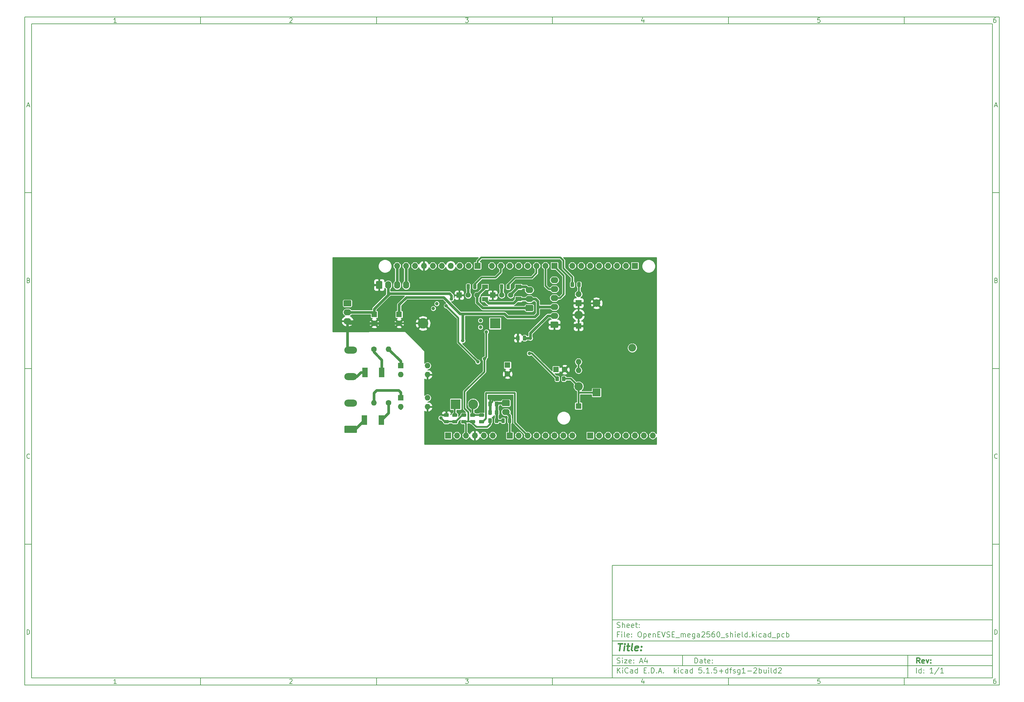
<source format=gbl>
G04 #@! TF.GenerationSoftware,KiCad,Pcbnew,5.1.5+dfsg1-2build2*
G04 #@! TF.CreationDate,2023-01-29T23:08:56+01:00*
G04 #@! TF.ProjectId,OpenEVSE_mega2560_shield,4f70656e-4556-4534-955f-6d6567613235,rev?*
G04 #@! TF.SameCoordinates,Original*
G04 #@! TF.FileFunction,Copper,L2,Bot*
G04 #@! TF.FilePolarity,Positive*
%FSLAX46Y46*%
G04 Gerber Fmt 4.6, Leading zero omitted, Abs format (unit mm)*
G04 Created by KiCad (PCBNEW 5.1.5+dfsg1-2build2) date 2023-01-29 23:08:56*
%MOMM*%
%LPD*%
G04 APERTURE LIST*
%ADD10C,0.100000*%
%ADD11C,0.150000*%
%ADD12C,0.300000*%
%ADD13C,0.400000*%
%ADD14O,1.600000X1.600000*%
%ADD15C,1.600000*%
%ADD16R,1.500000X2.700000*%
%ADD17R,1.600000X1.600000*%
%ADD18C,2.184400*%
%ADD19R,2.184400X2.184400*%
%ADD20C,2.800000*%
%ADD21R,2.800000X2.800000*%
%ADD22R,3.000000X3.000000*%
%ADD23C,3.000000*%
%ADD24R,1.500000X1.500000*%
%ADD25C,1.500000*%
%ADD26O,1.700000X1.700000*%
%ADD27R,1.700000X1.700000*%
%ADD28C,1.000000*%
%ADD29O,3.600000X2.000000*%
%ADD30R,1.700000X1.300000*%
%ADD31O,2.200000X1.740000*%
%ADD32O,1.740000X2.200000*%
%ADD33O,2.400000X2.400000*%
%ADD34C,2.400000*%
%ADD35C,0.762000*%
%ADD36C,0.508000*%
%ADD37C,0.254000*%
G04 APERTURE END LIST*
D10*
D11*
X177002200Y-166007200D02*
X177002200Y-198007200D01*
X285002200Y-198007200D01*
X285002200Y-166007200D01*
X177002200Y-166007200D01*
D10*
D11*
X10000000Y-10000000D02*
X10000000Y-200007200D01*
X287002200Y-200007200D01*
X287002200Y-10000000D01*
X10000000Y-10000000D01*
D10*
D11*
X12000000Y-12000000D02*
X12000000Y-198007200D01*
X285002200Y-198007200D01*
X285002200Y-12000000D01*
X12000000Y-12000000D01*
D10*
D11*
X60000000Y-12000000D02*
X60000000Y-10000000D01*
D10*
D11*
X110000000Y-12000000D02*
X110000000Y-10000000D01*
D10*
D11*
X160000000Y-12000000D02*
X160000000Y-10000000D01*
D10*
D11*
X210000000Y-12000000D02*
X210000000Y-10000000D01*
D10*
D11*
X260000000Y-12000000D02*
X260000000Y-10000000D01*
D10*
D11*
X36065476Y-11588095D02*
X35322619Y-11588095D01*
X35694047Y-11588095D02*
X35694047Y-10288095D01*
X35570238Y-10473809D01*
X35446428Y-10597619D01*
X35322619Y-10659523D01*
D10*
D11*
X85322619Y-10411904D02*
X85384523Y-10350000D01*
X85508333Y-10288095D01*
X85817857Y-10288095D01*
X85941666Y-10350000D01*
X86003571Y-10411904D01*
X86065476Y-10535714D01*
X86065476Y-10659523D01*
X86003571Y-10845238D01*
X85260714Y-11588095D01*
X86065476Y-11588095D01*
D10*
D11*
X135260714Y-10288095D02*
X136065476Y-10288095D01*
X135632142Y-10783333D01*
X135817857Y-10783333D01*
X135941666Y-10845238D01*
X136003571Y-10907142D01*
X136065476Y-11030952D01*
X136065476Y-11340476D01*
X136003571Y-11464285D01*
X135941666Y-11526190D01*
X135817857Y-11588095D01*
X135446428Y-11588095D01*
X135322619Y-11526190D01*
X135260714Y-11464285D01*
D10*
D11*
X185941666Y-10721428D02*
X185941666Y-11588095D01*
X185632142Y-10226190D02*
X185322619Y-11154761D01*
X186127380Y-11154761D01*
D10*
D11*
X236003571Y-10288095D02*
X235384523Y-10288095D01*
X235322619Y-10907142D01*
X235384523Y-10845238D01*
X235508333Y-10783333D01*
X235817857Y-10783333D01*
X235941666Y-10845238D01*
X236003571Y-10907142D01*
X236065476Y-11030952D01*
X236065476Y-11340476D01*
X236003571Y-11464285D01*
X235941666Y-11526190D01*
X235817857Y-11588095D01*
X235508333Y-11588095D01*
X235384523Y-11526190D01*
X235322619Y-11464285D01*
D10*
D11*
X285941666Y-10288095D02*
X285694047Y-10288095D01*
X285570238Y-10350000D01*
X285508333Y-10411904D01*
X285384523Y-10597619D01*
X285322619Y-10845238D01*
X285322619Y-11340476D01*
X285384523Y-11464285D01*
X285446428Y-11526190D01*
X285570238Y-11588095D01*
X285817857Y-11588095D01*
X285941666Y-11526190D01*
X286003571Y-11464285D01*
X286065476Y-11340476D01*
X286065476Y-11030952D01*
X286003571Y-10907142D01*
X285941666Y-10845238D01*
X285817857Y-10783333D01*
X285570238Y-10783333D01*
X285446428Y-10845238D01*
X285384523Y-10907142D01*
X285322619Y-11030952D01*
D10*
D11*
X60000000Y-198007200D02*
X60000000Y-200007200D01*
D10*
D11*
X110000000Y-198007200D02*
X110000000Y-200007200D01*
D10*
D11*
X160000000Y-198007200D02*
X160000000Y-200007200D01*
D10*
D11*
X210000000Y-198007200D02*
X210000000Y-200007200D01*
D10*
D11*
X260000000Y-198007200D02*
X260000000Y-200007200D01*
D10*
D11*
X36065476Y-199595295D02*
X35322619Y-199595295D01*
X35694047Y-199595295D02*
X35694047Y-198295295D01*
X35570238Y-198481009D01*
X35446428Y-198604819D01*
X35322619Y-198666723D01*
D10*
D11*
X85322619Y-198419104D02*
X85384523Y-198357200D01*
X85508333Y-198295295D01*
X85817857Y-198295295D01*
X85941666Y-198357200D01*
X86003571Y-198419104D01*
X86065476Y-198542914D01*
X86065476Y-198666723D01*
X86003571Y-198852438D01*
X85260714Y-199595295D01*
X86065476Y-199595295D01*
D10*
D11*
X135260714Y-198295295D02*
X136065476Y-198295295D01*
X135632142Y-198790533D01*
X135817857Y-198790533D01*
X135941666Y-198852438D01*
X136003571Y-198914342D01*
X136065476Y-199038152D01*
X136065476Y-199347676D01*
X136003571Y-199471485D01*
X135941666Y-199533390D01*
X135817857Y-199595295D01*
X135446428Y-199595295D01*
X135322619Y-199533390D01*
X135260714Y-199471485D01*
D10*
D11*
X185941666Y-198728628D02*
X185941666Y-199595295D01*
X185632142Y-198233390D02*
X185322619Y-199161961D01*
X186127380Y-199161961D01*
D10*
D11*
X236003571Y-198295295D02*
X235384523Y-198295295D01*
X235322619Y-198914342D01*
X235384523Y-198852438D01*
X235508333Y-198790533D01*
X235817857Y-198790533D01*
X235941666Y-198852438D01*
X236003571Y-198914342D01*
X236065476Y-199038152D01*
X236065476Y-199347676D01*
X236003571Y-199471485D01*
X235941666Y-199533390D01*
X235817857Y-199595295D01*
X235508333Y-199595295D01*
X235384523Y-199533390D01*
X235322619Y-199471485D01*
D10*
D11*
X285941666Y-198295295D02*
X285694047Y-198295295D01*
X285570238Y-198357200D01*
X285508333Y-198419104D01*
X285384523Y-198604819D01*
X285322619Y-198852438D01*
X285322619Y-199347676D01*
X285384523Y-199471485D01*
X285446428Y-199533390D01*
X285570238Y-199595295D01*
X285817857Y-199595295D01*
X285941666Y-199533390D01*
X286003571Y-199471485D01*
X286065476Y-199347676D01*
X286065476Y-199038152D01*
X286003571Y-198914342D01*
X285941666Y-198852438D01*
X285817857Y-198790533D01*
X285570238Y-198790533D01*
X285446428Y-198852438D01*
X285384523Y-198914342D01*
X285322619Y-199038152D01*
D10*
D11*
X10000000Y-60000000D02*
X12000000Y-60000000D01*
D10*
D11*
X10000000Y-110000000D02*
X12000000Y-110000000D01*
D10*
D11*
X10000000Y-160000000D02*
X12000000Y-160000000D01*
D10*
D11*
X10690476Y-35216666D02*
X11309523Y-35216666D01*
X10566666Y-35588095D02*
X11000000Y-34288095D01*
X11433333Y-35588095D01*
D10*
D11*
X11092857Y-84907142D02*
X11278571Y-84969047D01*
X11340476Y-85030952D01*
X11402380Y-85154761D01*
X11402380Y-85340476D01*
X11340476Y-85464285D01*
X11278571Y-85526190D01*
X11154761Y-85588095D01*
X10659523Y-85588095D01*
X10659523Y-84288095D01*
X11092857Y-84288095D01*
X11216666Y-84350000D01*
X11278571Y-84411904D01*
X11340476Y-84535714D01*
X11340476Y-84659523D01*
X11278571Y-84783333D01*
X11216666Y-84845238D01*
X11092857Y-84907142D01*
X10659523Y-84907142D01*
D10*
D11*
X11402380Y-135464285D02*
X11340476Y-135526190D01*
X11154761Y-135588095D01*
X11030952Y-135588095D01*
X10845238Y-135526190D01*
X10721428Y-135402380D01*
X10659523Y-135278571D01*
X10597619Y-135030952D01*
X10597619Y-134845238D01*
X10659523Y-134597619D01*
X10721428Y-134473809D01*
X10845238Y-134350000D01*
X11030952Y-134288095D01*
X11154761Y-134288095D01*
X11340476Y-134350000D01*
X11402380Y-134411904D01*
D10*
D11*
X10659523Y-185588095D02*
X10659523Y-184288095D01*
X10969047Y-184288095D01*
X11154761Y-184350000D01*
X11278571Y-184473809D01*
X11340476Y-184597619D01*
X11402380Y-184845238D01*
X11402380Y-185030952D01*
X11340476Y-185278571D01*
X11278571Y-185402380D01*
X11154761Y-185526190D01*
X10969047Y-185588095D01*
X10659523Y-185588095D01*
D10*
D11*
X287002200Y-60000000D02*
X285002200Y-60000000D01*
D10*
D11*
X287002200Y-110000000D02*
X285002200Y-110000000D01*
D10*
D11*
X287002200Y-160000000D02*
X285002200Y-160000000D01*
D10*
D11*
X285692676Y-35216666D02*
X286311723Y-35216666D01*
X285568866Y-35588095D02*
X286002200Y-34288095D01*
X286435533Y-35588095D01*
D10*
D11*
X286095057Y-84907142D02*
X286280771Y-84969047D01*
X286342676Y-85030952D01*
X286404580Y-85154761D01*
X286404580Y-85340476D01*
X286342676Y-85464285D01*
X286280771Y-85526190D01*
X286156961Y-85588095D01*
X285661723Y-85588095D01*
X285661723Y-84288095D01*
X286095057Y-84288095D01*
X286218866Y-84350000D01*
X286280771Y-84411904D01*
X286342676Y-84535714D01*
X286342676Y-84659523D01*
X286280771Y-84783333D01*
X286218866Y-84845238D01*
X286095057Y-84907142D01*
X285661723Y-84907142D01*
D10*
D11*
X286404580Y-135464285D02*
X286342676Y-135526190D01*
X286156961Y-135588095D01*
X286033152Y-135588095D01*
X285847438Y-135526190D01*
X285723628Y-135402380D01*
X285661723Y-135278571D01*
X285599819Y-135030952D01*
X285599819Y-134845238D01*
X285661723Y-134597619D01*
X285723628Y-134473809D01*
X285847438Y-134350000D01*
X286033152Y-134288095D01*
X286156961Y-134288095D01*
X286342676Y-134350000D01*
X286404580Y-134411904D01*
D10*
D11*
X285661723Y-185588095D02*
X285661723Y-184288095D01*
X285971247Y-184288095D01*
X286156961Y-184350000D01*
X286280771Y-184473809D01*
X286342676Y-184597619D01*
X286404580Y-184845238D01*
X286404580Y-185030952D01*
X286342676Y-185278571D01*
X286280771Y-185402380D01*
X286156961Y-185526190D01*
X285971247Y-185588095D01*
X285661723Y-185588095D01*
D10*
D11*
X200434342Y-193785771D02*
X200434342Y-192285771D01*
X200791485Y-192285771D01*
X201005771Y-192357200D01*
X201148628Y-192500057D01*
X201220057Y-192642914D01*
X201291485Y-192928628D01*
X201291485Y-193142914D01*
X201220057Y-193428628D01*
X201148628Y-193571485D01*
X201005771Y-193714342D01*
X200791485Y-193785771D01*
X200434342Y-193785771D01*
X202577200Y-193785771D02*
X202577200Y-193000057D01*
X202505771Y-192857200D01*
X202362914Y-192785771D01*
X202077200Y-192785771D01*
X201934342Y-192857200D01*
X202577200Y-193714342D02*
X202434342Y-193785771D01*
X202077200Y-193785771D01*
X201934342Y-193714342D01*
X201862914Y-193571485D01*
X201862914Y-193428628D01*
X201934342Y-193285771D01*
X202077200Y-193214342D01*
X202434342Y-193214342D01*
X202577200Y-193142914D01*
X203077200Y-192785771D02*
X203648628Y-192785771D01*
X203291485Y-192285771D02*
X203291485Y-193571485D01*
X203362914Y-193714342D01*
X203505771Y-193785771D01*
X203648628Y-193785771D01*
X204720057Y-193714342D02*
X204577200Y-193785771D01*
X204291485Y-193785771D01*
X204148628Y-193714342D01*
X204077200Y-193571485D01*
X204077200Y-193000057D01*
X204148628Y-192857200D01*
X204291485Y-192785771D01*
X204577200Y-192785771D01*
X204720057Y-192857200D01*
X204791485Y-193000057D01*
X204791485Y-193142914D01*
X204077200Y-193285771D01*
X205434342Y-193642914D02*
X205505771Y-193714342D01*
X205434342Y-193785771D01*
X205362914Y-193714342D01*
X205434342Y-193642914D01*
X205434342Y-193785771D01*
X205434342Y-192857200D02*
X205505771Y-192928628D01*
X205434342Y-193000057D01*
X205362914Y-192928628D01*
X205434342Y-192857200D01*
X205434342Y-193000057D01*
D10*
D11*
X177002200Y-194507200D02*
X285002200Y-194507200D01*
D10*
D11*
X178434342Y-196585771D02*
X178434342Y-195085771D01*
X179291485Y-196585771D02*
X178648628Y-195728628D01*
X179291485Y-195085771D02*
X178434342Y-195942914D01*
X179934342Y-196585771D02*
X179934342Y-195585771D01*
X179934342Y-195085771D02*
X179862914Y-195157200D01*
X179934342Y-195228628D01*
X180005771Y-195157200D01*
X179934342Y-195085771D01*
X179934342Y-195228628D01*
X181505771Y-196442914D02*
X181434342Y-196514342D01*
X181220057Y-196585771D01*
X181077200Y-196585771D01*
X180862914Y-196514342D01*
X180720057Y-196371485D01*
X180648628Y-196228628D01*
X180577200Y-195942914D01*
X180577200Y-195728628D01*
X180648628Y-195442914D01*
X180720057Y-195300057D01*
X180862914Y-195157200D01*
X181077200Y-195085771D01*
X181220057Y-195085771D01*
X181434342Y-195157200D01*
X181505771Y-195228628D01*
X182791485Y-196585771D02*
X182791485Y-195800057D01*
X182720057Y-195657200D01*
X182577200Y-195585771D01*
X182291485Y-195585771D01*
X182148628Y-195657200D01*
X182791485Y-196514342D02*
X182648628Y-196585771D01*
X182291485Y-196585771D01*
X182148628Y-196514342D01*
X182077200Y-196371485D01*
X182077200Y-196228628D01*
X182148628Y-196085771D01*
X182291485Y-196014342D01*
X182648628Y-196014342D01*
X182791485Y-195942914D01*
X184148628Y-196585771D02*
X184148628Y-195085771D01*
X184148628Y-196514342D02*
X184005771Y-196585771D01*
X183720057Y-196585771D01*
X183577200Y-196514342D01*
X183505771Y-196442914D01*
X183434342Y-196300057D01*
X183434342Y-195871485D01*
X183505771Y-195728628D01*
X183577200Y-195657200D01*
X183720057Y-195585771D01*
X184005771Y-195585771D01*
X184148628Y-195657200D01*
X186005771Y-195800057D02*
X186505771Y-195800057D01*
X186720057Y-196585771D02*
X186005771Y-196585771D01*
X186005771Y-195085771D01*
X186720057Y-195085771D01*
X187362914Y-196442914D02*
X187434342Y-196514342D01*
X187362914Y-196585771D01*
X187291485Y-196514342D01*
X187362914Y-196442914D01*
X187362914Y-196585771D01*
X188077200Y-196585771D02*
X188077200Y-195085771D01*
X188434342Y-195085771D01*
X188648628Y-195157200D01*
X188791485Y-195300057D01*
X188862914Y-195442914D01*
X188934342Y-195728628D01*
X188934342Y-195942914D01*
X188862914Y-196228628D01*
X188791485Y-196371485D01*
X188648628Y-196514342D01*
X188434342Y-196585771D01*
X188077200Y-196585771D01*
X189577200Y-196442914D02*
X189648628Y-196514342D01*
X189577200Y-196585771D01*
X189505771Y-196514342D01*
X189577200Y-196442914D01*
X189577200Y-196585771D01*
X190220057Y-196157200D02*
X190934342Y-196157200D01*
X190077200Y-196585771D02*
X190577200Y-195085771D01*
X191077200Y-196585771D01*
X191577200Y-196442914D02*
X191648628Y-196514342D01*
X191577200Y-196585771D01*
X191505771Y-196514342D01*
X191577200Y-196442914D01*
X191577200Y-196585771D01*
X194577200Y-196585771D02*
X194577200Y-195085771D01*
X194720057Y-196014342D02*
X195148628Y-196585771D01*
X195148628Y-195585771D02*
X194577200Y-196157200D01*
X195791485Y-196585771D02*
X195791485Y-195585771D01*
X195791485Y-195085771D02*
X195720057Y-195157200D01*
X195791485Y-195228628D01*
X195862914Y-195157200D01*
X195791485Y-195085771D01*
X195791485Y-195228628D01*
X197148628Y-196514342D02*
X197005771Y-196585771D01*
X196720057Y-196585771D01*
X196577200Y-196514342D01*
X196505771Y-196442914D01*
X196434342Y-196300057D01*
X196434342Y-195871485D01*
X196505771Y-195728628D01*
X196577200Y-195657200D01*
X196720057Y-195585771D01*
X197005771Y-195585771D01*
X197148628Y-195657200D01*
X198434342Y-196585771D02*
X198434342Y-195800057D01*
X198362914Y-195657200D01*
X198220057Y-195585771D01*
X197934342Y-195585771D01*
X197791485Y-195657200D01*
X198434342Y-196514342D02*
X198291485Y-196585771D01*
X197934342Y-196585771D01*
X197791485Y-196514342D01*
X197720057Y-196371485D01*
X197720057Y-196228628D01*
X197791485Y-196085771D01*
X197934342Y-196014342D01*
X198291485Y-196014342D01*
X198434342Y-195942914D01*
X199791485Y-196585771D02*
X199791485Y-195085771D01*
X199791485Y-196514342D02*
X199648628Y-196585771D01*
X199362914Y-196585771D01*
X199220057Y-196514342D01*
X199148628Y-196442914D01*
X199077200Y-196300057D01*
X199077200Y-195871485D01*
X199148628Y-195728628D01*
X199220057Y-195657200D01*
X199362914Y-195585771D01*
X199648628Y-195585771D01*
X199791485Y-195657200D01*
X202362914Y-195085771D02*
X201648628Y-195085771D01*
X201577200Y-195800057D01*
X201648628Y-195728628D01*
X201791485Y-195657200D01*
X202148628Y-195657200D01*
X202291485Y-195728628D01*
X202362914Y-195800057D01*
X202434342Y-195942914D01*
X202434342Y-196300057D01*
X202362914Y-196442914D01*
X202291485Y-196514342D01*
X202148628Y-196585771D01*
X201791485Y-196585771D01*
X201648628Y-196514342D01*
X201577200Y-196442914D01*
X203077200Y-196442914D02*
X203148628Y-196514342D01*
X203077200Y-196585771D01*
X203005771Y-196514342D01*
X203077200Y-196442914D01*
X203077200Y-196585771D01*
X204577200Y-196585771D02*
X203720057Y-196585771D01*
X204148628Y-196585771D02*
X204148628Y-195085771D01*
X204005771Y-195300057D01*
X203862914Y-195442914D01*
X203720057Y-195514342D01*
X205220057Y-196442914D02*
X205291485Y-196514342D01*
X205220057Y-196585771D01*
X205148628Y-196514342D01*
X205220057Y-196442914D01*
X205220057Y-196585771D01*
X206648628Y-195085771D02*
X205934342Y-195085771D01*
X205862914Y-195800057D01*
X205934342Y-195728628D01*
X206077200Y-195657200D01*
X206434342Y-195657200D01*
X206577200Y-195728628D01*
X206648628Y-195800057D01*
X206720057Y-195942914D01*
X206720057Y-196300057D01*
X206648628Y-196442914D01*
X206577200Y-196514342D01*
X206434342Y-196585771D01*
X206077200Y-196585771D01*
X205934342Y-196514342D01*
X205862914Y-196442914D01*
X207362914Y-196014342D02*
X208505771Y-196014342D01*
X207934342Y-196585771D02*
X207934342Y-195442914D01*
X209862914Y-196585771D02*
X209862914Y-195085771D01*
X209862914Y-196514342D02*
X209720057Y-196585771D01*
X209434342Y-196585771D01*
X209291485Y-196514342D01*
X209220057Y-196442914D01*
X209148628Y-196300057D01*
X209148628Y-195871485D01*
X209220057Y-195728628D01*
X209291485Y-195657200D01*
X209434342Y-195585771D01*
X209720057Y-195585771D01*
X209862914Y-195657200D01*
X210362914Y-195585771D02*
X210934342Y-195585771D01*
X210577200Y-196585771D02*
X210577200Y-195300057D01*
X210648628Y-195157200D01*
X210791485Y-195085771D01*
X210934342Y-195085771D01*
X211362914Y-196514342D02*
X211505771Y-196585771D01*
X211791485Y-196585771D01*
X211934342Y-196514342D01*
X212005771Y-196371485D01*
X212005771Y-196300057D01*
X211934342Y-196157200D01*
X211791485Y-196085771D01*
X211577200Y-196085771D01*
X211434342Y-196014342D01*
X211362914Y-195871485D01*
X211362914Y-195800057D01*
X211434342Y-195657200D01*
X211577200Y-195585771D01*
X211791485Y-195585771D01*
X211934342Y-195657200D01*
X213291485Y-195585771D02*
X213291485Y-196800057D01*
X213220057Y-196942914D01*
X213148628Y-197014342D01*
X213005771Y-197085771D01*
X212791485Y-197085771D01*
X212648628Y-197014342D01*
X213291485Y-196514342D02*
X213148628Y-196585771D01*
X212862914Y-196585771D01*
X212720057Y-196514342D01*
X212648628Y-196442914D01*
X212577200Y-196300057D01*
X212577200Y-195871485D01*
X212648628Y-195728628D01*
X212720057Y-195657200D01*
X212862914Y-195585771D01*
X213148628Y-195585771D01*
X213291485Y-195657200D01*
X214791485Y-196585771D02*
X213934342Y-196585771D01*
X214362914Y-196585771D02*
X214362914Y-195085771D01*
X214220057Y-195300057D01*
X214077200Y-195442914D01*
X213934342Y-195514342D01*
X215434342Y-196014342D02*
X216577200Y-196014342D01*
X217220057Y-195228628D02*
X217291485Y-195157200D01*
X217434342Y-195085771D01*
X217791485Y-195085771D01*
X217934342Y-195157200D01*
X218005771Y-195228628D01*
X218077200Y-195371485D01*
X218077200Y-195514342D01*
X218005771Y-195728628D01*
X217148628Y-196585771D01*
X218077200Y-196585771D01*
X218720057Y-196585771D02*
X218720057Y-195085771D01*
X218720057Y-195657200D02*
X218862914Y-195585771D01*
X219148628Y-195585771D01*
X219291485Y-195657200D01*
X219362914Y-195728628D01*
X219434342Y-195871485D01*
X219434342Y-196300057D01*
X219362914Y-196442914D01*
X219291485Y-196514342D01*
X219148628Y-196585771D01*
X218862914Y-196585771D01*
X218720057Y-196514342D01*
X220720057Y-195585771D02*
X220720057Y-196585771D01*
X220077200Y-195585771D02*
X220077200Y-196371485D01*
X220148628Y-196514342D01*
X220291485Y-196585771D01*
X220505771Y-196585771D01*
X220648628Y-196514342D01*
X220720057Y-196442914D01*
X221434342Y-196585771D02*
X221434342Y-195585771D01*
X221434342Y-195085771D02*
X221362914Y-195157200D01*
X221434342Y-195228628D01*
X221505771Y-195157200D01*
X221434342Y-195085771D01*
X221434342Y-195228628D01*
X222362914Y-196585771D02*
X222220057Y-196514342D01*
X222148628Y-196371485D01*
X222148628Y-195085771D01*
X223577200Y-196585771D02*
X223577200Y-195085771D01*
X223577200Y-196514342D02*
X223434342Y-196585771D01*
X223148628Y-196585771D01*
X223005771Y-196514342D01*
X222934342Y-196442914D01*
X222862914Y-196300057D01*
X222862914Y-195871485D01*
X222934342Y-195728628D01*
X223005771Y-195657200D01*
X223148628Y-195585771D01*
X223434342Y-195585771D01*
X223577200Y-195657200D01*
X224220057Y-195228628D02*
X224291485Y-195157200D01*
X224434342Y-195085771D01*
X224791485Y-195085771D01*
X224934342Y-195157200D01*
X225005771Y-195228628D01*
X225077200Y-195371485D01*
X225077200Y-195514342D01*
X225005771Y-195728628D01*
X224148628Y-196585771D01*
X225077200Y-196585771D01*
D10*
D11*
X177002200Y-191507200D02*
X285002200Y-191507200D01*
D10*
D12*
X264411485Y-193785771D02*
X263911485Y-193071485D01*
X263554342Y-193785771D02*
X263554342Y-192285771D01*
X264125771Y-192285771D01*
X264268628Y-192357200D01*
X264340057Y-192428628D01*
X264411485Y-192571485D01*
X264411485Y-192785771D01*
X264340057Y-192928628D01*
X264268628Y-193000057D01*
X264125771Y-193071485D01*
X263554342Y-193071485D01*
X265625771Y-193714342D02*
X265482914Y-193785771D01*
X265197200Y-193785771D01*
X265054342Y-193714342D01*
X264982914Y-193571485D01*
X264982914Y-193000057D01*
X265054342Y-192857200D01*
X265197200Y-192785771D01*
X265482914Y-192785771D01*
X265625771Y-192857200D01*
X265697200Y-193000057D01*
X265697200Y-193142914D01*
X264982914Y-193285771D01*
X266197200Y-192785771D02*
X266554342Y-193785771D01*
X266911485Y-192785771D01*
X267482914Y-193642914D02*
X267554342Y-193714342D01*
X267482914Y-193785771D01*
X267411485Y-193714342D01*
X267482914Y-193642914D01*
X267482914Y-193785771D01*
X267482914Y-192857200D02*
X267554342Y-192928628D01*
X267482914Y-193000057D01*
X267411485Y-192928628D01*
X267482914Y-192857200D01*
X267482914Y-193000057D01*
D10*
D11*
X178362914Y-193714342D02*
X178577200Y-193785771D01*
X178934342Y-193785771D01*
X179077200Y-193714342D01*
X179148628Y-193642914D01*
X179220057Y-193500057D01*
X179220057Y-193357200D01*
X179148628Y-193214342D01*
X179077200Y-193142914D01*
X178934342Y-193071485D01*
X178648628Y-193000057D01*
X178505771Y-192928628D01*
X178434342Y-192857200D01*
X178362914Y-192714342D01*
X178362914Y-192571485D01*
X178434342Y-192428628D01*
X178505771Y-192357200D01*
X178648628Y-192285771D01*
X179005771Y-192285771D01*
X179220057Y-192357200D01*
X179862914Y-193785771D02*
X179862914Y-192785771D01*
X179862914Y-192285771D02*
X179791485Y-192357200D01*
X179862914Y-192428628D01*
X179934342Y-192357200D01*
X179862914Y-192285771D01*
X179862914Y-192428628D01*
X180434342Y-192785771D02*
X181220057Y-192785771D01*
X180434342Y-193785771D01*
X181220057Y-193785771D01*
X182362914Y-193714342D02*
X182220057Y-193785771D01*
X181934342Y-193785771D01*
X181791485Y-193714342D01*
X181720057Y-193571485D01*
X181720057Y-193000057D01*
X181791485Y-192857200D01*
X181934342Y-192785771D01*
X182220057Y-192785771D01*
X182362914Y-192857200D01*
X182434342Y-193000057D01*
X182434342Y-193142914D01*
X181720057Y-193285771D01*
X183077200Y-193642914D02*
X183148628Y-193714342D01*
X183077200Y-193785771D01*
X183005771Y-193714342D01*
X183077200Y-193642914D01*
X183077200Y-193785771D01*
X183077200Y-192857200D02*
X183148628Y-192928628D01*
X183077200Y-193000057D01*
X183005771Y-192928628D01*
X183077200Y-192857200D01*
X183077200Y-193000057D01*
X184862914Y-193357200D02*
X185577200Y-193357200D01*
X184720057Y-193785771D02*
X185220057Y-192285771D01*
X185720057Y-193785771D01*
X186862914Y-192785771D02*
X186862914Y-193785771D01*
X186505771Y-192214342D02*
X186148628Y-193285771D01*
X187077200Y-193285771D01*
D10*
D11*
X263434342Y-196585771D02*
X263434342Y-195085771D01*
X264791485Y-196585771D02*
X264791485Y-195085771D01*
X264791485Y-196514342D02*
X264648628Y-196585771D01*
X264362914Y-196585771D01*
X264220057Y-196514342D01*
X264148628Y-196442914D01*
X264077200Y-196300057D01*
X264077200Y-195871485D01*
X264148628Y-195728628D01*
X264220057Y-195657200D01*
X264362914Y-195585771D01*
X264648628Y-195585771D01*
X264791485Y-195657200D01*
X265505771Y-196442914D02*
X265577200Y-196514342D01*
X265505771Y-196585771D01*
X265434342Y-196514342D01*
X265505771Y-196442914D01*
X265505771Y-196585771D01*
X265505771Y-195657200D02*
X265577200Y-195728628D01*
X265505771Y-195800057D01*
X265434342Y-195728628D01*
X265505771Y-195657200D01*
X265505771Y-195800057D01*
X268148628Y-196585771D02*
X267291485Y-196585771D01*
X267720057Y-196585771D02*
X267720057Y-195085771D01*
X267577200Y-195300057D01*
X267434342Y-195442914D01*
X267291485Y-195514342D01*
X269862914Y-195014342D02*
X268577200Y-196942914D01*
X271148628Y-196585771D02*
X270291485Y-196585771D01*
X270720057Y-196585771D02*
X270720057Y-195085771D01*
X270577200Y-195300057D01*
X270434342Y-195442914D01*
X270291485Y-195514342D01*
D10*
D11*
X177002200Y-187507200D02*
X285002200Y-187507200D01*
D10*
D13*
X178714580Y-188211961D02*
X179857438Y-188211961D01*
X179036009Y-190211961D02*
X179286009Y-188211961D01*
X180274104Y-190211961D02*
X180440771Y-188878628D01*
X180524104Y-188211961D02*
X180416961Y-188307200D01*
X180500295Y-188402438D01*
X180607438Y-188307200D01*
X180524104Y-188211961D01*
X180500295Y-188402438D01*
X181107438Y-188878628D02*
X181869342Y-188878628D01*
X181476485Y-188211961D02*
X181262200Y-189926247D01*
X181333628Y-190116723D01*
X181512200Y-190211961D01*
X181702676Y-190211961D01*
X182655057Y-190211961D02*
X182476485Y-190116723D01*
X182405057Y-189926247D01*
X182619342Y-188211961D01*
X184190771Y-190116723D02*
X183988390Y-190211961D01*
X183607438Y-190211961D01*
X183428866Y-190116723D01*
X183357438Y-189926247D01*
X183452676Y-189164342D01*
X183571723Y-188973866D01*
X183774104Y-188878628D01*
X184155057Y-188878628D01*
X184333628Y-188973866D01*
X184405057Y-189164342D01*
X184381247Y-189354819D01*
X183405057Y-189545295D01*
X185155057Y-190021485D02*
X185238390Y-190116723D01*
X185131247Y-190211961D01*
X185047914Y-190116723D01*
X185155057Y-190021485D01*
X185131247Y-190211961D01*
X185286009Y-188973866D02*
X185369342Y-189069104D01*
X185262200Y-189164342D01*
X185178866Y-189069104D01*
X185286009Y-188973866D01*
X185262200Y-189164342D01*
D10*
D11*
X178934342Y-185600057D02*
X178434342Y-185600057D01*
X178434342Y-186385771D02*
X178434342Y-184885771D01*
X179148628Y-184885771D01*
X179720057Y-186385771D02*
X179720057Y-185385771D01*
X179720057Y-184885771D02*
X179648628Y-184957200D01*
X179720057Y-185028628D01*
X179791485Y-184957200D01*
X179720057Y-184885771D01*
X179720057Y-185028628D01*
X180648628Y-186385771D02*
X180505771Y-186314342D01*
X180434342Y-186171485D01*
X180434342Y-184885771D01*
X181791485Y-186314342D02*
X181648628Y-186385771D01*
X181362914Y-186385771D01*
X181220057Y-186314342D01*
X181148628Y-186171485D01*
X181148628Y-185600057D01*
X181220057Y-185457200D01*
X181362914Y-185385771D01*
X181648628Y-185385771D01*
X181791485Y-185457200D01*
X181862914Y-185600057D01*
X181862914Y-185742914D01*
X181148628Y-185885771D01*
X182505771Y-186242914D02*
X182577200Y-186314342D01*
X182505771Y-186385771D01*
X182434342Y-186314342D01*
X182505771Y-186242914D01*
X182505771Y-186385771D01*
X182505771Y-185457200D02*
X182577200Y-185528628D01*
X182505771Y-185600057D01*
X182434342Y-185528628D01*
X182505771Y-185457200D01*
X182505771Y-185600057D01*
X184648628Y-184885771D02*
X184934342Y-184885771D01*
X185077200Y-184957200D01*
X185220057Y-185100057D01*
X185291485Y-185385771D01*
X185291485Y-185885771D01*
X185220057Y-186171485D01*
X185077200Y-186314342D01*
X184934342Y-186385771D01*
X184648628Y-186385771D01*
X184505771Y-186314342D01*
X184362914Y-186171485D01*
X184291485Y-185885771D01*
X184291485Y-185385771D01*
X184362914Y-185100057D01*
X184505771Y-184957200D01*
X184648628Y-184885771D01*
X185934342Y-185385771D02*
X185934342Y-186885771D01*
X185934342Y-185457200D02*
X186077200Y-185385771D01*
X186362914Y-185385771D01*
X186505771Y-185457200D01*
X186577200Y-185528628D01*
X186648628Y-185671485D01*
X186648628Y-186100057D01*
X186577200Y-186242914D01*
X186505771Y-186314342D01*
X186362914Y-186385771D01*
X186077200Y-186385771D01*
X185934342Y-186314342D01*
X187862914Y-186314342D02*
X187720057Y-186385771D01*
X187434342Y-186385771D01*
X187291485Y-186314342D01*
X187220057Y-186171485D01*
X187220057Y-185600057D01*
X187291485Y-185457200D01*
X187434342Y-185385771D01*
X187720057Y-185385771D01*
X187862914Y-185457200D01*
X187934342Y-185600057D01*
X187934342Y-185742914D01*
X187220057Y-185885771D01*
X188577200Y-185385771D02*
X188577200Y-186385771D01*
X188577200Y-185528628D02*
X188648628Y-185457200D01*
X188791485Y-185385771D01*
X189005771Y-185385771D01*
X189148628Y-185457200D01*
X189220057Y-185600057D01*
X189220057Y-186385771D01*
X189934342Y-185600057D02*
X190434342Y-185600057D01*
X190648628Y-186385771D02*
X189934342Y-186385771D01*
X189934342Y-184885771D01*
X190648628Y-184885771D01*
X191077200Y-184885771D02*
X191577200Y-186385771D01*
X192077200Y-184885771D01*
X192505771Y-186314342D02*
X192720057Y-186385771D01*
X193077200Y-186385771D01*
X193220057Y-186314342D01*
X193291485Y-186242914D01*
X193362914Y-186100057D01*
X193362914Y-185957200D01*
X193291485Y-185814342D01*
X193220057Y-185742914D01*
X193077200Y-185671485D01*
X192791485Y-185600057D01*
X192648628Y-185528628D01*
X192577200Y-185457200D01*
X192505771Y-185314342D01*
X192505771Y-185171485D01*
X192577200Y-185028628D01*
X192648628Y-184957200D01*
X192791485Y-184885771D01*
X193148628Y-184885771D01*
X193362914Y-184957200D01*
X194005771Y-185600057D02*
X194505771Y-185600057D01*
X194720057Y-186385771D02*
X194005771Y-186385771D01*
X194005771Y-184885771D01*
X194720057Y-184885771D01*
X195005771Y-186528628D02*
X196148628Y-186528628D01*
X196505771Y-186385771D02*
X196505771Y-185385771D01*
X196505771Y-185528628D02*
X196577200Y-185457200D01*
X196720057Y-185385771D01*
X196934342Y-185385771D01*
X197077200Y-185457200D01*
X197148628Y-185600057D01*
X197148628Y-186385771D01*
X197148628Y-185600057D02*
X197220057Y-185457200D01*
X197362914Y-185385771D01*
X197577200Y-185385771D01*
X197720057Y-185457200D01*
X197791485Y-185600057D01*
X197791485Y-186385771D01*
X199077200Y-186314342D02*
X198934342Y-186385771D01*
X198648628Y-186385771D01*
X198505771Y-186314342D01*
X198434342Y-186171485D01*
X198434342Y-185600057D01*
X198505771Y-185457200D01*
X198648628Y-185385771D01*
X198934342Y-185385771D01*
X199077200Y-185457200D01*
X199148628Y-185600057D01*
X199148628Y-185742914D01*
X198434342Y-185885771D01*
X200434342Y-185385771D02*
X200434342Y-186600057D01*
X200362914Y-186742914D01*
X200291485Y-186814342D01*
X200148628Y-186885771D01*
X199934342Y-186885771D01*
X199791485Y-186814342D01*
X200434342Y-186314342D02*
X200291485Y-186385771D01*
X200005771Y-186385771D01*
X199862914Y-186314342D01*
X199791485Y-186242914D01*
X199720057Y-186100057D01*
X199720057Y-185671485D01*
X199791485Y-185528628D01*
X199862914Y-185457200D01*
X200005771Y-185385771D01*
X200291485Y-185385771D01*
X200434342Y-185457200D01*
X201791485Y-186385771D02*
X201791485Y-185600057D01*
X201720057Y-185457200D01*
X201577200Y-185385771D01*
X201291485Y-185385771D01*
X201148628Y-185457200D01*
X201791485Y-186314342D02*
X201648628Y-186385771D01*
X201291485Y-186385771D01*
X201148628Y-186314342D01*
X201077200Y-186171485D01*
X201077200Y-186028628D01*
X201148628Y-185885771D01*
X201291485Y-185814342D01*
X201648628Y-185814342D01*
X201791485Y-185742914D01*
X202434342Y-185028628D02*
X202505771Y-184957200D01*
X202648628Y-184885771D01*
X203005771Y-184885771D01*
X203148628Y-184957200D01*
X203220057Y-185028628D01*
X203291485Y-185171485D01*
X203291485Y-185314342D01*
X203220057Y-185528628D01*
X202362914Y-186385771D01*
X203291485Y-186385771D01*
X204648628Y-184885771D02*
X203934342Y-184885771D01*
X203862914Y-185600057D01*
X203934342Y-185528628D01*
X204077200Y-185457200D01*
X204434342Y-185457200D01*
X204577200Y-185528628D01*
X204648628Y-185600057D01*
X204720057Y-185742914D01*
X204720057Y-186100057D01*
X204648628Y-186242914D01*
X204577200Y-186314342D01*
X204434342Y-186385771D01*
X204077200Y-186385771D01*
X203934342Y-186314342D01*
X203862914Y-186242914D01*
X206005771Y-184885771D02*
X205720057Y-184885771D01*
X205577200Y-184957200D01*
X205505771Y-185028628D01*
X205362914Y-185242914D01*
X205291485Y-185528628D01*
X205291485Y-186100057D01*
X205362914Y-186242914D01*
X205434342Y-186314342D01*
X205577200Y-186385771D01*
X205862914Y-186385771D01*
X206005771Y-186314342D01*
X206077200Y-186242914D01*
X206148628Y-186100057D01*
X206148628Y-185742914D01*
X206077200Y-185600057D01*
X206005771Y-185528628D01*
X205862914Y-185457200D01*
X205577200Y-185457200D01*
X205434342Y-185528628D01*
X205362914Y-185600057D01*
X205291485Y-185742914D01*
X207077200Y-184885771D02*
X207220057Y-184885771D01*
X207362914Y-184957200D01*
X207434342Y-185028628D01*
X207505771Y-185171485D01*
X207577200Y-185457200D01*
X207577200Y-185814342D01*
X207505771Y-186100057D01*
X207434342Y-186242914D01*
X207362914Y-186314342D01*
X207220057Y-186385771D01*
X207077200Y-186385771D01*
X206934342Y-186314342D01*
X206862914Y-186242914D01*
X206791485Y-186100057D01*
X206720057Y-185814342D01*
X206720057Y-185457200D01*
X206791485Y-185171485D01*
X206862914Y-185028628D01*
X206934342Y-184957200D01*
X207077200Y-184885771D01*
X207862914Y-186528628D02*
X209005771Y-186528628D01*
X209291485Y-186314342D02*
X209434342Y-186385771D01*
X209720057Y-186385771D01*
X209862914Y-186314342D01*
X209934342Y-186171485D01*
X209934342Y-186100057D01*
X209862914Y-185957200D01*
X209720057Y-185885771D01*
X209505771Y-185885771D01*
X209362914Y-185814342D01*
X209291485Y-185671485D01*
X209291485Y-185600057D01*
X209362914Y-185457200D01*
X209505771Y-185385771D01*
X209720057Y-185385771D01*
X209862914Y-185457200D01*
X210577200Y-186385771D02*
X210577200Y-184885771D01*
X211220057Y-186385771D02*
X211220057Y-185600057D01*
X211148628Y-185457200D01*
X211005771Y-185385771D01*
X210791485Y-185385771D01*
X210648628Y-185457200D01*
X210577200Y-185528628D01*
X211934342Y-186385771D02*
X211934342Y-185385771D01*
X211934342Y-184885771D02*
X211862914Y-184957200D01*
X211934342Y-185028628D01*
X212005771Y-184957200D01*
X211934342Y-184885771D01*
X211934342Y-185028628D01*
X213220057Y-186314342D02*
X213077200Y-186385771D01*
X212791485Y-186385771D01*
X212648628Y-186314342D01*
X212577200Y-186171485D01*
X212577200Y-185600057D01*
X212648628Y-185457200D01*
X212791485Y-185385771D01*
X213077200Y-185385771D01*
X213220057Y-185457200D01*
X213291485Y-185600057D01*
X213291485Y-185742914D01*
X212577200Y-185885771D01*
X214148628Y-186385771D02*
X214005771Y-186314342D01*
X213934342Y-186171485D01*
X213934342Y-184885771D01*
X215362914Y-186385771D02*
X215362914Y-184885771D01*
X215362914Y-186314342D02*
X215220057Y-186385771D01*
X214934342Y-186385771D01*
X214791485Y-186314342D01*
X214720057Y-186242914D01*
X214648628Y-186100057D01*
X214648628Y-185671485D01*
X214720057Y-185528628D01*
X214791485Y-185457200D01*
X214934342Y-185385771D01*
X215220057Y-185385771D01*
X215362914Y-185457200D01*
X216077200Y-186242914D02*
X216148628Y-186314342D01*
X216077200Y-186385771D01*
X216005771Y-186314342D01*
X216077200Y-186242914D01*
X216077200Y-186385771D01*
X216791485Y-186385771D02*
X216791485Y-184885771D01*
X216934342Y-185814342D02*
X217362914Y-186385771D01*
X217362914Y-185385771D02*
X216791485Y-185957200D01*
X218005771Y-186385771D02*
X218005771Y-185385771D01*
X218005771Y-184885771D02*
X217934342Y-184957200D01*
X218005771Y-185028628D01*
X218077200Y-184957200D01*
X218005771Y-184885771D01*
X218005771Y-185028628D01*
X219362914Y-186314342D02*
X219220057Y-186385771D01*
X218934342Y-186385771D01*
X218791485Y-186314342D01*
X218720057Y-186242914D01*
X218648628Y-186100057D01*
X218648628Y-185671485D01*
X218720057Y-185528628D01*
X218791485Y-185457200D01*
X218934342Y-185385771D01*
X219220057Y-185385771D01*
X219362914Y-185457200D01*
X220648628Y-186385771D02*
X220648628Y-185600057D01*
X220577200Y-185457200D01*
X220434342Y-185385771D01*
X220148628Y-185385771D01*
X220005771Y-185457200D01*
X220648628Y-186314342D02*
X220505771Y-186385771D01*
X220148628Y-186385771D01*
X220005771Y-186314342D01*
X219934342Y-186171485D01*
X219934342Y-186028628D01*
X220005771Y-185885771D01*
X220148628Y-185814342D01*
X220505771Y-185814342D01*
X220648628Y-185742914D01*
X222005771Y-186385771D02*
X222005771Y-184885771D01*
X222005771Y-186314342D02*
X221862914Y-186385771D01*
X221577200Y-186385771D01*
X221434342Y-186314342D01*
X221362914Y-186242914D01*
X221291485Y-186100057D01*
X221291485Y-185671485D01*
X221362914Y-185528628D01*
X221434342Y-185457200D01*
X221577200Y-185385771D01*
X221862914Y-185385771D01*
X222005771Y-185457200D01*
X222362914Y-186528628D02*
X223505771Y-186528628D01*
X223862914Y-185385771D02*
X223862914Y-186885771D01*
X223862914Y-185457200D02*
X224005771Y-185385771D01*
X224291485Y-185385771D01*
X224434342Y-185457200D01*
X224505771Y-185528628D01*
X224577200Y-185671485D01*
X224577200Y-186100057D01*
X224505771Y-186242914D01*
X224434342Y-186314342D01*
X224291485Y-186385771D01*
X224005771Y-186385771D01*
X223862914Y-186314342D01*
X225862914Y-186314342D02*
X225720057Y-186385771D01*
X225434342Y-186385771D01*
X225291485Y-186314342D01*
X225220057Y-186242914D01*
X225148628Y-186100057D01*
X225148628Y-185671485D01*
X225220057Y-185528628D01*
X225291485Y-185457200D01*
X225434342Y-185385771D01*
X225720057Y-185385771D01*
X225862914Y-185457200D01*
X226505771Y-186385771D02*
X226505771Y-184885771D01*
X226505771Y-185457200D02*
X226648628Y-185385771D01*
X226934342Y-185385771D01*
X227077200Y-185457200D01*
X227148628Y-185528628D01*
X227220057Y-185671485D01*
X227220057Y-186100057D01*
X227148628Y-186242914D01*
X227077200Y-186314342D01*
X226934342Y-186385771D01*
X226648628Y-186385771D01*
X226505771Y-186314342D01*
D10*
D11*
X177002200Y-181507200D02*
X285002200Y-181507200D01*
D10*
D11*
X178362914Y-183614342D02*
X178577200Y-183685771D01*
X178934342Y-183685771D01*
X179077200Y-183614342D01*
X179148628Y-183542914D01*
X179220057Y-183400057D01*
X179220057Y-183257200D01*
X179148628Y-183114342D01*
X179077200Y-183042914D01*
X178934342Y-182971485D01*
X178648628Y-182900057D01*
X178505771Y-182828628D01*
X178434342Y-182757200D01*
X178362914Y-182614342D01*
X178362914Y-182471485D01*
X178434342Y-182328628D01*
X178505771Y-182257200D01*
X178648628Y-182185771D01*
X179005771Y-182185771D01*
X179220057Y-182257200D01*
X179862914Y-183685771D02*
X179862914Y-182185771D01*
X180505771Y-183685771D02*
X180505771Y-182900057D01*
X180434342Y-182757200D01*
X180291485Y-182685771D01*
X180077200Y-182685771D01*
X179934342Y-182757200D01*
X179862914Y-182828628D01*
X181791485Y-183614342D02*
X181648628Y-183685771D01*
X181362914Y-183685771D01*
X181220057Y-183614342D01*
X181148628Y-183471485D01*
X181148628Y-182900057D01*
X181220057Y-182757200D01*
X181362914Y-182685771D01*
X181648628Y-182685771D01*
X181791485Y-182757200D01*
X181862914Y-182900057D01*
X181862914Y-183042914D01*
X181148628Y-183185771D01*
X183077200Y-183614342D02*
X182934342Y-183685771D01*
X182648628Y-183685771D01*
X182505771Y-183614342D01*
X182434342Y-183471485D01*
X182434342Y-182900057D01*
X182505771Y-182757200D01*
X182648628Y-182685771D01*
X182934342Y-182685771D01*
X183077200Y-182757200D01*
X183148628Y-182900057D01*
X183148628Y-183042914D01*
X182434342Y-183185771D01*
X183577200Y-182685771D02*
X184148628Y-182685771D01*
X183791485Y-182185771D02*
X183791485Y-183471485D01*
X183862914Y-183614342D01*
X184005771Y-183685771D01*
X184148628Y-183685771D01*
X184648628Y-183542914D02*
X184720057Y-183614342D01*
X184648628Y-183685771D01*
X184577200Y-183614342D01*
X184648628Y-183542914D01*
X184648628Y-183685771D01*
X184648628Y-182757200D02*
X184720057Y-182828628D01*
X184648628Y-182900057D01*
X184577200Y-182828628D01*
X184648628Y-182757200D01*
X184648628Y-182900057D01*
D10*
D11*
X197002200Y-191507200D02*
X197002200Y-194507200D01*
D10*
D11*
X261002200Y-191507200D02*
X261002200Y-198007200D01*
D14*
X113411000Y-104495600D03*
D15*
X113411000Y-119735600D03*
D14*
X109220000Y-119735600D03*
D15*
X109220000Y-104495600D03*
D16*
X106693000Y-111099600D03*
X111493000Y-111099600D03*
D14*
X124460000Y-118338600D03*
X116840000Y-120878600D03*
X124460000Y-120878600D03*
D17*
X116840000Y-118338600D03*
D14*
X124460000Y-109194600D03*
X116840000Y-111734600D03*
X124460000Y-111734600D03*
D17*
X116840000Y-109194600D03*
D18*
X182664100Y-104114600D03*
X172504100Y-91414600D03*
D19*
X172504100Y-116814600D03*
D20*
X137473700Y-120129300D03*
D21*
X132473700Y-120129300D03*
D22*
X143687800Y-97155000D03*
D23*
X123197800Y-97155000D03*
D24*
X133502400Y-89128600D03*
D25*
X138582400Y-89128600D03*
X136042400Y-89128600D03*
D26*
X167386000Y-88836500D03*
D27*
X167386000Y-91376500D03*
D28*
X139534900Y-96347200D03*
X139534900Y-98247200D03*
D29*
X102641400Y-104792100D03*
X102641400Y-112292100D03*
X102641400Y-119792100D03*
G04 #@! TA.AperFunction,ComponentPad*
D10*
G36*
X104215904Y-126293304D02*
G01*
X104240173Y-126296904D01*
X104263971Y-126302865D01*
X104287071Y-126311130D01*
X104309249Y-126321620D01*
X104330293Y-126334233D01*
X104349998Y-126348847D01*
X104368177Y-126365323D01*
X104384653Y-126383502D01*
X104399267Y-126403207D01*
X104411880Y-126424251D01*
X104422370Y-126446429D01*
X104430635Y-126469529D01*
X104436596Y-126493327D01*
X104440196Y-126517596D01*
X104441400Y-126542100D01*
X104441400Y-128042100D01*
X104440196Y-128066604D01*
X104436596Y-128090873D01*
X104430635Y-128114671D01*
X104422370Y-128137771D01*
X104411880Y-128159949D01*
X104399267Y-128180993D01*
X104384653Y-128200698D01*
X104368177Y-128218877D01*
X104349998Y-128235353D01*
X104330293Y-128249967D01*
X104309249Y-128262580D01*
X104287071Y-128273070D01*
X104263971Y-128281335D01*
X104240173Y-128287296D01*
X104215904Y-128290896D01*
X104191400Y-128292100D01*
X101091400Y-128292100D01*
X101066896Y-128290896D01*
X101042627Y-128287296D01*
X101018829Y-128281335D01*
X100995729Y-128273070D01*
X100973551Y-128262580D01*
X100952507Y-128249967D01*
X100932802Y-128235353D01*
X100914623Y-128218877D01*
X100898147Y-128200698D01*
X100883533Y-128180993D01*
X100870920Y-128159949D01*
X100860430Y-128137771D01*
X100852165Y-128114671D01*
X100846204Y-128090873D01*
X100842604Y-128066604D01*
X100841400Y-128042100D01*
X100841400Y-126542100D01*
X100842604Y-126517596D01*
X100846204Y-126493327D01*
X100852165Y-126469529D01*
X100860430Y-126446429D01*
X100870920Y-126424251D01*
X100883533Y-126403207D01*
X100898147Y-126383502D01*
X100914623Y-126365323D01*
X100932802Y-126348847D01*
X100952507Y-126334233D01*
X100973551Y-126321620D01*
X100995729Y-126311130D01*
X101018829Y-126302865D01*
X101042627Y-126296904D01*
X101066896Y-126293304D01*
X101091400Y-126292100D01*
X104191400Y-126292100D01*
X104215904Y-126293304D01*
G37*
G04 #@! TD.AperFunction*
D24*
X143002000Y-89090500D03*
D25*
X148082000Y-89090500D03*
X145542000Y-89090500D03*
D14*
X167386000Y-108077000D03*
D17*
X167386000Y-97917000D03*
D14*
X167386000Y-110490000D03*
D17*
X167386000Y-120650000D03*
D30*
X150304500Y-86733500D03*
X150304500Y-90233500D03*
X140792200Y-86743600D03*
X140792200Y-90243600D03*
D16*
X106566000Y-124688600D03*
X111366000Y-124688600D03*
D31*
X101727000Y-96520000D03*
X101727000Y-93980000D03*
G04 #@! TA.AperFunction,ComponentPad*
D10*
G36*
X102601505Y-90571204D02*
G01*
X102625773Y-90574804D01*
X102649572Y-90580765D01*
X102672671Y-90589030D01*
X102694850Y-90599520D01*
X102715893Y-90612132D01*
X102735599Y-90626747D01*
X102753777Y-90643223D01*
X102770253Y-90661401D01*
X102784868Y-90681107D01*
X102797480Y-90702150D01*
X102807970Y-90724329D01*
X102816235Y-90747428D01*
X102822196Y-90771227D01*
X102825796Y-90795495D01*
X102827000Y-90819999D01*
X102827000Y-92060001D01*
X102825796Y-92084505D01*
X102822196Y-92108773D01*
X102816235Y-92132572D01*
X102807970Y-92155671D01*
X102797480Y-92177850D01*
X102784868Y-92198893D01*
X102770253Y-92218599D01*
X102753777Y-92236777D01*
X102735599Y-92253253D01*
X102715893Y-92267868D01*
X102694850Y-92280480D01*
X102672671Y-92290970D01*
X102649572Y-92299235D01*
X102625773Y-92305196D01*
X102601505Y-92308796D01*
X102577001Y-92310000D01*
X100876999Y-92310000D01*
X100852495Y-92308796D01*
X100828227Y-92305196D01*
X100804428Y-92299235D01*
X100781329Y-92290970D01*
X100759150Y-92280480D01*
X100738107Y-92267868D01*
X100718401Y-92253253D01*
X100700223Y-92236777D01*
X100683747Y-92218599D01*
X100669132Y-92198893D01*
X100656520Y-92177850D01*
X100646030Y-92155671D01*
X100637765Y-92132572D01*
X100631804Y-92108773D01*
X100628204Y-92084505D01*
X100627000Y-92060001D01*
X100627000Y-90819999D01*
X100628204Y-90795495D01*
X100631804Y-90771227D01*
X100637765Y-90747428D01*
X100646030Y-90724329D01*
X100656520Y-90702150D01*
X100669132Y-90681107D01*
X100683747Y-90661401D01*
X100700223Y-90643223D01*
X100718401Y-90626747D01*
X100738107Y-90612132D01*
X100759150Y-90599520D01*
X100781329Y-90589030D01*
X100804428Y-90580765D01*
X100828227Y-90574804D01*
X100852495Y-90571204D01*
X100876999Y-90570000D01*
X102577001Y-90570000D01*
X102601505Y-90571204D01*
G37*
G04 #@! TD.AperFunction*
D32*
X118364000Y-86233000D03*
X115824000Y-86233000D03*
X113284000Y-86233000D03*
G04 #@! TA.AperFunction,ComponentPad*
D10*
G36*
X111388505Y-85134204D02*
G01*
X111412773Y-85137804D01*
X111436572Y-85143765D01*
X111459671Y-85152030D01*
X111481850Y-85162520D01*
X111502893Y-85175132D01*
X111522599Y-85189747D01*
X111540777Y-85206223D01*
X111557253Y-85224401D01*
X111571868Y-85244107D01*
X111584480Y-85265150D01*
X111594970Y-85287329D01*
X111603235Y-85310428D01*
X111609196Y-85334227D01*
X111612796Y-85358495D01*
X111614000Y-85382999D01*
X111614000Y-87083001D01*
X111612796Y-87107505D01*
X111609196Y-87131773D01*
X111603235Y-87155572D01*
X111594970Y-87178671D01*
X111584480Y-87200850D01*
X111571868Y-87221893D01*
X111557253Y-87241599D01*
X111540777Y-87259777D01*
X111522599Y-87276253D01*
X111502893Y-87290868D01*
X111481850Y-87303480D01*
X111459671Y-87313970D01*
X111436572Y-87322235D01*
X111412773Y-87328196D01*
X111388505Y-87331796D01*
X111364001Y-87333000D01*
X110123999Y-87333000D01*
X110099495Y-87331796D01*
X110075227Y-87328196D01*
X110051428Y-87322235D01*
X110028329Y-87313970D01*
X110006150Y-87303480D01*
X109985107Y-87290868D01*
X109965401Y-87276253D01*
X109947223Y-87259777D01*
X109930747Y-87241599D01*
X109916132Y-87221893D01*
X109903520Y-87200850D01*
X109893030Y-87178671D01*
X109884765Y-87155572D01*
X109878804Y-87131773D01*
X109875204Y-87107505D01*
X109874000Y-87083001D01*
X109874000Y-85382999D01*
X109875204Y-85358495D01*
X109878804Y-85334227D01*
X109884765Y-85310428D01*
X109893030Y-85287329D01*
X109903520Y-85265150D01*
X109916132Y-85244107D01*
X109930747Y-85224401D01*
X109947223Y-85206223D01*
X109965401Y-85189747D01*
X109985107Y-85175132D01*
X110006150Y-85162520D01*
X110028329Y-85152030D01*
X110051428Y-85143765D01*
X110075227Y-85137804D01*
X110099495Y-85134204D01*
X110123999Y-85133000D01*
X111364001Y-85133000D01*
X111388505Y-85134204D01*
G37*
G04 #@! TD.AperFunction*
D31*
X160528000Y-84836000D03*
X160528000Y-87376000D03*
X160528000Y-89916000D03*
X160528000Y-92456000D03*
X160528000Y-94996000D03*
G04 #@! TA.AperFunction,ComponentPad*
D10*
G36*
X161402505Y-96667204D02*
G01*
X161426773Y-96670804D01*
X161450572Y-96676765D01*
X161473671Y-96685030D01*
X161495850Y-96695520D01*
X161516893Y-96708132D01*
X161536599Y-96722747D01*
X161554777Y-96739223D01*
X161571253Y-96757401D01*
X161585868Y-96777107D01*
X161598480Y-96798150D01*
X161608970Y-96820329D01*
X161617235Y-96843428D01*
X161623196Y-96867227D01*
X161626796Y-96891495D01*
X161628000Y-96915999D01*
X161628000Y-98156001D01*
X161626796Y-98180505D01*
X161623196Y-98204773D01*
X161617235Y-98228572D01*
X161608970Y-98251671D01*
X161598480Y-98273850D01*
X161585868Y-98294893D01*
X161571253Y-98314599D01*
X161554777Y-98332777D01*
X161536599Y-98349253D01*
X161516893Y-98363868D01*
X161495850Y-98376480D01*
X161473671Y-98386970D01*
X161450572Y-98395235D01*
X161426773Y-98401196D01*
X161402505Y-98404796D01*
X161378001Y-98406000D01*
X159677999Y-98406000D01*
X159653495Y-98404796D01*
X159629227Y-98401196D01*
X159605428Y-98395235D01*
X159582329Y-98386970D01*
X159560150Y-98376480D01*
X159539107Y-98363868D01*
X159519401Y-98349253D01*
X159501223Y-98332777D01*
X159484747Y-98314599D01*
X159470132Y-98294893D01*
X159457520Y-98273850D01*
X159447030Y-98251671D01*
X159438765Y-98228572D01*
X159432804Y-98204773D01*
X159429204Y-98180505D01*
X159428000Y-98156001D01*
X159428000Y-96915999D01*
X159429204Y-96891495D01*
X159432804Y-96867227D01*
X159438765Y-96843428D01*
X159447030Y-96820329D01*
X159457520Y-96798150D01*
X159470132Y-96777107D01*
X159484747Y-96757401D01*
X159501223Y-96739223D01*
X159519401Y-96722747D01*
X159539107Y-96708132D01*
X159560150Y-96695520D01*
X159582329Y-96685030D01*
X159605428Y-96676765D01*
X159629227Y-96670804D01*
X159653495Y-96667204D01*
X159677999Y-96666000D01*
X161378001Y-96666000D01*
X161402505Y-96667204D01*
G37*
G04 #@! TD.AperFunction*
D15*
X163472500Y-110299500D03*
D17*
X160972500Y-110299500D03*
D15*
X147205700Y-111529500D03*
D17*
X147205700Y-109029500D03*
D15*
X109347000Y-97115000D03*
D17*
X109347000Y-94615000D03*
D15*
X116395500Y-97115000D03*
D17*
X116395500Y-94615000D03*
G04 #@! TA.AperFunction,SMDPad,CuDef*
D10*
G36*
X150432442Y-100634474D02*
G01*
X150456103Y-100637984D01*
X150479307Y-100643796D01*
X150501829Y-100651854D01*
X150523453Y-100662082D01*
X150543970Y-100674379D01*
X150563183Y-100688629D01*
X150580907Y-100704693D01*
X150596971Y-100722417D01*
X150611221Y-100741630D01*
X150623518Y-100762147D01*
X150633746Y-100783771D01*
X150641804Y-100806293D01*
X150647616Y-100829497D01*
X150651126Y-100853158D01*
X150652300Y-100877050D01*
X150652300Y-101789550D01*
X150651126Y-101813442D01*
X150647616Y-101837103D01*
X150641804Y-101860307D01*
X150633746Y-101882829D01*
X150623518Y-101904453D01*
X150611221Y-101924970D01*
X150596971Y-101944183D01*
X150580907Y-101961907D01*
X150563183Y-101977971D01*
X150543970Y-101992221D01*
X150523453Y-102004518D01*
X150501829Y-102014746D01*
X150479307Y-102022804D01*
X150456103Y-102028616D01*
X150432442Y-102032126D01*
X150408550Y-102033300D01*
X149921050Y-102033300D01*
X149897158Y-102032126D01*
X149873497Y-102028616D01*
X149850293Y-102022804D01*
X149827771Y-102014746D01*
X149806147Y-102004518D01*
X149785630Y-101992221D01*
X149766417Y-101977971D01*
X149748693Y-101961907D01*
X149732629Y-101944183D01*
X149718379Y-101924970D01*
X149706082Y-101904453D01*
X149695854Y-101882829D01*
X149687796Y-101860307D01*
X149681984Y-101837103D01*
X149678474Y-101813442D01*
X149677300Y-101789550D01*
X149677300Y-100877050D01*
X149678474Y-100853158D01*
X149681984Y-100829497D01*
X149687796Y-100806293D01*
X149695854Y-100783771D01*
X149706082Y-100762147D01*
X149718379Y-100741630D01*
X149732629Y-100722417D01*
X149748693Y-100704693D01*
X149766417Y-100688629D01*
X149785630Y-100674379D01*
X149806147Y-100662082D01*
X149827771Y-100651854D01*
X149850293Y-100643796D01*
X149873497Y-100637984D01*
X149897158Y-100634474D01*
X149921050Y-100633300D01*
X150408550Y-100633300D01*
X150432442Y-100634474D01*
G37*
G04 #@! TD.AperFunction*
G04 #@! TA.AperFunction,SMDPad,CuDef*
G36*
X152307442Y-100634474D02*
G01*
X152331103Y-100637984D01*
X152354307Y-100643796D01*
X152376829Y-100651854D01*
X152398453Y-100662082D01*
X152418970Y-100674379D01*
X152438183Y-100688629D01*
X152455907Y-100704693D01*
X152471971Y-100722417D01*
X152486221Y-100741630D01*
X152498518Y-100762147D01*
X152508746Y-100783771D01*
X152516804Y-100806293D01*
X152522616Y-100829497D01*
X152526126Y-100853158D01*
X152527300Y-100877050D01*
X152527300Y-101789550D01*
X152526126Y-101813442D01*
X152522616Y-101837103D01*
X152516804Y-101860307D01*
X152508746Y-101882829D01*
X152498518Y-101904453D01*
X152486221Y-101924970D01*
X152471971Y-101944183D01*
X152455907Y-101961907D01*
X152438183Y-101977971D01*
X152418970Y-101992221D01*
X152398453Y-102004518D01*
X152376829Y-102014746D01*
X152354307Y-102022804D01*
X152331103Y-102028616D01*
X152307442Y-102032126D01*
X152283550Y-102033300D01*
X151796050Y-102033300D01*
X151772158Y-102032126D01*
X151748497Y-102028616D01*
X151725293Y-102022804D01*
X151702771Y-102014746D01*
X151681147Y-102004518D01*
X151660630Y-101992221D01*
X151641417Y-101977971D01*
X151623693Y-101961907D01*
X151607629Y-101944183D01*
X151593379Y-101924970D01*
X151581082Y-101904453D01*
X151570854Y-101882829D01*
X151562796Y-101860307D01*
X151556984Y-101837103D01*
X151553474Y-101813442D01*
X151552300Y-101789550D01*
X151552300Y-100877050D01*
X151553474Y-100853158D01*
X151556984Y-100829497D01*
X151562796Y-100806293D01*
X151570854Y-100783771D01*
X151581082Y-100762147D01*
X151593379Y-100741630D01*
X151607629Y-100722417D01*
X151623693Y-100704693D01*
X151641417Y-100688629D01*
X151660630Y-100674379D01*
X151681147Y-100662082D01*
X151702771Y-100651854D01*
X151725293Y-100643796D01*
X151748497Y-100637984D01*
X151772158Y-100634474D01*
X151796050Y-100633300D01*
X152283550Y-100633300D01*
X152307442Y-100634474D01*
G37*
G04 #@! TD.AperFunction*
G04 #@! TA.AperFunction,SMDPad,CuDef*
G36*
X142522642Y-119366974D02*
G01*
X142546303Y-119370484D01*
X142569507Y-119376296D01*
X142592029Y-119384354D01*
X142613653Y-119394582D01*
X142634170Y-119406879D01*
X142653383Y-119421129D01*
X142671107Y-119437193D01*
X142687171Y-119454917D01*
X142701421Y-119474130D01*
X142713718Y-119494647D01*
X142723946Y-119516271D01*
X142732004Y-119538793D01*
X142737816Y-119561997D01*
X142741326Y-119585658D01*
X142742500Y-119609550D01*
X142742500Y-120522050D01*
X142741326Y-120545942D01*
X142737816Y-120569603D01*
X142732004Y-120592807D01*
X142723946Y-120615329D01*
X142713718Y-120636953D01*
X142701421Y-120657470D01*
X142687171Y-120676683D01*
X142671107Y-120694407D01*
X142653383Y-120710471D01*
X142634170Y-120724721D01*
X142613653Y-120737018D01*
X142592029Y-120747246D01*
X142569507Y-120755304D01*
X142546303Y-120761116D01*
X142522642Y-120764626D01*
X142498750Y-120765800D01*
X142011250Y-120765800D01*
X141987358Y-120764626D01*
X141963697Y-120761116D01*
X141940493Y-120755304D01*
X141917971Y-120747246D01*
X141896347Y-120737018D01*
X141875830Y-120724721D01*
X141856617Y-120710471D01*
X141838893Y-120694407D01*
X141822829Y-120676683D01*
X141808579Y-120657470D01*
X141796282Y-120636953D01*
X141786054Y-120615329D01*
X141777996Y-120592807D01*
X141772184Y-120569603D01*
X141768674Y-120545942D01*
X141767500Y-120522050D01*
X141767500Y-119609550D01*
X141768674Y-119585658D01*
X141772184Y-119561997D01*
X141777996Y-119538793D01*
X141786054Y-119516271D01*
X141796282Y-119494647D01*
X141808579Y-119474130D01*
X141822829Y-119454917D01*
X141838893Y-119437193D01*
X141856617Y-119421129D01*
X141875830Y-119406879D01*
X141896347Y-119394582D01*
X141917971Y-119384354D01*
X141940493Y-119376296D01*
X141963697Y-119370484D01*
X141987358Y-119366974D01*
X142011250Y-119365800D01*
X142498750Y-119365800D01*
X142522642Y-119366974D01*
G37*
G04 #@! TD.AperFunction*
G04 #@! TA.AperFunction,SMDPad,CuDef*
G36*
X144397642Y-119366974D02*
G01*
X144421303Y-119370484D01*
X144444507Y-119376296D01*
X144467029Y-119384354D01*
X144488653Y-119394582D01*
X144509170Y-119406879D01*
X144528383Y-119421129D01*
X144546107Y-119437193D01*
X144562171Y-119454917D01*
X144576421Y-119474130D01*
X144588718Y-119494647D01*
X144598946Y-119516271D01*
X144607004Y-119538793D01*
X144612816Y-119561997D01*
X144616326Y-119585658D01*
X144617500Y-119609550D01*
X144617500Y-120522050D01*
X144616326Y-120545942D01*
X144612816Y-120569603D01*
X144607004Y-120592807D01*
X144598946Y-120615329D01*
X144588718Y-120636953D01*
X144576421Y-120657470D01*
X144562171Y-120676683D01*
X144546107Y-120694407D01*
X144528383Y-120710471D01*
X144509170Y-120724721D01*
X144488653Y-120737018D01*
X144467029Y-120747246D01*
X144444507Y-120755304D01*
X144421303Y-120761116D01*
X144397642Y-120764626D01*
X144373750Y-120765800D01*
X143886250Y-120765800D01*
X143862358Y-120764626D01*
X143838697Y-120761116D01*
X143815493Y-120755304D01*
X143792971Y-120747246D01*
X143771347Y-120737018D01*
X143750830Y-120724721D01*
X143731617Y-120710471D01*
X143713893Y-120694407D01*
X143697829Y-120676683D01*
X143683579Y-120657470D01*
X143671282Y-120636953D01*
X143661054Y-120615329D01*
X143652996Y-120592807D01*
X143647184Y-120569603D01*
X143643674Y-120545942D01*
X143642500Y-120522050D01*
X143642500Y-119609550D01*
X143643674Y-119585658D01*
X143647184Y-119561997D01*
X143652996Y-119538793D01*
X143661054Y-119516271D01*
X143671282Y-119494647D01*
X143683579Y-119474130D01*
X143697829Y-119454917D01*
X143713893Y-119437193D01*
X143731617Y-119421129D01*
X143750830Y-119406879D01*
X143771347Y-119394582D01*
X143792971Y-119384354D01*
X143815493Y-119376296D01*
X143838697Y-119370484D01*
X143862358Y-119366974D01*
X143886250Y-119365800D01*
X144373750Y-119365800D01*
X144397642Y-119366974D01*
G37*
G04 #@! TD.AperFunction*
D31*
X153416000Y-87693500D03*
X153416000Y-90233500D03*
G04 #@! TA.AperFunction,ComponentPad*
D10*
G36*
X154290505Y-91904704D02*
G01*
X154314773Y-91908304D01*
X154338572Y-91914265D01*
X154361671Y-91922530D01*
X154383850Y-91933020D01*
X154404893Y-91945632D01*
X154424599Y-91960247D01*
X154442777Y-91976723D01*
X154459253Y-91994901D01*
X154473868Y-92014607D01*
X154486480Y-92035650D01*
X154496970Y-92057829D01*
X154505235Y-92080928D01*
X154511196Y-92104727D01*
X154514796Y-92128995D01*
X154516000Y-92153499D01*
X154516000Y-93393501D01*
X154514796Y-93418005D01*
X154511196Y-93442273D01*
X154505235Y-93466072D01*
X154496970Y-93489171D01*
X154486480Y-93511350D01*
X154473868Y-93532393D01*
X154459253Y-93552099D01*
X154442777Y-93570277D01*
X154424599Y-93586753D01*
X154404893Y-93601368D01*
X154383850Y-93613980D01*
X154361671Y-93624470D01*
X154338572Y-93632735D01*
X154314773Y-93638696D01*
X154290505Y-93642296D01*
X154266001Y-93643500D01*
X152565999Y-93643500D01*
X152541495Y-93642296D01*
X152517227Y-93638696D01*
X152493428Y-93632735D01*
X152470329Y-93624470D01*
X152448150Y-93613980D01*
X152427107Y-93601368D01*
X152407401Y-93586753D01*
X152389223Y-93570277D01*
X152372747Y-93552099D01*
X152358132Y-93532393D01*
X152345520Y-93511350D01*
X152335030Y-93489171D01*
X152326765Y-93466072D01*
X152320804Y-93442273D01*
X152317204Y-93418005D01*
X152316000Y-93393501D01*
X152316000Y-92153499D01*
X152317204Y-92128995D01*
X152320804Y-92104727D01*
X152326765Y-92080928D01*
X152335030Y-92057829D01*
X152345520Y-92035650D01*
X152358132Y-92014607D01*
X152372747Y-91994901D01*
X152389223Y-91976723D01*
X152407401Y-91960247D01*
X152427107Y-91945632D01*
X152448150Y-91933020D01*
X152470329Y-91922530D01*
X152493428Y-91914265D01*
X152517227Y-91908304D01*
X152541495Y-91904704D01*
X152565999Y-91903500D01*
X154266001Y-91903500D01*
X154290505Y-91904704D01*
G37*
G04 #@! TD.AperFunction*
D31*
X146748500Y-122351800D03*
G04 #@! TA.AperFunction,ComponentPad*
D10*
G36*
X147623005Y-118943004D02*
G01*
X147647273Y-118946604D01*
X147671072Y-118952565D01*
X147694171Y-118960830D01*
X147716350Y-118971320D01*
X147737393Y-118983932D01*
X147757099Y-118998547D01*
X147775277Y-119015023D01*
X147791753Y-119033201D01*
X147806368Y-119052907D01*
X147818980Y-119073950D01*
X147829470Y-119096129D01*
X147837735Y-119119228D01*
X147843696Y-119143027D01*
X147847296Y-119167295D01*
X147848500Y-119191799D01*
X147848500Y-120431801D01*
X147847296Y-120456305D01*
X147843696Y-120480573D01*
X147837735Y-120504372D01*
X147829470Y-120527471D01*
X147818980Y-120549650D01*
X147806368Y-120570693D01*
X147791753Y-120590399D01*
X147775277Y-120608577D01*
X147757099Y-120625053D01*
X147737393Y-120639668D01*
X147716350Y-120652280D01*
X147694171Y-120662770D01*
X147671072Y-120671035D01*
X147647273Y-120676996D01*
X147623005Y-120680596D01*
X147598501Y-120681800D01*
X145898499Y-120681800D01*
X145873995Y-120680596D01*
X145849727Y-120676996D01*
X145825928Y-120671035D01*
X145802829Y-120662770D01*
X145780650Y-120652280D01*
X145759607Y-120639668D01*
X145739901Y-120625053D01*
X145721723Y-120608577D01*
X145705247Y-120590399D01*
X145690632Y-120570693D01*
X145678020Y-120549650D01*
X145667530Y-120527471D01*
X145659265Y-120504372D01*
X145653304Y-120480573D01*
X145649704Y-120456305D01*
X145648500Y-120431801D01*
X145648500Y-119191799D01*
X145649704Y-119167295D01*
X145653304Y-119143027D01*
X145659265Y-119119228D01*
X145667530Y-119096129D01*
X145678020Y-119073950D01*
X145690632Y-119052907D01*
X145705247Y-119033201D01*
X145721723Y-119015023D01*
X145739901Y-118998547D01*
X145759607Y-118983932D01*
X145780650Y-118971320D01*
X145802829Y-118960830D01*
X145825928Y-118952565D01*
X145849727Y-118946604D01*
X145873995Y-118943004D01*
X145898499Y-118941800D01*
X147598501Y-118941800D01*
X147623005Y-118943004D01*
G37*
G04 #@! TD.AperFunction*
D33*
X167386000Y-94742000D03*
D34*
X167386000Y-115062000D03*
D26*
X115824000Y-80772000D03*
X118364000Y-80772000D03*
X120904000Y-80772000D03*
X123444000Y-80772000D03*
X125984000Y-80772000D03*
X128524000Y-80772000D03*
X131064000Y-80772000D03*
X133604000Y-80772000D03*
X136144000Y-80772000D03*
D27*
X138684000Y-80772000D03*
D26*
X165608000Y-80772000D03*
X168148000Y-80772000D03*
X170688000Y-80772000D03*
X173228000Y-80772000D03*
X175768000Y-80772000D03*
X178308000Y-80772000D03*
X180848000Y-80772000D03*
D27*
X183388000Y-80772000D03*
D26*
X142748000Y-80772000D03*
X145288000Y-80772000D03*
X147828000Y-80772000D03*
X150368000Y-80772000D03*
X152908000Y-80772000D03*
X155448000Y-80772000D03*
X157988000Y-80772000D03*
D27*
X160528000Y-80772000D03*
D26*
X188468000Y-129032000D03*
X185928000Y-129032000D03*
X183388000Y-129032000D03*
X180848000Y-129032000D03*
X178308000Y-129032000D03*
X175768000Y-129032000D03*
X173228000Y-129032000D03*
D27*
X170688000Y-129032000D03*
D26*
X165608000Y-129032000D03*
X163068000Y-129032000D03*
X160528000Y-129032000D03*
X157988000Y-129032000D03*
X155448000Y-129032000D03*
X152908000Y-129032000D03*
X150368000Y-129032000D03*
D27*
X147828000Y-129032000D03*
D26*
X143002000Y-129032000D03*
X140462000Y-129032000D03*
X137922000Y-129032000D03*
X135382000Y-129032000D03*
X132842000Y-129032000D03*
D27*
X130302000Y-129032000D03*
G04 #@! TA.AperFunction,SMDPad,CuDef*
D10*
G36*
X163460342Y-112204174D02*
G01*
X163484003Y-112207684D01*
X163507207Y-112213496D01*
X163529729Y-112221554D01*
X163551353Y-112231782D01*
X163571870Y-112244079D01*
X163591083Y-112258329D01*
X163608807Y-112274393D01*
X163624871Y-112292117D01*
X163639121Y-112311330D01*
X163651418Y-112331847D01*
X163661646Y-112353471D01*
X163669704Y-112375993D01*
X163675516Y-112399197D01*
X163679026Y-112422858D01*
X163680200Y-112446750D01*
X163680200Y-113359250D01*
X163679026Y-113383142D01*
X163675516Y-113406803D01*
X163669704Y-113430007D01*
X163661646Y-113452529D01*
X163651418Y-113474153D01*
X163639121Y-113494670D01*
X163624871Y-113513883D01*
X163608807Y-113531607D01*
X163591083Y-113547671D01*
X163571870Y-113561921D01*
X163551353Y-113574218D01*
X163529729Y-113584446D01*
X163507207Y-113592504D01*
X163484003Y-113598316D01*
X163460342Y-113601826D01*
X163436450Y-113603000D01*
X162948950Y-113603000D01*
X162925058Y-113601826D01*
X162901397Y-113598316D01*
X162878193Y-113592504D01*
X162855671Y-113584446D01*
X162834047Y-113574218D01*
X162813530Y-113561921D01*
X162794317Y-113547671D01*
X162776593Y-113531607D01*
X162760529Y-113513883D01*
X162746279Y-113494670D01*
X162733982Y-113474153D01*
X162723754Y-113452529D01*
X162715696Y-113430007D01*
X162709884Y-113406803D01*
X162706374Y-113383142D01*
X162705200Y-113359250D01*
X162705200Y-112446750D01*
X162706374Y-112422858D01*
X162709884Y-112399197D01*
X162715696Y-112375993D01*
X162723754Y-112353471D01*
X162733982Y-112331847D01*
X162746279Y-112311330D01*
X162760529Y-112292117D01*
X162776593Y-112274393D01*
X162794317Y-112258329D01*
X162813530Y-112244079D01*
X162834047Y-112231782D01*
X162855671Y-112221554D01*
X162878193Y-112213496D01*
X162901397Y-112207684D01*
X162925058Y-112204174D01*
X162948950Y-112203000D01*
X163436450Y-112203000D01*
X163460342Y-112204174D01*
G37*
G04 #@! TD.AperFunction*
G04 #@! TA.AperFunction,SMDPad,CuDef*
G36*
X161585342Y-112204174D02*
G01*
X161609003Y-112207684D01*
X161632207Y-112213496D01*
X161654729Y-112221554D01*
X161676353Y-112231782D01*
X161696870Y-112244079D01*
X161716083Y-112258329D01*
X161733807Y-112274393D01*
X161749871Y-112292117D01*
X161764121Y-112311330D01*
X161776418Y-112331847D01*
X161786646Y-112353471D01*
X161794704Y-112375993D01*
X161800516Y-112399197D01*
X161804026Y-112422858D01*
X161805200Y-112446750D01*
X161805200Y-113359250D01*
X161804026Y-113383142D01*
X161800516Y-113406803D01*
X161794704Y-113430007D01*
X161786646Y-113452529D01*
X161776418Y-113474153D01*
X161764121Y-113494670D01*
X161749871Y-113513883D01*
X161733807Y-113531607D01*
X161716083Y-113547671D01*
X161696870Y-113561921D01*
X161676353Y-113574218D01*
X161654729Y-113584446D01*
X161632207Y-113592504D01*
X161609003Y-113598316D01*
X161585342Y-113601826D01*
X161561450Y-113603000D01*
X161073950Y-113603000D01*
X161050058Y-113601826D01*
X161026397Y-113598316D01*
X161003193Y-113592504D01*
X160980671Y-113584446D01*
X160959047Y-113574218D01*
X160938530Y-113561921D01*
X160919317Y-113547671D01*
X160901593Y-113531607D01*
X160885529Y-113513883D01*
X160871279Y-113494670D01*
X160858982Y-113474153D01*
X160848754Y-113452529D01*
X160840696Y-113430007D01*
X160834884Y-113406803D01*
X160831374Y-113383142D01*
X160830200Y-113359250D01*
X160830200Y-112446750D01*
X160831374Y-112422858D01*
X160834884Y-112399197D01*
X160840696Y-112375993D01*
X160848754Y-112353471D01*
X160858982Y-112331847D01*
X160871279Y-112311330D01*
X160885529Y-112292117D01*
X160901593Y-112274393D01*
X160919317Y-112258329D01*
X160938530Y-112244079D01*
X160959047Y-112231782D01*
X160980671Y-112221554D01*
X161003193Y-112213496D01*
X161026397Y-112207684D01*
X161050058Y-112204174D01*
X161073950Y-112203000D01*
X161561450Y-112203000D01*
X161585342Y-112204174D01*
G37*
G04 #@! TD.AperFunction*
G04 #@! TA.AperFunction,SMDPad,CuDef*
G36*
X167780642Y-85407174D02*
G01*
X167804303Y-85410684D01*
X167827507Y-85416496D01*
X167850029Y-85424554D01*
X167871653Y-85434782D01*
X167892170Y-85447079D01*
X167911383Y-85461329D01*
X167929107Y-85477393D01*
X167945171Y-85495117D01*
X167959421Y-85514330D01*
X167971718Y-85534847D01*
X167981946Y-85556471D01*
X167990004Y-85578993D01*
X167995816Y-85602197D01*
X167999326Y-85625858D01*
X168000500Y-85649750D01*
X168000500Y-86562250D01*
X167999326Y-86586142D01*
X167995816Y-86609803D01*
X167990004Y-86633007D01*
X167981946Y-86655529D01*
X167971718Y-86677153D01*
X167959421Y-86697670D01*
X167945171Y-86716883D01*
X167929107Y-86734607D01*
X167911383Y-86750671D01*
X167892170Y-86764921D01*
X167871653Y-86777218D01*
X167850029Y-86787446D01*
X167827507Y-86795504D01*
X167804303Y-86801316D01*
X167780642Y-86804826D01*
X167756750Y-86806000D01*
X167269250Y-86806000D01*
X167245358Y-86804826D01*
X167221697Y-86801316D01*
X167198493Y-86795504D01*
X167175971Y-86787446D01*
X167154347Y-86777218D01*
X167133830Y-86764921D01*
X167114617Y-86750671D01*
X167096893Y-86734607D01*
X167080829Y-86716883D01*
X167066579Y-86697670D01*
X167054282Y-86677153D01*
X167044054Y-86655529D01*
X167035996Y-86633007D01*
X167030184Y-86609803D01*
X167026674Y-86586142D01*
X167025500Y-86562250D01*
X167025500Y-85649750D01*
X167026674Y-85625858D01*
X167030184Y-85602197D01*
X167035996Y-85578993D01*
X167044054Y-85556471D01*
X167054282Y-85534847D01*
X167066579Y-85514330D01*
X167080829Y-85495117D01*
X167096893Y-85477393D01*
X167114617Y-85461329D01*
X167133830Y-85447079D01*
X167154347Y-85434782D01*
X167175971Y-85424554D01*
X167198493Y-85416496D01*
X167221697Y-85410684D01*
X167245358Y-85407174D01*
X167269250Y-85406000D01*
X167756750Y-85406000D01*
X167780642Y-85407174D01*
G37*
G04 #@! TD.AperFunction*
G04 #@! TA.AperFunction,SMDPad,CuDef*
G36*
X165905642Y-85407174D02*
G01*
X165929303Y-85410684D01*
X165952507Y-85416496D01*
X165975029Y-85424554D01*
X165996653Y-85434782D01*
X166017170Y-85447079D01*
X166036383Y-85461329D01*
X166054107Y-85477393D01*
X166070171Y-85495117D01*
X166084421Y-85514330D01*
X166096718Y-85534847D01*
X166106946Y-85556471D01*
X166115004Y-85578993D01*
X166120816Y-85602197D01*
X166124326Y-85625858D01*
X166125500Y-85649750D01*
X166125500Y-86562250D01*
X166124326Y-86586142D01*
X166120816Y-86609803D01*
X166115004Y-86633007D01*
X166106946Y-86655529D01*
X166096718Y-86677153D01*
X166084421Y-86697670D01*
X166070171Y-86716883D01*
X166054107Y-86734607D01*
X166036383Y-86750671D01*
X166017170Y-86764921D01*
X165996653Y-86777218D01*
X165975029Y-86787446D01*
X165952507Y-86795504D01*
X165929303Y-86801316D01*
X165905642Y-86804826D01*
X165881750Y-86806000D01*
X165394250Y-86806000D01*
X165370358Y-86804826D01*
X165346697Y-86801316D01*
X165323493Y-86795504D01*
X165300971Y-86787446D01*
X165279347Y-86777218D01*
X165258830Y-86764921D01*
X165239617Y-86750671D01*
X165221893Y-86734607D01*
X165205829Y-86716883D01*
X165191579Y-86697670D01*
X165179282Y-86677153D01*
X165169054Y-86655529D01*
X165160996Y-86633007D01*
X165155184Y-86609803D01*
X165151674Y-86586142D01*
X165150500Y-86562250D01*
X165150500Y-85649750D01*
X165151674Y-85625858D01*
X165155184Y-85602197D01*
X165160996Y-85578993D01*
X165169054Y-85556471D01*
X165179282Y-85534847D01*
X165191579Y-85514330D01*
X165205829Y-85495117D01*
X165221893Y-85477393D01*
X165239617Y-85461329D01*
X165258830Y-85447079D01*
X165279347Y-85434782D01*
X165300971Y-85424554D01*
X165323493Y-85416496D01*
X165346697Y-85410684D01*
X165370358Y-85407174D01*
X165394250Y-85406000D01*
X165881750Y-85406000D01*
X165905642Y-85407174D01*
G37*
G04 #@! TD.AperFunction*
G04 #@! TA.AperFunction,SMDPad,CuDef*
G36*
X130299542Y-122744074D02*
G01*
X130323203Y-122747584D01*
X130346407Y-122753396D01*
X130368929Y-122761454D01*
X130390553Y-122771682D01*
X130411070Y-122783979D01*
X130430283Y-122798229D01*
X130448007Y-122814293D01*
X130464071Y-122832017D01*
X130478321Y-122851230D01*
X130490618Y-122871747D01*
X130500846Y-122893371D01*
X130508904Y-122915893D01*
X130514716Y-122939097D01*
X130518226Y-122962758D01*
X130519400Y-122986650D01*
X130519400Y-123474150D01*
X130518226Y-123498042D01*
X130514716Y-123521703D01*
X130508904Y-123544907D01*
X130500846Y-123567429D01*
X130490618Y-123589053D01*
X130478321Y-123609570D01*
X130464071Y-123628783D01*
X130448007Y-123646507D01*
X130430283Y-123662571D01*
X130411070Y-123676821D01*
X130390553Y-123689118D01*
X130368929Y-123699346D01*
X130346407Y-123707404D01*
X130323203Y-123713216D01*
X130299542Y-123716726D01*
X130275650Y-123717900D01*
X129363150Y-123717900D01*
X129339258Y-123716726D01*
X129315597Y-123713216D01*
X129292393Y-123707404D01*
X129269871Y-123699346D01*
X129248247Y-123689118D01*
X129227730Y-123676821D01*
X129208517Y-123662571D01*
X129190793Y-123646507D01*
X129174729Y-123628783D01*
X129160479Y-123609570D01*
X129148182Y-123589053D01*
X129137954Y-123567429D01*
X129129896Y-123544907D01*
X129124084Y-123521703D01*
X129120574Y-123498042D01*
X129119400Y-123474150D01*
X129119400Y-122986650D01*
X129120574Y-122962758D01*
X129124084Y-122939097D01*
X129129896Y-122915893D01*
X129137954Y-122893371D01*
X129148182Y-122871747D01*
X129160479Y-122851230D01*
X129174729Y-122832017D01*
X129190793Y-122814293D01*
X129208517Y-122798229D01*
X129227730Y-122783979D01*
X129248247Y-122771682D01*
X129269871Y-122761454D01*
X129292393Y-122753396D01*
X129315597Y-122747584D01*
X129339258Y-122744074D01*
X129363150Y-122742900D01*
X130275650Y-122742900D01*
X130299542Y-122744074D01*
G37*
G04 #@! TD.AperFunction*
G04 #@! TA.AperFunction,SMDPad,CuDef*
G36*
X130299542Y-124619074D02*
G01*
X130323203Y-124622584D01*
X130346407Y-124628396D01*
X130368929Y-124636454D01*
X130390553Y-124646682D01*
X130411070Y-124658979D01*
X130430283Y-124673229D01*
X130448007Y-124689293D01*
X130464071Y-124707017D01*
X130478321Y-124726230D01*
X130490618Y-124746747D01*
X130500846Y-124768371D01*
X130508904Y-124790893D01*
X130514716Y-124814097D01*
X130518226Y-124837758D01*
X130519400Y-124861650D01*
X130519400Y-125349150D01*
X130518226Y-125373042D01*
X130514716Y-125396703D01*
X130508904Y-125419907D01*
X130500846Y-125442429D01*
X130490618Y-125464053D01*
X130478321Y-125484570D01*
X130464071Y-125503783D01*
X130448007Y-125521507D01*
X130430283Y-125537571D01*
X130411070Y-125551821D01*
X130390553Y-125564118D01*
X130368929Y-125574346D01*
X130346407Y-125582404D01*
X130323203Y-125588216D01*
X130299542Y-125591726D01*
X130275650Y-125592900D01*
X129363150Y-125592900D01*
X129339258Y-125591726D01*
X129315597Y-125588216D01*
X129292393Y-125582404D01*
X129269871Y-125574346D01*
X129248247Y-125564118D01*
X129227730Y-125551821D01*
X129208517Y-125537571D01*
X129190793Y-125521507D01*
X129174729Y-125503783D01*
X129160479Y-125484570D01*
X129148182Y-125464053D01*
X129137954Y-125442429D01*
X129129896Y-125419907D01*
X129124084Y-125396703D01*
X129120574Y-125373042D01*
X129119400Y-125349150D01*
X129119400Y-124861650D01*
X129120574Y-124837758D01*
X129124084Y-124814097D01*
X129129896Y-124790893D01*
X129137954Y-124768371D01*
X129148182Y-124746747D01*
X129160479Y-124726230D01*
X129174729Y-124707017D01*
X129190793Y-124689293D01*
X129208517Y-124673229D01*
X129227730Y-124658979D01*
X129248247Y-124646682D01*
X129269871Y-124636454D01*
X129292393Y-124628396D01*
X129315597Y-124622584D01*
X129339258Y-124619074D01*
X129363150Y-124617900D01*
X130275650Y-124617900D01*
X130299542Y-124619074D01*
G37*
G04 #@! TD.AperFunction*
G04 #@! TA.AperFunction,SMDPad,CuDef*
G36*
X135252542Y-122744074D02*
G01*
X135276203Y-122747584D01*
X135299407Y-122753396D01*
X135321929Y-122761454D01*
X135343553Y-122771682D01*
X135364070Y-122783979D01*
X135383283Y-122798229D01*
X135401007Y-122814293D01*
X135417071Y-122832017D01*
X135431321Y-122851230D01*
X135443618Y-122871747D01*
X135453846Y-122893371D01*
X135461904Y-122915893D01*
X135467716Y-122939097D01*
X135471226Y-122962758D01*
X135472400Y-122986650D01*
X135472400Y-123474150D01*
X135471226Y-123498042D01*
X135467716Y-123521703D01*
X135461904Y-123544907D01*
X135453846Y-123567429D01*
X135443618Y-123589053D01*
X135431321Y-123609570D01*
X135417071Y-123628783D01*
X135401007Y-123646507D01*
X135383283Y-123662571D01*
X135364070Y-123676821D01*
X135343553Y-123689118D01*
X135321929Y-123699346D01*
X135299407Y-123707404D01*
X135276203Y-123713216D01*
X135252542Y-123716726D01*
X135228650Y-123717900D01*
X134316150Y-123717900D01*
X134292258Y-123716726D01*
X134268597Y-123713216D01*
X134245393Y-123707404D01*
X134222871Y-123699346D01*
X134201247Y-123689118D01*
X134180730Y-123676821D01*
X134161517Y-123662571D01*
X134143793Y-123646507D01*
X134127729Y-123628783D01*
X134113479Y-123609570D01*
X134101182Y-123589053D01*
X134090954Y-123567429D01*
X134082896Y-123544907D01*
X134077084Y-123521703D01*
X134073574Y-123498042D01*
X134072400Y-123474150D01*
X134072400Y-122986650D01*
X134073574Y-122962758D01*
X134077084Y-122939097D01*
X134082896Y-122915893D01*
X134090954Y-122893371D01*
X134101182Y-122871747D01*
X134113479Y-122851230D01*
X134127729Y-122832017D01*
X134143793Y-122814293D01*
X134161517Y-122798229D01*
X134180730Y-122783979D01*
X134201247Y-122771682D01*
X134222871Y-122761454D01*
X134245393Y-122753396D01*
X134268597Y-122747584D01*
X134292258Y-122744074D01*
X134316150Y-122742900D01*
X135228650Y-122742900D01*
X135252542Y-122744074D01*
G37*
G04 #@! TD.AperFunction*
G04 #@! TA.AperFunction,SMDPad,CuDef*
G36*
X135252542Y-124619074D02*
G01*
X135276203Y-124622584D01*
X135299407Y-124628396D01*
X135321929Y-124636454D01*
X135343553Y-124646682D01*
X135364070Y-124658979D01*
X135383283Y-124673229D01*
X135401007Y-124689293D01*
X135417071Y-124707017D01*
X135431321Y-124726230D01*
X135443618Y-124746747D01*
X135453846Y-124768371D01*
X135461904Y-124790893D01*
X135467716Y-124814097D01*
X135471226Y-124837758D01*
X135472400Y-124861650D01*
X135472400Y-125349150D01*
X135471226Y-125373042D01*
X135467716Y-125396703D01*
X135461904Y-125419907D01*
X135453846Y-125442429D01*
X135443618Y-125464053D01*
X135431321Y-125484570D01*
X135417071Y-125503783D01*
X135401007Y-125521507D01*
X135383283Y-125537571D01*
X135364070Y-125551821D01*
X135343553Y-125564118D01*
X135321929Y-125574346D01*
X135299407Y-125582404D01*
X135276203Y-125588216D01*
X135252542Y-125591726D01*
X135228650Y-125592900D01*
X134316150Y-125592900D01*
X134292258Y-125591726D01*
X134268597Y-125588216D01*
X134245393Y-125582404D01*
X134222871Y-125574346D01*
X134201247Y-125564118D01*
X134180730Y-125551821D01*
X134161517Y-125537571D01*
X134143793Y-125521507D01*
X134127729Y-125503783D01*
X134113479Y-125484570D01*
X134101182Y-125464053D01*
X134090954Y-125442429D01*
X134082896Y-125419907D01*
X134077084Y-125396703D01*
X134073574Y-125373042D01*
X134072400Y-125349150D01*
X134072400Y-124861650D01*
X134073574Y-124837758D01*
X134077084Y-124814097D01*
X134082896Y-124790893D01*
X134090954Y-124768371D01*
X134101182Y-124746747D01*
X134113479Y-124726230D01*
X134127729Y-124707017D01*
X134143793Y-124689293D01*
X134161517Y-124673229D01*
X134180730Y-124658979D01*
X134201247Y-124646682D01*
X134222871Y-124636454D01*
X134245393Y-124628396D01*
X134268597Y-124622584D01*
X134292258Y-124619074D01*
X134316150Y-124617900D01*
X135228650Y-124617900D01*
X135252542Y-124619074D01*
G37*
G04 #@! TD.AperFunction*
G04 #@! TA.AperFunction,SMDPad,CuDef*
G36*
X140332542Y-124619074D02*
G01*
X140356203Y-124622584D01*
X140379407Y-124628396D01*
X140401929Y-124636454D01*
X140423553Y-124646682D01*
X140444070Y-124658979D01*
X140463283Y-124673229D01*
X140481007Y-124689293D01*
X140497071Y-124707017D01*
X140511321Y-124726230D01*
X140523618Y-124746747D01*
X140533846Y-124768371D01*
X140541904Y-124790893D01*
X140547716Y-124814097D01*
X140551226Y-124837758D01*
X140552400Y-124861650D01*
X140552400Y-125349150D01*
X140551226Y-125373042D01*
X140547716Y-125396703D01*
X140541904Y-125419907D01*
X140533846Y-125442429D01*
X140523618Y-125464053D01*
X140511321Y-125484570D01*
X140497071Y-125503783D01*
X140481007Y-125521507D01*
X140463283Y-125537571D01*
X140444070Y-125551821D01*
X140423553Y-125564118D01*
X140401929Y-125574346D01*
X140379407Y-125582404D01*
X140356203Y-125588216D01*
X140332542Y-125591726D01*
X140308650Y-125592900D01*
X139396150Y-125592900D01*
X139372258Y-125591726D01*
X139348597Y-125588216D01*
X139325393Y-125582404D01*
X139302871Y-125574346D01*
X139281247Y-125564118D01*
X139260730Y-125551821D01*
X139241517Y-125537571D01*
X139223793Y-125521507D01*
X139207729Y-125503783D01*
X139193479Y-125484570D01*
X139181182Y-125464053D01*
X139170954Y-125442429D01*
X139162896Y-125419907D01*
X139157084Y-125396703D01*
X139153574Y-125373042D01*
X139152400Y-125349150D01*
X139152400Y-124861650D01*
X139153574Y-124837758D01*
X139157084Y-124814097D01*
X139162896Y-124790893D01*
X139170954Y-124768371D01*
X139181182Y-124746747D01*
X139193479Y-124726230D01*
X139207729Y-124707017D01*
X139223793Y-124689293D01*
X139241517Y-124673229D01*
X139260730Y-124658979D01*
X139281247Y-124646682D01*
X139302871Y-124636454D01*
X139325393Y-124628396D01*
X139348597Y-124622584D01*
X139372258Y-124619074D01*
X139396150Y-124617900D01*
X140308650Y-124617900D01*
X140332542Y-124619074D01*
G37*
G04 #@! TD.AperFunction*
G04 #@! TA.AperFunction,SMDPad,CuDef*
G36*
X140332542Y-122744074D02*
G01*
X140356203Y-122747584D01*
X140379407Y-122753396D01*
X140401929Y-122761454D01*
X140423553Y-122771682D01*
X140444070Y-122783979D01*
X140463283Y-122798229D01*
X140481007Y-122814293D01*
X140497071Y-122832017D01*
X140511321Y-122851230D01*
X140523618Y-122871747D01*
X140533846Y-122893371D01*
X140541904Y-122915893D01*
X140547716Y-122939097D01*
X140551226Y-122962758D01*
X140552400Y-122986650D01*
X140552400Y-123474150D01*
X140551226Y-123498042D01*
X140547716Y-123521703D01*
X140541904Y-123544907D01*
X140533846Y-123567429D01*
X140523618Y-123589053D01*
X140511321Y-123609570D01*
X140497071Y-123628783D01*
X140481007Y-123646507D01*
X140463283Y-123662571D01*
X140444070Y-123676821D01*
X140423553Y-123689118D01*
X140401929Y-123699346D01*
X140379407Y-123707404D01*
X140356203Y-123713216D01*
X140332542Y-123716726D01*
X140308650Y-123717900D01*
X139396150Y-123717900D01*
X139372258Y-123716726D01*
X139348597Y-123713216D01*
X139325393Y-123707404D01*
X139302871Y-123699346D01*
X139281247Y-123689118D01*
X139260730Y-123676821D01*
X139241517Y-123662571D01*
X139223793Y-123646507D01*
X139207729Y-123628783D01*
X139193479Y-123609570D01*
X139181182Y-123589053D01*
X139170954Y-123567429D01*
X139162896Y-123544907D01*
X139157084Y-123521703D01*
X139153574Y-123498042D01*
X139152400Y-123474150D01*
X139152400Y-122986650D01*
X139153574Y-122962758D01*
X139157084Y-122939097D01*
X139162896Y-122915893D01*
X139170954Y-122893371D01*
X139181182Y-122871747D01*
X139193479Y-122851230D01*
X139207729Y-122832017D01*
X139223793Y-122814293D01*
X139241517Y-122798229D01*
X139260730Y-122783979D01*
X139281247Y-122771682D01*
X139302871Y-122761454D01*
X139325393Y-122753396D01*
X139348597Y-122747584D01*
X139372258Y-122744074D01*
X139396150Y-122742900D01*
X140308650Y-122742900D01*
X140332542Y-122744074D01*
G37*
G04 #@! TD.AperFunction*
G04 #@! TA.AperFunction,SMDPad,CuDef*
G36*
X132712542Y-124619074D02*
G01*
X132736203Y-124622584D01*
X132759407Y-124628396D01*
X132781929Y-124636454D01*
X132803553Y-124646682D01*
X132824070Y-124658979D01*
X132843283Y-124673229D01*
X132861007Y-124689293D01*
X132877071Y-124707017D01*
X132891321Y-124726230D01*
X132903618Y-124746747D01*
X132913846Y-124768371D01*
X132921904Y-124790893D01*
X132927716Y-124814097D01*
X132931226Y-124837758D01*
X132932400Y-124861650D01*
X132932400Y-125349150D01*
X132931226Y-125373042D01*
X132927716Y-125396703D01*
X132921904Y-125419907D01*
X132913846Y-125442429D01*
X132903618Y-125464053D01*
X132891321Y-125484570D01*
X132877071Y-125503783D01*
X132861007Y-125521507D01*
X132843283Y-125537571D01*
X132824070Y-125551821D01*
X132803553Y-125564118D01*
X132781929Y-125574346D01*
X132759407Y-125582404D01*
X132736203Y-125588216D01*
X132712542Y-125591726D01*
X132688650Y-125592900D01*
X131776150Y-125592900D01*
X131752258Y-125591726D01*
X131728597Y-125588216D01*
X131705393Y-125582404D01*
X131682871Y-125574346D01*
X131661247Y-125564118D01*
X131640730Y-125551821D01*
X131621517Y-125537571D01*
X131603793Y-125521507D01*
X131587729Y-125503783D01*
X131573479Y-125484570D01*
X131561182Y-125464053D01*
X131550954Y-125442429D01*
X131542896Y-125419907D01*
X131537084Y-125396703D01*
X131533574Y-125373042D01*
X131532400Y-125349150D01*
X131532400Y-124861650D01*
X131533574Y-124837758D01*
X131537084Y-124814097D01*
X131542896Y-124790893D01*
X131550954Y-124768371D01*
X131561182Y-124746747D01*
X131573479Y-124726230D01*
X131587729Y-124707017D01*
X131603793Y-124689293D01*
X131621517Y-124673229D01*
X131640730Y-124658979D01*
X131661247Y-124646682D01*
X131682871Y-124636454D01*
X131705393Y-124628396D01*
X131728597Y-124622584D01*
X131752258Y-124619074D01*
X131776150Y-124617900D01*
X132688650Y-124617900D01*
X132712542Y-124619074D01*
G37*
G04 #@! TD.AperFunction*
G04 #@! TA.AperFunction,SMDPad,CuDef*
G36*
X132712542Y-122744074D02*
G01*
X132736203Y-122747584D01*
X132759407Y-122753396D01*
X132781929Y-122761454D01*
X132803553Y-122771682D01*
X132824070Y-122783979D01*
X132843283Y-122798229D01*
X132861007Y-122814293D01*
X132877071Y-122832017D01*
X132891321Y-122851230D01*
X132903618Y-122871747D01*
X132913846Y-122893371D01*
X132921904Y-122915893D01*
X132927716Y-122939097D01*
X132931226Y-122962758D01*
X132932400Y-122986650D01*
X132932400Y-123474150D01*
X132931226Y-123498042D01*
X132927716Y-123521703D01*
X132921904Y-123544907D01*
X132913846Y-123567429D01*
X132903618Y-123589053D01*
X132891321Y-123609570D01*
X132877071Y-123628783D01*
X132861007Y-123646507D01*
X132843283Y-123662571D01*
X132824070Y-123676821D01*
X132803553Y-123689118D01*
X132781929Y-123699346D01*
X132759407Y-123707404D01*
X132736203Y-123713216D01*
X132712542Y-123716726D01*
X132688650Y-123717900D01*
X131776150Y-123717900D01*
X131752258Y-123716726D01*
X131728597Y-123713216D01*
X131705393Y-123707404D01*
X131682871Y-123699346D01*
X131661247Y-123689118D01*
X131640730Y-123676821D01*
X131621517Y-123662571D01*
X131603793Y-123646507D01*
X131587729Y-123628783D01*
X131573479Y-123609570D01*
X131561182Y-123589053D01*
X131550954Y-123567429D01*
X131542896Y-123544907D01*
X131537084Y-123521703D01*
X131533574Y-123498042D01*
X131532400Y-123474150D01*
X131532400Y-122986650D01*
X131533574Y-122962758D01*
X131537084Y-122939097D01*
X131542896Y-122915893D01*
X131550954Y-122893371D01*
X131561182Y-122871747D01*
X131573479Y-122851230D01*
X131587729Y-122832017D01*
X131603793Y-122814293D01*
X131621517Y-122798229D01*
X131640730Y-122783979D01*
X131661247Y-122771682D01*
X131682871Y-122761454D01*
X131705393Y-122753396D01*
X131728597Y-122747584D01*
X131752258Y-122744074D01*
X131776150Y-122742900D01*
X132688650Y-122742900D01*
X132712542Y-122744074D01*
G37*
G04 #@! TD.AperFunction*
G04 #@! TA.AperFunction,SMDPad,CuDef*
G36*
X137792542Y-122744074D02*
G01*
X137816203Y-122747584D01*
X137839407Y-122753396D01*
X137861929Y-122761454D01*
X137883553Y-122771682D01*
X137904070Y-122783979D01*
X137923283Y-122798229D01*
X137941007Y-122814293D01*
X137957071Y-122832017D01*
X137971321Y-122851230D01*
X137983618Y-122871747D01*
X137993846Y-122893371D01*
X138001904Y-122915893D01*
X138007716Y-122939097D01*
X138011226Y-122962758D01*
X138012400Y-122986650D01*
X138012400Y-123474150D01*
X138011226Y-123498042D01*
X138007716Y-123521703D01*
X138001904Y-123544907D01*
X137993846Y-123567429D01*
X137983618Y-123589053D01*
X137971321Y-123609570D01*
X137957071Y-123628783D01*
X137941007Y-123646507D01*
X137923283Y-123662571D01*
X137904070Y-123676821D01*
X137883553Y-123689118D01*
X137861929Y-123699346D01*
X137839407Y-123707404D01*
X137816203Y-123713216D01*
X137792542Y-123716726D01*
X137768650Y-123717900D01*
X136856150Y-123717900D01*
X136832258Y-123716726D01*
X136808597Y-123713216D01*
X136785393Y-123707404D01*
X136762871Y-123699346D01*
X136741247Y-123689118D01*
X136720730Y-123676821D01*
X136701517Y-123662571D01*
X136683793Y-123646507D01*
X136667729Y-123628783D01*
X136653479Y-123609570D01*
X136641182Y-123589053D01*
X136630954Y-123567429D01*
X136622896Y-123544907D01*
X136617084Y-123521703D01*
X136613574Y-123498042D01*
X136612400Y-123474150D01*
X136612400Y-122986650D01*
X136613574Y-122962758D01*
X136617084Y-122939097D01*
X136622896Y-122915893D01*
X136630954Y-122893371D01*
X136641182Y-122871747D01*
X136653479Y-122851230D01*
X136667729Y-122832017D01*
X136683793Y-122814293D01*
X136701517Y-122798229D01*
X136720730Y-122783979D01*
X136741247Y-122771682D01*
X136762871Y-122761454D01*
X136785393Y-122753396D01*
X136808597Y-122747584D01*
X136832258Y-122744074D01*
X136856150Y-122742900D01*
X137768650Y-122742900D01*
X137792542Y-122744074D01*
G37*
G04 #@! TD.AperFunction*
G04 #@! TA.AperFunction,SMDPad,CuDef*
G36*
X137792542Y-124619074D02*
G01*
X137816203Y-124622584D01*
X137839407Y-124628396D01*
X137861929Y-124636454D01*
X137883553Y-124646682D01*
X137904070Y-124658979D01*
X137923283Y-124673229D01*
X137941007Y-124689293D01*
X137957071Y-124707017D01*
X137971321Y-124726230D01*
X137983618Y-124746747D01*
X137993846Y-124768371D01*
X138001904Y-124790893D01*
X138007716Y-124814097D01*
X138011226Y-124837758D01*
X138012400Y-124861650D01*
X138012400Y-125349150D01*
X138011226Y-125373042D01*
X138007716Y-125396703D01*
X138001904Y-125419907D01*
X137993846Y-125442429D01*
X137983618Y-125464053D01*
X137971321Y-125484570D01*
X137957071Y-125503783D01*
X137941007Y-125521507D01*
X137923283Y-125537571D01*
X137904070Y-125551821D01*
X137883553Y-125564118D01*
X137861929Y-125574346D01*
X137839407Y-125582404D01*
X137816203Y-125588216D01*
X137792542Y-125591726D01*
X137768650Y-125592900D01*
X136856150Y-125592900D01*
X136832258Y-125591726D01*
X136808597Y-125588216D01*
X136785393Y-125582404D01*
X136762871Y-125574346D01*
X136741247Y-125564118D01*
X136720730Y-125551821D01*
X136701517Y-125537571D01*
X136683793Y-125521507D01*
X136667729Y-125503783D01*
X136653479Y-125484570D01*
X136641182Y-125464053D01*
X136630954Y-125442429D01*
X136622896Y-125419907D01*
X136617084Y-125396703D01*
X136613574Y-125373042D01*
X136612400Y-125349150D01*
X136612400Y-124861650D01*
X136613574Y-124837758D01*
X136617084Y-124814097D01*
X136622896Y-124790893D01*
X136630954Y-124768371D01*
X136641182Y-124746747D01*
X136653479Y-124726230D01*
X136667729Y-124707017D01*
X136683793Y-124689293D01*
X136701517Y-124673229D01*
X136720730Y-124658979D01*
X136741247Y-124646682D01*
X136762871Y-124636454D01*
X136785393Y-124628396D01*
X136808597Y-124622584D01*
X136832258Y-124619074D01*
X136856150Y-124617900D01*
X137768650Y-124617900D01*
X137792542Y-124619074D01*
G37*
G04 #@! TD.AperFunction*
G04 #@! TA.AperFunction,SMDPad,CuDef*
G36*
X147663842Y-86016774D02*
G01*
X147687503Y-86020284D01*
X147710707Y-86026096D01*
X147733229Y-86034154D01*
X147754853Y-86044382D01*
X147775370Y-86056679D01*
X147794583Y-86070929D01*
X147812307Y-86086993D01*
X147828371Y-86104717D01*
X147842621Y-86123930D01*
X147854918Y-86144447D01*
X147865146Y-86166071D01*
X147873204Y-86188593D01*
X147879016Y-86211797D01*
X147882526Y-86235458D01*
X147883700Y-86259350D01*
X147883700Y-87171850D01*
X147882526Y-87195742D01*
X147879016Y-87219403D01*
X147873204Y-87242607D01*
X147865146Y-87265129D01*
X147854918Y-87286753D01*
X147842621Y-87307270D01*
X147828371Y-87326483D01*
X147812307Y-87344207D01*
X147794583Y-87360271D01*
X147775370Y-87374521D01*
X147754853Y-87386818D01*
X147733229Y-87397046D01*
X147710707Y-87405104D01*
X147687503Y-87410916D01*
X147663842Y-87414426D01*
X147639950Y-87415600D01*
X147152450Y-87415600D01*
X147128558Y-87414426D01*
X147104897Y-87410916D01*
X147081693Y-87405104D01*
X147059171Y-87397046D01*
X147037547Y-87386818D01*
X147017030Y-87374521D01*
X146997817Y-87360271D01*
X146980093Y-87344207D01*
X146964029Y-87326483D01*
X146949779Y-87307270D01*
X146937482Y-87286753D01*
X146927254Y-87265129D01*
X146919196Y-87242607D01*
X146913384Y-87219403D01*
X146909874Y-87195742D01*
X146908700Y-87171850D01*
X146908700Y-86259350D01*
X146909874Y-86235458D01*
X146913384Y-86211797D01*
X146919196Y-86188593D01*
X146927254Y-86166071D01*
X146937482Y-86144447D01*
X146949779Y-86123930D01*
X146964029Y-86104717D01*
X146980093Y-86086993D01*
X146997817Y-86070929D01*
X147017030Y-86056679D01*
X147037547Y-86044382D01*
X147059171Y-86034154D01*
X147081693Y-86026096D01*
X147104897Y-86020284D01*
X147128558Y-86016774D01*
X147152450Y-86015600D01*
X147639950Y-86015600D01*
X147663842Y-86016774D01*
G37*
G04 #@! TD.AperFunction*
G04 #@! TA.AperFunction,SMDPad,CuDef*
G36*
X145788842Y-86016774D02*
G01*
X145812503Y-86020284D01*
X145835707Y-86026096D01*
X145858229Y-86034154D01*
X145879853Y-86044382D01*
X145900370Y-86056679D01*
X145919583Y-86070929D01*
X145937307Y-86086993D01*
X145953371Y-86104717D01*
X145967621Y-86123930D01*
X145979918Y-86144447D01*
X145990146Y-86166071D01*
X145998204Y-86188593D01*
X146004016Y-86211797D01*
X146007526Y-86235458D01*
X146008700Y-86259350D01*
X146008700Y-87171850D01*
X146007526Y-87195742D01*
X146004016Y-87219403D01*
X145998204Y-87242607D01*
X145990146Y-87265129D01*
X145979918Y-87286753D01*
X145967621Y-87307270D01*
X145953371Y-87326483D01*
X145937307Y-87344207D01*
X145919583Y-87360271D01*
X145900370Y-87374521D01*
X145879853Y-87386818D01*
X145858229Y-87397046D01*
X145835707Y-87405104D01*
X145812503Y-87410916D01*
X145788842Y-87414426D01*
X145764950Y-87415600D01*
X145277450Y-87415600D01*
X145253558Y-87414426D01*
X145229897Y-87410916D01*
X145206693Y-87405104D01*
X145184171Y-87397046D01*
X145162547Y-87386818D01*
X145142030Y-87374521D01*
X145122817Y-87360271D01*
X145105093Y-87344207D01*
X145089029Y-87326483D01*
X145074779Y-87307270D01*
X145062482Y-87286753D01*
X145052254Y-87265129D01*
X145044196Y-87242607D01*
X145038384Y-87219403D01*
X145034874Y-87195742D01*
X145033700Y-87171850D01*
X145033700Y-86259350D01*
X145034874Y-86235458D01*
X145038384Y-86211797D01*
X145044196Y-86188593D01*
X145052254Y-86166071D01*
X145062482Y-86144447D01*
X145074779Y-86123930D01*
X145089029Y-86104717D01*
X145105093Y-86086993D01*
X145122817Y-86070929D01*
X145142030Y-86056679D01*
X145162547Y-86044382D01*
X145184171Y-86034154D01*
X145206693Y-86026096D01*
X145229897Y-86020284D01*
X145253558Y-86016774D01*
X145277450Y-86015600D01*
X145764950Y-86015600D01*
X145788842Y-86016774D01*
G37*
G04 #@! TD.AperFunction*
G04 #@! TA.AperFunction,SMDPad,CuDef*
G36*
X138189642Y-85965974D02*
G01*
X138213303Y-85969484D01*
X138236507Y-85975296D01*
X138259029Y-85983354D01*
X138280653Y-85993582D01*
X138301170Y-86005879D01*
X138320383Y-86020129D01*
X138338107Y-86036193D01*
X138354171Y-86053917D01*
X138368421Y-86073130D01*
X138380718Y-86093647D01*
X138390946Y-86115271D01*
X138399004Y-86137793D01*
X138404816Y-86160997D01*
X138408326Y-86184658D01*
X138409500Y-86208550D01*
X138409500Y-87121050D01*
X138408326Y-87144942D01*
X138404816Y-87168603D01*
X138399004Y-87191807D01*
X138390946Y-87214329D01*
X138380718Y-87235953D01*
X138368421Y-87256470D01*
X138354171Y-87275683D01*
X138338107Y-87293407D01*
X138320383Y-87309471D01*
X138301170Y-87323721D01*
X138280653Y-87336018D01*
X138259029Y-87346246D01*
X138236507Y-87354304D01*
X138213303Y-87360116D01*
X138189642Y-87363626D01*
X138165750Y-87364800D01*
X137678250Y-87364800D01*
X137654358Y-87363626D01*
X137630697Y-87360116D01*
X137607493Y-87354304D01*
X137584971Y-87346246D01*
X137563347Y-87336018D01*
X137542830Y-87323721D01*
X137523617Y-87309471D01*
X137505893Y-87293407D01*
X137489829Y-87275683D01*
X137475579Y-87256470D01*
X137463282Y-87235953D01*
X137453054Y-87214329D01*
X137444996Y-87191807D01*
X137439184Y-87168603D01*
X137435674Y-87144942D01*
X137434500Y-87121050D01*
X137434500Y-86208550D01*
X137435674Y-86184658D01*
X137439184Y-86160997D01*
X137444996Y-86137793D01*
X137453054Y-86115271D01*
X137463282Y-86093647D01*
X137475579Y-86073130D01*
X137489829Y-86053917D01*
X137505893Y-86036193D01*
X137523617Y-86020129D01*
X137542830Y-86005879D01*
X137563347Y-85993582D01*
X137584971Y-85983354D01*
X137607493Y-85975296D01*
X137630697Y-85969484D01*
X137654358Y-85965974D01*
X137678250Y-85964800D01*
X138165750Y-85964800D01*
X138189642Y-85965974D01*
G37*
G04 #@! TD.AperFunction*
G04 #@! TA.AperFunction,SMDPad,CuDef*
G36*
X136314642Y-85965974D02*
G01*
X136338303Y-85969484D01*
X136361507Y-85975296D01*
X136384029Y-85983354D01*
X136405653Y-85993582D01*
X136426170Y-86005879D01*
X136445383Y-86020129D01*
X136463107Y-86036193D01*
X136479171Y-86053917D01*
X136493421Y-86073130D01*
X136505718Y-86093647D01*
X136515946Y-86115271D01*
X136524004Y-86137793D01*
X136529816Y-86160997D01*
X136533326Y-86184658D01*
X136534500Y-86208550D01*
X136534500Y-87121050D01*
X136533326Y-87144942D01*
X136529816Y-87168603D01*
X136524004Y-87191807D01*
X136515946Y-87214329D01*
X136505718Y-87235953D01*
X136493421Y-87256470D01*
X136479171Y-87275683D01*
X136463107Y-87293407D01*
X136445383Y-87309471D01*
X136426170Y-87323721D01*
X136405653Y-87336018D01*
X136384029Y-87346246D01*
X136361507Y-87354304D01*
X136338303Y-87360116D01*
X136314642Y-87363626D01*
X136290750Y-87364800D01*
X135803250Y-87364800D01*
X135779358Y-87363626D01*
X135755697Y-87360116D01*
X135732493Y-87354304D01*
X135709971Y-87346246D01*
X135688347Y-87336018D01*
X135667830Y-87323721D01*
X135648617Y-87309471D01*
X135630893Y-87293407D01*
X135614829Y-87275683D01*
X135600579Y-87256470D01*
X135588282Y-87235953D01*
X135578054Y-87214329D01*
X135569996Y-87191807D01*
X135564184Y-87168603D01*
X135560674Y-87144942D01*
X135559500Y-87121050D01*
X135559500Y-86208550D01*
X135560674Y-86184658D01*
X135564184Y-86160997D01*
X135569996Y-86137793D01*
X135578054Y-86115271D01*
X135588282Y-86093647D01*
X135600579Y-86073130D01*
X135614829Y-86053917D01*
X135630893Y-86036193D01*
X135648617Y-86020129D01*
X135667830Y-86005879D01*
X135688347Y-85993582D01*
X135709971Y-85983354D01*
X135732493Y-85975296D01*
X135755697Y-85969484D01*
X135779358Y-85965974D01*
X135803250Y-85964800D01*
X136290750Y-85964800D01*
X136314642Y-85965974D01*
G37*
G04 #@! TD.AperFunction*
G04 #@! TA.AperFunction,SMDPad,CuDef*
G36*
X142537642Y-121779974D02*
G01*
X142561303Y-121783484D01*
X142584507Y-121789296D01*
X142607029Y-121797354D01*
X142628653Y-121807582D01*
X142649170Y-121819879D01*
X142668383Y-121834129D01*
X142686107Y-121850193D01*
X142702171Y-121867917D01*
X142716421Y-121887130D01*
X142728718Y-121907647D01*
X142738946Y-121929271D01*
X142747004Y-121951793D01*
X142752816Y-121974997D01*
X142756326Y-121998658D01*
X142757500Y-122022550D01*
X142757500Y-122935050D01*
X142756326Y-122958942D01*
X142752816Y-122982603D01*
X142747004Y-123005807D01*
X142738946Y-123028329D01*
X142728718Y-123049953D01*
X142716421Y-123070470D01*
X142702171Y-123089683D01*
X142686107Y-123107407D01*
X142668383Y-123123471D01*
X142649170Y-123137721D01*
X142628653Y-123150018D01*
X142607029Y-123160246D01*
X142584507Y-123168304D01*
X142561303Y-123174116D01*
X142537642Y-123177626D01*
X142513750Y-123178800D01*
X142026250Y-123178800D01*
X142002358Y-123177626D01*
X141978697Y-123174116D01*
X141955493Y-123168304D01*
X141932971Y-123160246D01*
X141911347Y-123150018D01*
X141890830Y-123137721D01*
X141871617Y-123123471D01*
X141853893Y-123107407D01*
X141837829Y-123089683D01*
X141823579Y-123070470D01*
X141811282Y-123049953D01*
X141801054Y-123028329D01*
X141792996Y-123005807D01*
X141787184Y-122982603D01*
X141783674Y-122958942D01*
X141782500Y-122935050D01*
X141782500Y-122022550D01*
X141783674Y-121998658D01*
X141787184Y-121974997D01*
X141792996Y-121951793D01*
X141801054Y-121929271D01*
X141811282Y-121907647D01*
X141823579Y-121887130D01*
X141837829Y-121867917D01*
X141853893Y-121850193D01*
X141871617Y-121834129D01*
X141890830Y-121819879D01*
X141911347Y-121807582D01*
X141932971Y-121797354D01*
X141955493Y-121789296D01*
X141978697Y-121783484D01*
X142002358Y-121779974D01*
X142026250Y-121778800D01*
X142513750Y-121778800D01*
X142537642Y-121779974D01*
G37*
G04 #@! TD.AperFunction*
G04 #@! TA.AperFunction,SMDPad,CuDef*
G36*
X144412642Y-121779974D02*
G01*
X144436303Y-121783484D01*
X144459507Y-121789296D01*
X144482029Y-121797354D01*
X144503653Y-121807582D01*
X144524170Y-121819879D01*
X144543383Y-121834129D01*
X144561107Y-121850193D01*
X144577171Y-121867917D01*
X144591421Y-121887130D01*
X144603718Y-121907647D01*
X144613946Y-121929271D01*
X144622004Y-121951793D01*
X144627816Y-121974997D01*
X144631326Y-121998658D01*
X144632500Y-122022550D01*
X144632500Y-122935050D01*
X144631326Y-122958942D01*
X144627816Y-122982603D01*
X144622004Y-123005807D01*
X144613946Y-123028329D01*
X144603718Y-123049953D01*
X144591421Y-123070470D01*
X144577171Y-123089683D01*
X144561107Y-123107407D01*
X144543383Y-123123471D01*
X144524170Y-123137721D01*
X144503653Y-123150018D01*
X144482029Y-123160246D01*
X144459507Y-123168304D01*
X144436303Y-123174116D01*
X144412642Y-123177626D01*
X144388750Y-123178800D01*
X143901250Y-123178800D01*
X143877358Y-123177626D01*
X143853697Y-123174116D01*
X143830493Y-123168304D01*
X143807971Y-123160246D01*
X143786347Y-123150018D01*
X143765830Y-123137721D01*
X143746617Y-123123471D01*
X143728893Y-123107407D01*
X143712829Y-123089683D01*
X143698579Y-123070470D01*
X143686282Y-123049953D01*
X143676054Y-123028329D01*
X143667996Y-123005807D01*
X143662184Y-122982603D01*
X143658674Y-122958942D01*
X143657500Y-122935050D01*
X143657500Y-122022550D01*
X143658674Y-121998658D01*
X143662184Y-121974997D01*
X143667996Y-121951793D01*
X143676054Y-121929271D01*
X143686282Y-121907647D01*
X143698579Y-121887130D01*
X143712829Y-121867917D01*
X143728893Y-121850193D01*
X143746617Y-121834129D01*
X143765830Y-121819879D01*
X143786347Y-121807582D01*
X143807971Y-121797354D01*
X143830493Y-121789296D01*
X143853697Y-121783484D01*
X143877358Y-121779974D01*
X143901250Y-121778800D01*
X144388750Y-121778800D01*
X144412642Y-121779974D01*
G37*
G04 #@! TD.AperFunction*
G04 #@! TA.AperFunction,SMDPad,CuDef*
G36*
X144397642Y-124129474D02*
G01*
X144421303Y-124132984D01*
X144444507Y-124138796D01*
X144467029Y-124146854D01*
X144488653Y-124157082D01*
X144509170Y-124169379D01*
X144528383Y-124183629D01*
X144546107Y-124199693D01*
X144562171Y-124217417D01*
X144576421Y-124236630D01*
X144588718Y-124257147D01*
X144598946Y-124278771D01*
X144607004Y-124301293D01*
X144612816Y-124324497D01*
X144616326Y-124348158D01*
X144617500Y-124372050D01*
X144617500Y-125284550D01*
X144616326Y-125308442D01*
X144612816Y-125332103D01*
X144607004Y-125355307D01*
X144598946Y-125377829D01*
X144588718Y-125399453D01*
X144576421Y-125419970D01*
X144562171Y-125439183D01*
X144546107Y-125456907D01*
X144528383Y-125472971D01*
X144509170Y-125487221D01*
X144488653Y-125499518D01*
X144467029Y-125509746D01*
X144444507Y-125517804D01*
X144421303Y-125523616D01*
X144397642Y-125527126D01*
X144373750Y-125528300D01*
X143886250Y-125528300D01*
X143862358Y-125527126D01*
X143838697Y-125523616D01*
X143815493Y-125517804D01*
X143792971Y-125509746D01*
X143771347Y-125499518D01*
X143750830Y-125487221D01*
X143731617Y-125472971D01*
X143713893Y-125456907D01*
X143697829Y-125439183D01*
X143683579Y-125419970D01*
X143671282Y-125399453D01*
X143661054Y-125377829D01*
X143652996Y-125355307D01*
X143647184Y-125332103D01*
X143643674Y-125308442D01*
X143642500Y-125284550D01*
X143642500Y-124372050D01*
X143643674Y-124348158D01*
X143647184Y-124324497D01*
X143652996Y-124301293D01*
X143661054Y-124278771D01*
X143671282Y-124257147D01*
X143683579Y-124236630D01*
X143697829Y-124217417D01*
X143713893Y-124199693D01*
X143731617Y-124183629D01*
X143750830Y-124169379D01*
X143771347Y-124157082D01*
X143792971Y-124146854D01*
X143815493Y-124138796D01*
X143838697Y-124132984D01*
X143862358Y-124129474D01*
X143886250Y-124128300D01*
X144373750Y-124128300D01*
X144397642Y-124129474D01*
G37*
G04 #@! TD.AperFunction*
G04 #@! TA.AperFunction,SMDPad,CuDef*
G36*
X142522642Y-124129474D02*
G01*
X142546303Y-124132984D01*
X142569507Y-124138796D01*
X142592029Y-124146854D01*
X142613653Y-124157082D01*
X142634170Y-124169379D01*
X142653383Y-124183629D01*
X142671107Y-124199693D01*
X142687171Y-124217417D01*
X142701421Y-124236630D01*
X142713718Y-124257147D01*
X142723946Y-124278771D01*
X142732004Y-124301293D01*
X142737816Y-124324497D01*
X142741326Y-124348158D01*
X142742500Y-124372050D01*
X142742500Y-125284550D01*
X142741326Y-125308442D01*
X142737816Y-125332103D01*
X142732004Y-125355307D01*
X142723946Y-125377829D01*
X142713718Y-125399453D01*
X142701421Y-125419970D01*
X142687171Y-125439183D01*
X142671107Y-125456907D01*
X142653383Y-125472971D01*
X142634170Y-125487221D01*
X142613653Y-125499518D01*
X142592029Y-125509746D01*
X142569507Y-125517804D01*
X142546303Y-125523616D01*
X142522642Y-125527126D01*
X142498750Y-125528300D01*
X142011250Y-125528300D01*
X141987358Y-125527126D01*
X141963697Y-125523616D01*
X141940493Y-125517804D01*
X141917971Y-125509746D01*
X141896347Y-125499518D01*
X141875830Y-125487221D01*
X141856617Y-125472971D01*
X141838893Y-125456907D01*
X141822829Y-125439183D01*
X141808579Y-125419970D01*
X141796282Y-125399453D01*
X141786054Y-125377829D01*
X141777996Y-125355307D01*
X141772184Y-125332103D01*
X141768674Y-125308442D01*
X141767500Y-125284550D01*
X141767500Y-124372050D01*
X141768674Y-124348158D01*
X141772184Y-124324497D01*
X141777996Y-124301293D01*
X141786054Y-124278771D01*
X141796282Y-124257147D01*
X141808579Y-124236630D01*
X141822829Y-124217417D01*
X141838893Y-124199693D01*
X141856617Y-124183629D01*
X141875830Y-124169379D01*
X141896347Y-124157082D01*
X141917971Y-124146854D01*
X141940493Y-124138796D01*
X141963697Y-124132984D01*
X141987358Y-124129474D01*
X142011250Y-124128300D01*
X142498750Y-124128300D01*
X142522642Y-124129474D01*
G37*
G04 #@! TD.AperFunction*
G04 #@! TA.AperFunction,SMDPad,CuDef*
G36*
X146205642Y-124129474D02*
G01*
X146229303Y-124132984D01*
X146252507Y-124138796D01*
X146275029Y-124146854D01*
X146296653Y-124157082D01*
X146317170Y-124169379D01*
X146336383Y-124183629D01*
X146354107Y-124199693D01*
X146370171Y-124217417D01*
X146384421Y-124236630D01*
X146396718Y-124257147D01*
X146406946Y-124278771D01*
X146415004Y-124301293D01*
X146420816Y-124324497D01*
X146424326Y-124348158D01*
X146425500Y-124372050D01*
X146425500Y-125284550D01*
X146424326Y-125308442D01*
X146420816Y-125332103D01*
X146415004Y-125355307D01*
X146406946Y-125377829D01*
X146396718Y-125399453D01*
X146384421Y-125419970D01*
X146370171Y-125439183D01*
X146354107Y-125456907D01*
X146336383Y-125472971D01*
X146317170Y-125487221D01*
X146296653Y-125499518D01*
X146275029Y-125509746D01*
X146252507Y-125517804D01*
X146229303Y-125523616D01*
X146205642Y-125527126D01*
X146181750Y-125528300D01*
X145694250Y-125528300D01*
X145670358Y-125527126D01*
X145646697Y-125523616D01*
X145623493Y-125517804D01*
X145600971Y-125509746D01*
X145579347Y-125499518D01*
X145558830Y-125487221D01*
X145539617Y-125472971D01*
X145521893Y-125456907D01*
X145505829Y-125439183D01*
X145491579Y-125419970D01*
X145479282Y-125399453D01*
X145469054Y-125377829D01*
X145460996Y-125355307D01*
X145455184Y-125332103D01*
X145451674Y-125308442D01*
X145450500Y-125284550D01*
X145450500Y-124372050D01*
X145451674Y-124348158D01*
X145455184Y-124324497D01*
X145460996Y-124301293D01*
X145469054Y-124278771D01*
X145479282Y-124257147D01*
X145491579Y-124236630D01*
X145505829Y-124217417D01*
X145521893Y-124199693D01*
X145539617Y-124183629D01*
X145558830Y-124169379D01*
X145579347Y-124157082D01*
X145600971Y-124146854D01*
X145623493Y-124138796D01*
X145646697Y-124132984D01*
X145670358Y-124129474D01*
X145694250Y-124128300D01*
X146181750Y-124128300D01*
X146205642Y-124129474D01*
G37*
G04 #@! TD.AperFunction*
G04 #@! TA.AperFunction,SMDPad,CuDef*
G36*
X148080642Y-124129474D02*
G01*
X148104303Y-124132984D01*
X148127507Y-124138796D01*
X148150029Y-124146854D01*
X148171653Y-124157082D01*
X148192170Y-124169379D01*
X148211383Y-124183629D01*
X148229107Y-124199693D01*
X148245171Y-124217417D01*
X148259421Y-124236630D01*
X148271718Y-124257147D01*
X148281946Y-124278771D01*
X148290004Y-124301293D01*
X148295816Y-124324497D01*
X148299326Y-124348158D01*
X148300500Y-124372050D01*
X148300500Y-125284550D01*
X148299326Y-125308442D01*
X148295816Y-125332103D01*
X148290004Y-125355307D01*
X148281946Y-125377829D01*
X148271718Y-125399453D01*
X148259421Y-125419970D01*
X148245171Y-125439183D01*
X148229107Y-125456907D01*
X148211383Y-125472971D01*
X148192170Y-125487221D01*
X148171653Y-125499518D01*
X148150029Y-125509746D01*
X148127507Y-125517804D01*
X148104303Y-125523616D01*
X148080642Y-125527126D01*
X148056750Y-125528300D01*
X147569250Y-125528300D01*
X147545358Y-125527126D01*
X147521697Y-125523616D01*
X147498493Y-125517804D01*
X147475971Y-125509746D01*
X147454347Y-125499518D01*
X147433830Y-125487221D01*
X147414617Y-125472971D01*
X147396893Y-125456907D01*
X147380829Y-125439183D01*
X147366579Y-125419970D01*
X147354282Y-125399453D01*
X147344054Y-125377829D01*
X147335996Y-125355307D01*
X147330184Y-125332103D01*
X147326674Y-125308442D01*
X147325500Y-125284550D01*
X147325500Y-124372050D01*
X147326674Y-124348158D01*
X147330184Y-124324497D01*
X147335996Y-124301293D01*
X147344054Y-124278771D01*
X147354282Y-124257147D01*
X147366579Y-124236630D01*
X147380829Y-124217417D01*
X147396893Y-124199693D01*
X147414617Y-124183629D01*
X147433830Y-124169379D01*
X147454347Y-124157082D01*
X147475971Y-124146854D01*
X147498493Y-124138796D01*
X147521697Y-124132984D01*
X147545358Y-124129474D01*
X147569250Y-124128300D01*
X148056750Y-124128300D01*
X148080642Y-124129474D01*
G37*
G04 #@! TD.AperFunction*
D28*
X140639800Y-107238800D03*
X153695400Y-101371400D03*
X141185900Y-99555300D03*
X131305300Y-90157300D03*
X142925800Y-118313200D03*
X145834100Y-103124000D03*
X134505700Y-102057200D03*
X128270000Y-124066300D03*
X138779785Y-108102400D03*
X129773300Y-92175174D03*
X126123700Y-92913200D03*
X127114300Y-91541600D03*
X153416000Y-105689400D03*
D35*
X108712000Y-93980000D02*
X109347000Y-94615000D01*
X101727000Y-93980000D02*
X108712000Y-93980000D01*
D36*
X135382000Y-125715000D02*
X134772400Y-125105400D01*
X135382000Y-129032000D02*
X135382000Y-125715000D01*
X135851900Y-125120400D02*
X137312400Y-125105400D01*
X134772400Y-125105400D02*
X135851900Y-125120400D01*
X136093200Y-124879100D02*
X135851900Y-125120400D01*
X136093200Y-122478800D02*
X136093200Y-124879100D01*
X134988300Y-116560600D02*
X134988300Y-121373900D01*
X134988300Y-121373900D02*
X136093200Y-122478800D01*
X140639800Y-110909100D02*
X134988300Y-116560600D01*
X140639800Y-107238800D02*
X140639800Y-110909100D01*
D35*
X109347000Y-94615000D02*
X109347000Y-93040200D01*
X113284000Y-89103200D02*
X113284000Y-86233000D01*
X109347000Y-93040200D02*
X113284000Y-89103200D01*
X153695400Y-99966600D02*
X153695400Y-101371400D01*
X158666000Y-94996000D02*
X153695400Y-99966600D01*
X160528000Y-94996000D02*
X158666000Y-94996000D01*
X153657300Y-101333300D02*
X153695400Y-101371400D01*
X152039800Y-101333300D02*
X153657300Y-101333300D01*
D36*
X141185900Y-106692700D02*
X140639800Y-107238800D01*
X141185900Y-99555300D02*
X141185900Y-106692700D01*
X142240000Y-124843300D02*
X142255000Y-124828300D01*
X142240000Y-125857000D02*
X142240000Y-124843300D01*
X141465300Y-126631700D02*
X142240000Y-125857000D01*
X138353800Y-126631700D02*
X141465300Y-126631700D01*
X137312400Y-125590300D02*
X138353800Y-126631700D01*
X137312400Y-125105400D02*
X137312400Y-125590300D01*
D35*
X113741200Y-88646000D02*
X113284000Y-89103200D01*
X130721100Y-88646000D02*
X113741200Y-88646000D01*
X131305300Y-89230200D02*
X130721100Y-88646000D01*
X131305300Y-90157300D02*
X131305300Y-89230200D01*
D36*
X172466000Y-91440000D02*
X167386000Y-91440000D01*
X167386000Y-91440000D02*
X167386000Y-94742000D01*
X167386000Y-94742000D02*
X167386000Y-97917000D01*
D35*
X142270000Y-120080800D02*
X142255000Y-120065800D01*
X142270000Y-122478800D02*
X142270000Y-120080800D01*
X102322000Y-97115000D02*
X101727000Y-96520000D01*
X109347000Y-97115000D02*
X102322000Y-97115000D01*
X102235000Y-97028000D02*
X101727000Y-96520000D01*
X113080800Y-97116900D02*
X116395500Y-97115000D01*
X111912994Y-97116306D02*
X113080800Y-97116900D01*
D36*
X111912994Y-97116306D02*
X111937800Y-97091500D01*
D35*
X109347000Y-97115000D02*
X111912994Y-97116306D01*
D36*
X142925800Y-118313200D02*
X142925800Y-119395000D01*
X142925800Y-119395000D02*
X142255000Y-120065800D01*
X116435500Y-97155000D02*
X116395500Y-97115000D01*
X123197800Y-97155000D02*
X116435500Y-97155000D01*
X100119000Y-96520000D02*
X101727000Y-96520000D01*
X98996500Y-95397500D02*
X100119000Y-96520000D01*
X98996500Y-87845900D02*
X98996500Y-95397500D01*
X100609400Y-86233000D02*
X98996500Y-87845900D01*
X110744000Y-86233000D02*
X100609400Y-86233000D01*
X167005000Y-97536000D02*
X167386000Y-97917000D01*
X164833300Y-97536000D02*
X167005000Y-97536000D01*
X163472500Y-110299500D02*
X164833300Y-108938700D01*
X164820600Y-102539800D02*
X164833300Y-97536000D01*
X164833300Y-108938700D02*
X164820600Y-102539800D01*
X146113500Y-102844600D02*
X145834100Y-103124000D01*
X150164800Y-102730300D02*
X150266400Y-102831900D01*
X150164800Y-101333300D02*
X150164800Y-102730300D01*
X150266400Y-102831900D02*
X146113500Y-102844600D01*
X151015700Y-102844600D02*
X164795200Y-102844600D01*
X150266400Y-102831900D02*
X151015700Y-102844600D01*
X101727000Y-103877700D02*
X102641400Y-104792100D01*
D35*
X101727000Y-96520000D02*
X101727000Y-103877700D01*
X153416000Y-90233500D02*
X150304500Y-90233500D01*
X141808200Y-91389200D02*
X140792200Y-90373200D01*
X148948800Y-91389200D02*
X141808200Y-91389200D01*
X140792200Y-90373200D02*
X140792200Y-90243600D01*
X150104500Y-90233500D02*
X148948800Y-91389200D01*
X150304500Y-90233500D02*
X150104500Y-90233500D01*
X155168600Y-90233500D02*
X155829000Y-90893900D01*
X153416000Y-90233500D02*
X155168600Y-90233500D01*
X160528000Y-92456000D02*
X160528000Y-92329000D01*
X160528000Y-92456000D02*
X155829000Y-92456000D01*
X155829000Y-90893900D02*
X155829000Y-92456000D01*
X155829000Y-94411800D02*
X155829000Y-92456000D01*
X134505700Y-102057200D02*
X134505700Y-94411800D01*
X134505700Y-94411800D02*
X146329400Y-94411800D01*
X146329400Y-94411800D02*
X147218400Y-95300800D01*
X154940000Y-95300800D02*
X155829000Y-94411800D01*
X147218400Y-95300800D02*
X154940000Y-95300800D01*
X133718300Y-94411800D02*
X134505700Y-94411800D01*
X129082800Y-89776300D02*
X133718300Y-94411800D01*
X116395500Y-91833700D02*
X118452900Y-89776300D01*
X118452900Y-89776300D02*
X129082800Y-89776300D01*
X116395500Y-94615000D02*
X116395500Y-91833700D01*
X103949500Y-127292100D02*
X102641400Y-127292100D01*
X106553000Y-124688600D02*
X103949500Y-127292100D01*
X106566000Y-124688600D02*
X106553000Y-124688600D01*
X104344500Y-112292100D02*
X102641400Y-112292100D01*
X105537000Y-111099600D02*
X104344500Y-112292100D01*
X106693000Y-111099600D02*
X105537000Y-111099600D01*
D36*
X102235000Y-120008000D02*
X102267400Y-120008000D01*
X102235000Y-120008000D02*
X102242000Y-120008000D01*
D35*
X116840000Y-121386600D02*
X116840000Y-120878600D01*
D36*
X149313900Y-125437900D02*
X152908000Y-129032000D01*
X139852400Y-125105400D02*
X140223000Y-125105400D01*
X140223000Y-125105400D02*
X141097000Y-124231400D01*
X141097000Y-124231400D02*
X141097000Y-116941600D01*
X141097000Y-116941600D02*
X149313900Y-116941600D01*
X149313900Y-116941600D02*
X149313900Y-125437900D01*
X132232400Y-125105400D02*
X129819400Y-125105400D01*
X134389100Y-123230400D02*
X132514100Y-125105400D01*
X132514100Y-125105400D02*
X132232400Y-125105400D01*
X134772400Y-123230400D02*
X134389100Y-123230400D01*
X128270000Y-124066300D02*
X129309100Y-125105400D01*
X129309100Y-125105400D02*
X129819400Y-125105400D01*
D35*
X147813000Y-123416300D02*
X146748500Y-122351800D01*
X147813000Y-124828300D02*
X147813000Y-123416300D01*
D36*
X147828000Y-124843300D02*
X147813000Y-124828300D01*
X147828000Y-129032000D02*
X147828000Y-124843300D01*
X157988000Y-86444000D02*
X158920000Y-87376000D01*
X158920000Y-87376000D02*
X160528000Y-87376000D01*
X157988000Y-80772000D02*
X157988000Y-86444000D01*
X163182300Y-88869700D02*
X162136000Y-89916000D01*
X162136000Y-89916000D02*
X160528000Y-89916000D01*
X163182300Y-83585050D02*
X163182300Y-88869700D01*
X160528000Y-80930750D02*
X163182300Y-83585050D01*
X160528000Y-80772000D02*
X160528000Y-80930750D01*
X133248400Y-95650274D02*
X129773300Y-92175174D01*
X133248400Y-102571015D02*
X133248400Y-95650274D01*
X138779785Y-108102400D02*
X133248400Y-102571015D01*
D35*
X118364000Y-80772000D02*
X118364000Y-86233000D01*
X115824000Y-80772000D02*
X115824000Y-86233000D01*
D36*
X127114300Y-91541600D02*
X127127000Y-91541600D01*
X137312400Y-123230400D02*
X137312400Y-119849900D01*
X137312400Y-123230400D02*
X139852400Y-123230400D01*
X132232400Y-123230400D02*
X132232400Y-119849900D01*
X165638000Y-85406000D02*
X165638000Y-86106000D01*
X165638000Y-84015100D02*
X165638000Y-85406000D01*
X162277010Y-78431610D02*
X163093400Y-79248000D01*
X139728990Y-78431610D02*
X162277010Y-78431610D01*
X163093400Y-81470500D02*
X165638000Y-84015100D01*
X163093400Y-79248000D02*
X163093400Y-81470500D01*
X138684000Y-79476600D02*
X139728990Y-78431610D01*
X138684000Y-80772000D02*
X138684000Y-79476600D01*
X137909300Y-86042500D02*
X137909300Y-86652100D01*
X145288000Y-80772000D02*
X145288000Y-82575400D01*
X145288000Y-82575400D02*
X143764000Y-84099400D01*
X143764000Y-84099400D02*
X139852400Y-84099400D01*
X139852400Y-84099400D02*
X137909300Y-86042500D01*
X137909300Y-86652100D02*
X137922000Y-86664800D01*
X155422600Y-80797400D02*
X155448000Y-80772000D01*
X155422600Y-82842100D02*
X155422600Y-80797400D01*
X154114500Y-84150200D02*
X155422600Y-82842100D01*
X149352000Y-84150200D02*
X154114500Y-84150200D01*
X147396200Y-86106000D02*
X149352000Y-84150200D01*
X147396200Y-86715600D02*
X147396200Y-86106000D01*
D35*
X136047000Y-89124000D02*
X136042400Y-89128600D01*
X136047000Y-86664800D02*
X136047000Y-89124000D01*
X145521200Y-89069700D02*
X145542000Y-89090500D01*
X145521200Y-86715600D02*
X145521200Y-89069700D01*
X144130000Y-122493800D02*
X144145000Y-122478800D01*
X144130000Y-124828300D02*
X144130000Y-122493800D01*
X144145000Y-120080800D02*
X144130000Y-120065800D01*
X144145000Y-122478800D02*
X144145000Y-120080800D01*
X144384000Y-119811800D02*
X144130000Y-120065800D01*
X146748500Y-119811800D02*
X144384000Y-119811800D01*
D36*
X144130000Y-124828300D02*
X145938000Y-124828300D01*
X161317700Y-112903000D02*
X154104100Y-105689400D01*
X154104100Y-105689400D02*
X153416000Y-105689400D01*
D35*
X113411000Y-122643600D02*
X111366000Y-124688600D01*
X113411000Y-119735600D02*
X113411000Y-122643600D01*
X109220000Y-105257600D02*
X109220000Y-104495600D01*
X111493000Y-107530600D02*
X109220000Y-105257600D01*
X111493000Y-111099600D02*
X111493000Y-107530600D01*
D36*
X167386000Y-108077000D02*
X167386000Y-110490000D01*
D35*
X140792200Y-86918800D02*
X138582400Y-89128600D01*
X140792200Y-86743600D02*
X140792200Y-86918800D01*
X138582400Y-91211400D02*
X138582400Y-89128600D01*
X140144500Y-92773500D02*
X138582400Y-91211400D01*
X153416000Y-92773500D02*
X140144500Y-92773500D01*
X148082000Y-88956000D02*
X150304500Y-86733500D01*
X148082000Y-89090500D02*
X148082000Y-88956000D01*
X152456000Y-86733500D02*
X153416000Y-87693500D01*
X150304500Y-86733500D02*
X152456000Y-86733500D01*
D36*
X167513000Y-88773000D02*
X167386000Y-88900000D01*
X167513000Y-86106000D02*
X167513000Y-88773000D01*
D35*
X116840000Y-107924600D02*
X116840000Y-109194600D01*
X113411000Y-104495600D02*
X116840000Y-107924600D01*
X109220000Y-116941600D02*
X109220000Y-119735600D01*
X109982000Y-116179600D02*
X109220000Y-116941600D01*
X116243000Y-116179600D02*
X109982000Y-116179600D01*
X116840000Y-116776600D02*
X116243000Y-116179600D01*
X116840000Y-118338600D02*
X116840000Y-116776600D01*
D36*
X167386000Y-116759056D02*
X167386000Y-120650000D01*
X167386000Y-115062000D02*
X167386000Y-116759056D01*
X167466944Y-116840000D02*
X167386000Y-116759056D01*
X172466000Y-116840000D02*
X167466944Y-116840000D01*
X165227000Y-112903000D02*
X167386000Y-115062000D01*
X163192700Y-112903000D02*
X165227000Y-112903000D01*
D37*
G36*
X138293355Y-79045588D02*
G01*
X138271184Y-79063783D01*
X138252991Y-79085952D01*
X138198579Y-79152253D01*
X138144629Y-79253186D01*
X138111407Y-79362705D01*
X138100189Y-79476600D01*
X138103001Y-79505149D01*
X138103001Y-79593418D01*
X137834000Y-79593418D01*
X137769897Y-79599732D01*
X137708257Y-79618430D01*
X137651450Y-79648794D01*
X137601657Y-79689657D01*
X137560794Y-79739450D01*
X137530430Y-79796257D01*
X137511732Y-79857897D01*
X137505418Y-79922000D01*
X137505418Y-81622000D01*
X137511732Y-81686103D01*
X137530430Y-81747743D01*
X137560794Y-81804550D01*
X137601657Y-81854343D01*
X137651450Y-81895206D01*
X137708257Y-81925570D01*
X137769897Y-81944268D01*
X137834000Y-81950582D01*
X139534000Y-81950582D01*
X139598103Y-81944268D01*
X139659743Y-81925570D01*
X139716550Y-81895206D01*
X139766343Y-81854343D01*
X139807206Y-81804550D01*
X139837570Y-81747743D01*
X139856268Y-81686103D01*
X139862582Y-81622000D01*
X139862582Y-80656076D01*
X141571000Y-80656076D01*
X141571000Y-80887924D01*
X141616231Y-81115318D01*
X141704956Y-81329519D01*
X141833764Y-81522294D01*
X141997706Y-81686236D01*
X142190481Y-81815044D01*
X142404682Y-81903769D01*
X142632076Y-81949000D01*
X142863924Y-81949000D01*
X143091318Y-81903769D01*
X143305519Y-81815044D01*
X143498294Y-81686236D01*
X143662236Y-81522294D01*
X143791044Y-81329519D01*
X143879769Y-81115318D01*
X143925000Y-80887924D01*
X143925000Y-80656076D01*
X143879769Y-80428682D01*
X143791044Y-80214481D01*
X143662236Y-80021706D01*
X143498294Y-79857764D01*
X143305519Y-79728956D01*
X143091318Y-79640231D01*
X142863924Y-79595000D01*
X142632076Y-79595000D01*
X142404682Y-79640231D01*
X142190481Y-79728956D01*
X141997706Y-79857764D01*
X141833764Y-80021706D01*
X141704956Y-80214481D01*
X141616231Y-80428682D01*
X141571000Y-80656076D01*
X139862582Y-80656076D01*
X139862582Y-79922000D01*
X139856268Y-79857897D01*
X139837570Y-79796257D01*
X139807206Y-79739450D01*
X139766343Y-79689657D01*
X139716550Y-79648794D01*
X139659743Y-79618430D01*
X139598103Y-79599732D01*
X139534000Y-79593418D01*
X139388839Y-79593418D01*
X139969648Y-79012610D01*
X162036353Y-79012610D01*
X162512400Y-79488659D01*
X162512401Y-81441950D01*
X162509589Y-81470500D01*
X162520807Y-81584395D01*
X162554029Y-81693914D01*
X162603452Y-81786377D01*
X162607980Y-81794848D01*
X162680584Y-81883317D01*
X162702756Y-81901513D01*
X165057000Y-84255758D01*
X165057001Y-85189694D01*
X164989550Y-85245050D01*
X164918373Y-85331779D01*
X164865484Y-85430728D01*
X164832915Y-85538094D01*
X164821918Y-85649750D01*
X164821918Y-86562250D01*
X164832915Y-86673906D01*
X164865484Y-86781272D01*
X164918373Y-86880221D01*
X164989550Y-86966950D01*
X165076279Y-87038127D01*
X165175228Y-87091016D01*
X165282594Y-87123585D01*
X165394250Y-87134582D01*
X165881750Y-87134582D01*
X165993406Y-87123585D01*
X166100772Y-87091016D01*
X166199721Y-87038127D01*
X166286450Y-86966950D01*
X166357627Y-86880221D01*
X166410516Y-86781272D01*
X166443085Y-86673906D01*
X166454082Y-86562250D01*
X166454082Y-85649750D01*
X166443085Y-85538094D01*
X166410516Y-85430728D01*
X166357627Y-85331779D01*
X166286450Y-85245050D01*
X166219000Y-85189695D01*
X166219000Y-84043640D01*
X166221811Y-84015100D01*
X166210593Y-83901204D01*
X166177371Y-83791685D01*
X166123421Y-83690752D01*
X166105070Y-83668391D01*
X166050817Y-83602283D01*
X166028646Y-83584088D01*
X163674400Y-81229843D01*
X163674400Y-80656076D01*
X164431000Y-80656076D01*
X164431000Y-80887924D01*
X164476231Y-81115318D01*
X164564956Y-81329519D01*
X164693764Y-81522294D01*
X164857706Y-81686236D01*
X165050481Y-81815044D01*
X165264682Y-81903769D01*
X165492076Y-81949000D01*
X165723924Y-81949000D01*
X165951318Y-81903769D01*
X166165519Y-81815044D01*
X166358294Y-81686236D01*
X166522236Y-81522294D01*
X166651044Y-81329519D01*
X166739769Y-81115318D01*
X166785000Y-80887924D01*
X166785000Y-80656076D01*
X166971000Y-80656076D01*
X166971000Y-80887924D01*
X167016231Y-81115318D01*
X167104956Y-81329519D01*
X167233764Y-81522294D01*
X167397706Y-81686236D01*
X167590481Y-81815044D01*
X167804682Y-81903769D01*
X168032076Y-81949000D01*
X168263924Y-81949000D01*
X168491318Y-81903769D01*
X168705519Y-81815044D01*
X168898294Y-81686236D01*
X169062236Y-81522294D01*
X169191044Y-81329519D01*
X169279769Y-81115318D01*
X169325000Y-80887924D01*
X169325000Y-80656076D01*
X169511000Y-80656076D01*
X169511000Y-80887924D01*
X169556231Y-81115318D01*
X169644956Y-81329519D01*
X169773764Y-81522294D01*
X169937706Y-81686236D01*
X170130481Y-81815044D01*
X170344682Y-81903769D01*
X170572076Y-81949000D01*
X170803924Y-81949000D01*
X171031318Y-81903769D01*
X171245519Y-81815044D01*
X171438294Y-81686236D01*
X171602236Y-81522294D01*
X171731044Y-81329519D01*
X171819769Y-81115318D01*
X171865000Y-80887924D01*
X171865000Y-80656076D01*
X172051000Y-80656076D01*
X172051000Y-80887924D01*
X172096231Y-81115318D01*
X172184956Y-81329519D01*
X172313764Y-81522294D01*
X172477706Y-81686236D01*
X172670481Y-81815044D01*
X172884682Y-81903769D01*
X173112076Y-81949000D01*
X173343924Y-81949000D01*
X173571318Y-81903769D01*
X173785519Y-81815044D01*
X173978294Y-81686236D01*
X174142236Y-81522294D01*
X174271044Y-81329519D01*
X174359769Y-81115318D01*
X174405000Y-80887924D01*
X174405000Y-80656076D01*
X174591000Y-80656076D01*
X174591000Y-80887924D01*
X174636231Y-81115318D01*
X174724956Y-81329519D01*
X174853764Y-81522294D01*
X175017706Y-81686236D01*
X175210481Y-81815044D01*
X175424682Y-81903769D01*
X175652076Y-81949000D01*
X175883924Y-81949000D01*
X176111318Y-81903769D01*
X176325519Y-81815044D01*
X176518294Y-81686236D01*
X176682236Y-81522294D01*
X176811044Y-81329519D01*
X176899769Y-81115318D01*
X176945000Y-80887924D01*
X176945000Y-80656076D01*
X177131000Y-80656076D01*
X177131000Y-80887924D01*
X177176231Y-81115318D01*
X177264956Y-81329519D01*
X177393764Y-81522294D01*
X177557706Y-81686236D01*
X177750481Y-81815044D01*
X177964682Y-81903769D01*
X178192076Y-81949000D01*
X178423924Y-81949000D01*
X178651318Y-81903769D01*
X178865519Y-81815044D01*
X179058294Y-81686236D01*
X179222236Y-81522294D01*
X179351044Y-81329519D01*
X179439769Y-81115318D01*
X179485000Y-80887924D01*
X179485000Y-80656076D01*
X179671000Y-80656076D01*
X179671000Y-80887924D01*
X179716231Y-81115318D01*
X179804956Y-81329519D01*
X179933764Y-81522294D01*
X180097706Y-81686236D01*
X180290481Y-81815044D01*
X180504682Y-81903769D01*
X180732076Y-81949000D01*
X180963924Y-81949000D01*
X181191318Y-81903769D01*
X181405519Y-81815044D01*
X181598294Y-81686236D01*
X181762236Y-81522294D01*
X181891044Y-81329519D01*
X181979769Y-81115318D01*
X182025000Y-80887924D01*
X182025000Y-80656076D01*
X181979769Y-80428682D01*
X181891044Y-80214481D01*
X181762236Y-80021706D01*
X181662530Y-79922000D01*
X182209418Y-79922000D01*
X182209418Y-81622000D01*
X182215732Y-81686103D01*
X182234430Y-81747743D01*
X182264794Y-81804550D01*
X182305657Y-81854343D01*
X182355450Y-81895206D01*
X182412257Y-81925570D01*
X182473897Y-81944268D01*
X182538000Y-81950582D01*
X184238000Y-81950582D01*
X184302103Y-81944268D01*
X184363743Y-81925570D01*
X184420550Y-81895206D01*
X184470343Y-81854343D01*
X184511206Y-81804550D01*
X184541570Y-81747743D01*
X184560268Y-81686103D01*
X184566582Y-81622000D01*
X184566582Y-80683807D01*
X185398000Y-80683807D01*
X185398000Y-81063393D01*
X185472053Y-81435685D01*
X185617315Y-81786377D01*
X185828201Y-82101991D01*
X186096609Y-82370399D01*
X186412223Y-82581285D01*
X186762915Y-82726547D01*
X187135207Y-82800600D01*
X187514793Y-82800600D01*
X187887085Y-82726547D01*
X188237777Y-82581285D01*
X188553391Y-82370399D01*
X188821799Y-82101991D01*
X189032685Y-81786377D01*
X189177947Y-81435685D01*
X189252000Y-81063393D01*
X189252000Y-80683807D01*
X189177947Y-80311515D01*
X189032685Y-79960823D01*
X188821799Y-79645209D01*
X188553391Y-79376801D01*
X188237777Y-79165915D01*
X187887085Y-79020653D01*
X187514793Y-78946600D01*
X187135207Y-78946600D01*
X186762915Y-79020653D01*
X186412223Y-79165915D01*
X186096609Y-79376801D01*
X185828201Y-79645209D01*
X185617315Y-79960823D01*
X185472053Y-80311515D01*
X185398000Y-80683807D01*
X184566582Y-80683807D01*
X184566582Y-79922000D01*
X184560268Y-79857897D01*
X184541570Y-79796257D01*
X184511206Y-79739450D01*
X184470343Y-79689657D01*
X184420550Y-79648794D01*
X184363743Y-79618430D01*
X184302103Y-79599732D01*
X184238000Y-79593418D01*
X182538000Y-79593418D01*
X182473897Y-79599732D01*
X182412257Y-79618430D01*
X182355450Y-79648794D01*
X182305657Y-79689657D01*
X182264794Y-79739450D01*
X182234430Y-79796257D01*
X182215732Y-79857897D01*
X182209418Y-79922000D01*
X181662530Y-79922000D01*
X181598294Y-79857764D01*
X181405519Y-79728956D01*
X181191318Y-79640231D01*
X180963924Y-79595000D01*
X180732076Y-79595000D01*
X180504682Y-79640231D01*
X180290481Y-79728956D01*
X180097706Y-79857764D01*
X179933764Y-80021706D01*
X179804956Y-80214481D01*
X179716231Y-80428682D01*
X179671000Y-80656076D01*
X179485000Y-80656076D01*
X179439769Y-80428682D01*
X179351044Y-80214481D01*
X179222236Y-80021706D01*
X179058294Y-79857764D01*
X178865519Y-79728956D01*
X178651318Y-79640231D01*
X178423924Y-79595000D01*
X178192076Y-79595000D01*
X177964682Y-79640231D01*
X177750481Y-79728956D01*
X177557706Y-79857764D01*
X177393764Y-80021706D01*
X177264956Y-80214481D01*
X177176231Y-80428682D01*
X177131000Y-80656076D01*
X176945000Y-80656076D01*
X176899769Y-80428682D01*
X176811044Y-80214481D01*
X176682236Y-80021706D01*
X176518294Y-79857764D01*
X176325519Y-79728956D01*
X176111318Y-79640231D01*
X175883924Y-79595000D01*
X175652076Y-79595000D01*
X175424682Y-79640231D01*
X175210481Y-79728956D01*
X175017706Y-79857764D01*
X174853764Y-80021706D01*
X174724956Y-80214481D01*
X174636231Y-80428682D01*
X174591000Y-80656076D01*
X174405000Y-80656076D01*
X174359769Y-80428682D01*
X174271044Y-80214481D01*
X174142236Y-80021706D01*
X173978294Y-79857764D01*
X173785519Y-79728956D01*
X173571318Y-79640231D01*
X173343924Y-79595000D01*
X173112076Y-79595000D01*
X172884682Y-79640231D01*
X172670481Y-79728956D01*
X172477706Y-79857764D01*
X172313764Y-80021706D01*
X172184956Y-80214481D01*
X172096231Y-80428682D01*
X172051000Y-80656076D01*
X171865000Y-80656076D01*
X171819769Y-80428682D01*
X171731044Y-80214481D01*
X171602236Y-80021706D01*
X171438294Y-79857764D01*
X171245519Y-79728956D01*
X171031318Y-79640231D01*
X170803924Y-79595000D01*
X170572076Y-79595000D01*
X170344682Y-79640231D01*
X170130481Y-79728956D01*
X169937706Y-79857764D01*
X169773764Y-80021706D01*
X169644956Y-80214481D01*
X169556231Y-80428682D01*
X169511000Y-80656076D01*
X169325000Y-80656076D01*
X169279769Y-80428682D01*
X169191044Y-80214481D01*
X169062236Y-80021706D01*
X168898294Y-79857764D01*
X168705519Y-79728956D01*
X168491318Y-79640231D01*
X168263924Y-79595000D01*
X168032076Y-79595000D01*
X167804682Y-79640231D01*
X167590481Y-79728956D01*
X167397706Y-79857764D01*
X167233764Y-80021706D01*
X167104956Y-80214481D01*
X167016231Y-80428682D01*
X166971000Y-80656076D01*
X166785000Y-80656076D01*
X166739769Y-80428682D01*
X166651044Y-80214481D01*
X166522236Y-80021706D01*
X166358294Y-79857764D01*
X166165519Y-79728956D01*
X165951318Y-79640231D01*
X165723924Y-79595000D01*
X165492076Y-79595000D01*
X165264682Y-79640231D01*
X165050481Y-79728956D01*
X164857706Y-79857764D01*
X164693764Y-80021706D01*
X164564956Y-80214481D01*
X164476231Y-80428682D01*
X164431000Y-80656076D01*
X163674400Y-80656076D01*
X163674400Y-79276540D01*
X163677211Y-79248000D01*
X163665993Y-79134104D01*
X163632771Y-79024585D01*
X163578821Y-78923652D01*
X163524410Y-78857351D01*
X163524408Y-78857349D01*
X163506217Y-78835183D01*
X163484052Y-78816993D01*
X163127659Y-78460601D01*
X189522100Y-78460601D01*
X189522100Y-128501173D01*
X189511044Y-128474481D01*
X189382236Y-128281706D01*
X189218294Y-128117764D01*
X189025519Y-127988956D01*
X188811318Y-127900231D01*
X188583924Y-127855000D01*
X188352076Y-127855000D01*
X188124682Y-127900231D01*
X187910481Y-127988956D01*
X187717706Y-128117764D01*
X187553764Y-128281706D01*
X187424956Y-128474481D01*
X187336231Y-128688682D01*
X187291000Y-128916076D01*
X187291000Y-129147924D01*
X187336231Y-129375318D01*
X187424956Y-129589519D01*
X187553764Y-129782294D01*
X187717706Y-129946236D01*
X187910481Y-130075044D01*
X188124682Y-130163769D01*
X188352076Y-130209000D01*
X188583924Y-130209000D01*
X188811318Y-130163769D01*
X189025519Y-130075044D01*
X189218294Y-129946236D01*
X189382236Y-129782294D01*
X189511044Y-129589519D01*
X189522100Y-129562827D01*
X189522100Y-131546599D01*
X123609100Y-131546599D01*
X123609100Y-128182000D01*
X129123418Y-128182000D01*
X129123418Y-129882000D01*
X129129732Y-129946103D01*
X129148430Y-130007743D01*
X129178794Y-130064550D01*
X129219657Y-130114343D01*
X129269450Y-130155206D01*
X129326257Y-130185570D01*
X129387897Y-130204268D01*
X129452000Y-130210582D01*
X131152000Y-130210582D01*
X131216103Y-130204268D01*
X131277743Y-130185570D01*
X131334550Y-130155206D01*
X131384343Y-130114343D01*
X131425206Y-130064550D01*
X131455570Y-130007743D01*
X131474268Y-129946103D01*
X131480582Y-129882000D01*
X131480582Y-128916076D01*
X131665000Y-128916076D01*
X131665000Y-129147924D01*
X131710231Y-129375318D01*
X131798956Y-129589519D01*
X131927764Y-129782294D01*
X132091706Y-129946236D01*
X132284481Y-130075044D01*
X132498682Y-130163769D01*
X132726076Y-130209000D01*
X132957924Y-130209000D01*
X133185318Y-130163769D01*
X133399519Y-130075044D01*
X133592294Y-129946236D01*
X133756236Y-129782294D01*
X133885044Y-129589519D01*
X133973769Y-129375318D01*
X134019000Y-129147924D01*
X134019000Y-128916076D01*
X133973769Y-128688682D01*
X133885044Y-128474481D01*
X133756236Y-128281706D01*
X133592294Y-128117764D01*
X133399519Y-127988956D01*
X133185318Y-127900231D01*
X132957924Y-127855000D01*
X132726076Y-127855000D01*
X132498682Y-127900231D01*
X132284481Y-127988956D01*
X132091706Y-128117764D01*
X131927764Y-128281706D01*
X131798956Y-128474481D01*
X131710231Y-128688682D01*
X131665000Y-128916076D01*
X131480582Y-128916076D01*
X131480582Y-128182000D01*
X131474268Y-128117897D01*
X131455570Y-128056257D01*
X131425206Y-127999450D01*
X131384343Y-127949657D01*
X131334550Y-127908794D01*
X131277743Y-127878430D01*
X131216103Y-127859732D01*
X131152000Y-127853418D01*
X129452000Y-127853418D01*
X129387897Y-127859732D01*
X129326257Y-127878430D01*
X129269450Y-127908794D01*
X129219657Y-127949657D01*
X129178794Y-127999450D01*
X129148430Y-128056257D01*
X129129732Y-128117897D01*
X129123418Y-128182000D01*
X123609100Y-128182000D01*
X123609100Y-123984848D01*
X127443000Y-123984848D01*
X127443000Y-124147752D01*
X127474782Y-124307527D01*
X127537123Y-124458031D01*
X127627628Y-124593481D01*
X127742819Y-124708672D01*
X127878269Y-124799177D01*
X128028773Y-124861518D01*
X128188548Y-124893300D01*
X128275343Y-124893300D01*
X128797332Y-125415290D01*
X128801815Y-125460806D01*
X128834384Y-125568172D01*
X128887273Y-125667121D01*
X128958450Y-125753850D01*
X129045179Y-125825027D01*
X129144128Y-125877916D01*
X129251494Y-125910485D01*
X129363150Y-125921482D01*
X130275650Y-125921482D01*
X130387306Y-125910485D01*
X130494672Y-125877916D01*
X130593621Y-125825027D01*
X130680350Y-125753850D01*
X130735705Y-125686400D01*
X131316095Y-125686400D01*
X131371450Y-125753850D01*
X131458179Y-125825027D01*
X131557128Y-125877916D01*
X131664494Y-125910485D01*
X131776150Y-125921482D01*
X132688650Y-125921482D01*
X132800306Y-125910485D01*
X132907672Y-125877916D01*
X133006621Y-125825027D01*
X133093350Y-125753850D01*
X133164527Y-125667121D01*
X133217416Y-125568172D01*
X133249985Y-125460806D01*
X133260982Y-125349150D01*
X133260982Y-125180175D01*
X133782531Y-124658627D01*
X133754815Y-124749994D01*
X133743818Y-124861650D01*
X133743818Y-125349150D01*
X133754815Y-125460806D01*
X133787384Y-125568172D01*
X133840273Y-125667121D01*
X133911450Y-125753850D01*
X133998179Y-125825027D01*
X134097128Y-125877916D01*
X134204494Y-125910485D01*
X134316150Y-125921482D01*
X134766824Y-125921482D01*
X134801001Y-125955659D01*
X134801000Y-128004645D01*
X134631706Y-128117764D01*
X134467764Y-128281706D01*
X134338956Y-128474481D01*
X134250231Y-128688682D01*
X134205000Y-128916076D01*
X134205000Y-129147924D01*
X134250231Y-129375318D01*
X134338956Y-129589519D01*
X134467764Y-129782294D01*
X134631706Y-129946236D01*
X134824481Y-130075044D01*
X135038682Y-130163769D01*
X135266076Y-130209000D01*
X135497924Y-130209000D01*
X135725318Y-130163769D01*
X135939519Y-130075044D01*
X136132294Y-129946236D01*
X136296236Y-129782294D01*
X136425044Y-129589519D01*
X136464345Y-129494637D01*
X136541559Y-129703285D01*
X136699045Y-129959697D01*
X136903528Y-130180458D01*
X137147151Y-130357085D01*
X137420551Y-130482789D01*
X137532925Y-130516872D01*
X137770000Y-130387253D01*
X137770000Y-129184000D01*
X137750000Y-129184000D01*
X137750000Y-128880000D01*
X137770000Y-128880000D01*
X137770000Y-127676747D01*
X138074000Y-127676747D01*
X138074000Y-128880000D01*
X138094000Y-128880000D01*
X138094000Y-129184000D01*
X138074000Y-129184000D01*
X138074000Y-130387253D01*
X138311075Y-130516872D01*
X138423449Y-130482789D01*
X138696849Y-130357085D01*
X138940472Y-130180458D01*
X139144955Y-129959697D01*
X139302441Y-129703285D01*
X139379655Y-129494637D01*
X139418956Y-129589519D01*
X139547764Y-129782294D01*
X139711706Y-129946236D01*
X139904481Y-130075044D01*
X140118682Y-130163769D01*
X140346076Y-130209000D01*
X140577924Y-130209000D01*
X140805318Y-130163769D01*
X141019519Y-130075044D01*
X141212294Y-129946236D01*
X141376236Y-129782294D01*
X141505044Y-129589519D01*
X141593769Y-129375318D01*
X141639000Y-129147924D01*
X141639000Y-128916076D01*
X141825000Y-128916076D01*
X141825000Y-129147924D01*
X141870231Y-129375318D01*
X141958956Y-129589519D01*
X142087764Y-129782294D01*
X142251706Y-129946236D01*
X142444481Y-130075044D01*
X142658682Y-130163769D01*
X142886076Y-130209000D01*
X143117924Y-130209000D01*
X143345318Y-130163769D01*
X143559519Y-130075044D01*
X143752294Y-129946236D01*
X143916236Y-129782294D01*
X144045044Y-129589519D01*
X144133769Y-129375318D01*
X144179000Y-129147924D01*
X144179000Y-128916076D01*
X144133769Y-128688682D01*
X144045044Y-128474481D01*
X143916236Y-128281706D01*
X143752294Y-128117764D01*
X143559519Y-127988956D01*
X143345318Y-127900231D01*
X143117924Y-127855000D01*
X142886076Y-127855000D01*
X142658682Y-127900231D01*
X142444481Y-127988956D01*
X142251706Y-128117764D01*
X142087764Y-128281706D01*
X141958956Y-128474481D01*
X141870231Y-128688682D01*
X141825000Y-128916076D01*
X141639000Y-128916076D01*
X141593769Y-128688682D01*
X141505044Y-128474481D01*
X141376236Y-128281706D01*
X141212294Y-128117764D01*
X141019519Y-127988956D01*
X140805318Y-127900231D01*
X140577924Y-127855000D01*
X140346076Y-127855000D01*
X140118682Y-127900231D01*
X139904481Y-127988956D01*
X139711706Y-128117764D01*
X139547764Y-128281706D01*
X139418956Y-128474481D01*
X139379655Y-128569363D01*
X139302441Y-128360715D01*
X139144955Y-128104303D01*
X138940472Y-127883542D01*
X138696849Y-127706915D01*
X138423449Y-127581211D01*
X138311075Y-127547128D01*
X138074000Y-127676747D01*
X137770000Y-127676747D01*
X137532925Y-127547128D01*
X137420551Y-127581211D01*
X137147151Y-127706915D01*
X136903528Y-127883542D01*
X136699045Y-128104303D01*
X136541559Y-128360715D01*
X136464345Y-128569363D01*
X136425044Y-128474481D01*
X136296236Y-128281706D01*
X136132294Y-128117764D01*
X135963000Y-128004645D01*
X135963000Y-125743540D01*
X135965811Y-125715000D01*
X135964361Y-125700275D01*
X136403778Y-125695762D01*
X136451450Y-125753850D01*
X136538179Y-125825027D01*
X136637128Y-125877916D01*
X136744494Y-125910485D01*
X136830517Y-125918957D01*
X136899584Y-126003117D01*
X136921755Y-126021312D01*
X137922787Y-127022345D01*
X137940983Y-127044517D01*
X137999974Y-127092929D01*
X138029452Y-127117121D01*
X138130385Y-127171071D01*
X138239904Y-127204293D01*
X138353799Y-127215511D01*
X138382339Y-127212700D01*
X141436760Y-127212700D01*
X141465300Y-127215511D01*
X141493840Y-127212700D01*
X141579196Y-127204293D01*
X141688715Y-127171071D01*
X141789648Y-127117121D01*
X141878117Y-127044517D01*
X141896317Y-127022340D01*
X142630646Y-126288012D01*
X142652817Y-126269817D01*
X142725421Y-126181348D01*
X142779371Y-126080415D01*
X142812593Y-125970896D01*
X142821000Y-125885540D01*
X142821000Y-125885538D01*
X142823811Y-125857001D01*
X142821000Y-125828464D01*
X142821000Y-125756915D01*
X142903450Y-125689250D01*
X142974627Y-125602521D01*
X143027516Y-125503572D01*
X143060085Y-125396206D01*
X143071082Y-125284550D01*
X143071082Y-124372050D01*
X143060085Y-124260394D01*
X143027516Y-124153028D01*
X142974627Y-124054079D01*
X142903450Y-123967350D01*
X142816721Y-123896173D01*
X142761600Y-123866710D01*
X142891783Y-123853888D01*
X143020906Y-123814719D01*
X143139907Y-123751112D01*
X143244211Y-123665511D01*
X143329812Y-123561207D01*
X143393419Y-123442206D01*
X143422001Y-123347985D01*
X143422000Y-124039911D01*
X143410373Y-124054079D01*
X143357484Y-124153028D01*
X143324915Y-124260394D01*
X143313918Y-124372050D01*
X143313918Y-125284550D01*
X143324915Y-125396206D01*
X143357484Y-125503572D01*
X143410373Y-125602521D01*
X143481550Y-125689250D01*
X143568279Y-125760427D01*
X143667228Y-125813316D01*
X143774594Y-125845885D01*
X143886250Y-125856882D01*
X144373750Y-125856882D01*
X144485406Y-125845885D01*
X144592772Y-125813316D01*
X144691721Y-125760427D01*
X144778450Y-125689250D01*
X144849627Y-125602521D01*
X144902516Y-125503572D01*
X144931113Y-125409300D01*
X145136887Y-125409300D01*
X145165484Y-125503572D01*
X145218373Y-125602521D01*
X145289550Y-125689250D01*
X145376279Y-125760427D01*
X145475228Y-125813316D01*
X145582594Y-125845885D01*
X145694250Y-125856882D01*
X146181750Y-125856882D01*
X146293406Y-125845885D01*
X146400772Y-125813316D01*
X146499721Y-125760427D01*
X146586450Y-125689250D01*
X146657627Y-125602521D01*
X146710516Y-125503572D01*
X146743085Y-125396206D01*
X146754082Y-125284550D01*
X146754082Y-124372050D01*
X146743085Y-124260394D01*
X146710516Y-124153028D01*
X146657627Y-124054079D01*
X146586450Y-123967350D01*
X146499721Y-123896173D01*
X146400772Y-123843284D01*
X146293406Y-123810715D01*
X146181750Y-123799718D01*
X145694250Y-123799718D01*
X145582594Y-123810715D01*
X145475228Y-123843284D01*
X145376279Y-123896173D01*
X145289550Y-123967350D01*
X145218373Y-124054079D01*
X145165484Y-124153028D01*
X145136887Y-124247300D01*
X144931113Y-124247300D01*
X144902516Y-124153028D01*
X144849627Y-124054079D01*
X144838000Y-124039912D01*
X144838000Y-123285466D01*
X144864627Y-123253021D01*
X144917516Y-123154072D01*
X144950085Y-123046706D01*
X144961082Y-122935050D01*
X144961082Y-122351800D01*
X145315709Y-122351800D01*
X145338820Y-122586453D01*
X145407266Y-122812088D01*
X145518416Y-123020035D01*
X145667998Y-123202302D01*
X145850265Y-123351884D01*
X146058212Y-123463034D01*
X146283847Y-123531480D01*
X146459702Y-123548800D01*
X146944237Y-123548800D01*
X147105001Y-123709564D01*
X147105001Y-124039911D01*
X147093373Y-124054079D01*
X147040484Y-124153028D01*
X147007915Y-124260394D01*
X146996918Y-124372050D01*
X146996918Y-125284550D01*
X147007915Y-125396206D01*
X147040484Y-125503572D01*
X147093373Y-125602521D01*
X147164550Y-125689250D01*
X147247001Y-125756916D01*
X147247000Y-127853418D01*
X146978000Y-127853418D01*
X146913897Y-127859732D01*
X146852257Y-127878430D01*
X146795450Y-127908794D01*
X146745657Y-127949657D01*
X146704794Y-127999450D01*
X146674430Y-128056257D01*
X146655732Y-128117897D01*
X146649418Y-128182000D01*
X146649418Y-129882000D01*
X146655732Y-129946103D01*
X146674430Y-130007743D01*
X146704794Y-130064550D01*
X146745657Y-130114343D01*
X146795450Y-130155206D01*
X146852257Y-130185570D01*
X146913897Y-130204268D01*
X146978000Y-130210582D01*
X148678000Y-130210582D01*
X148742103Y-130204268D01*
X148803743Y-130185570D01*
X148860550Y-130155206D01*
X148910343Y-130114343D01*
X148951206Y-130064550D01*
X148981570Y-130007743D01*
X149000268Y-129946103D01*
X149006582Y-129882000D01*
X149006582Y-128916076D01*
X149191000Y-128916076D01*
X149191000Y-129147924D01*
X149236231Y-129375318D01*
X149324956Y-129589519D01*
X149453764Y-129782294D01*
X149617706Y-129946236D01*
X149810481Y-130075044D01*
X150024682Y-130163769D01*
X150252076Y-130209000D01*
X150483924Y-130209000D01*
X150711318Y-130163769D01*
X150925519Y-130075044D01*
X151118294Y-129946236D01*
X151282236Y-129782294D01*
X151411044Y-129589519D01*
X151499769Y-129375318D01*
X151545000Y-129147924D01*
X151545000Y-128916076D01*
X151499769Y-128688682D01*
X151411044Y-128474481D01*
X151282236Y-128281706D01*
X151118294Y-128117764D01*
X150925519Y-127988956D01*
X150711318Y-127900231D01*
X150483924Y-127855000D01*
X150252076Y-127855000D01*
X150024682Y-127900231D01*
X149810481Y-127988956D01*
X149617706Y-128117764D01*
X149453764Y-128281706D01*
X149324956Y-128474481D01*
X149236231Y-128688682D01*
X149191000Y-128916076D01*
X149006582Y-128916076D01*
X149006582Y-128182000D01*
X149000268Y-128117897D01*
X148981570Y-128056257D01*
X148951206Y-127999450D01*
X148910343Y-127949657D01*
X148860550Y-127908794D01*
X148803743Y-127878430D01*
X148742103Y-127859732D01*
X148678000Y-127853418D01*
X148409000Y-127853418D01*
X148409000Y-125732295D01*
X148461450Y-125689250D01*
X148532627Y-125602521D01*
X148585516Y-125503572D01*
X148618085Y-125396206D01*
X148629082Y-125284550D01*
X148629082Y-124372050D01*
X148618085Y-124260394D01*
X148585516Y-124153028D01*
X148532627Y-124054079D01*
X148521000Y-124039912D01*
X148521000Y-123451066D01*
X148524424Y-123416299D01*
X148521000Y-123381533D01*
X148521000Y-123381526D01*
X148510755Y-123277508D01*
X148470271Y-123144049D01*
X148404528Y-123021053D01*
X148316053Y-122913247D01*
X148289044Y-122891081D01*
X148117737Y-122719774D01*
X148158180Y-122586453D01*
X148181291Y-122351800D01*
X148158180Y-122117147D01*
X148089734Y-121891512D01*
X147978584Y-121683565D01*
X147829002Y-121501298D01*
X147646735Y-121351716D01*
X147438788Y-121240566D01*
X147213153Y-121172120D01*
X147037298Y-121154800D01*
X146459702Y-121154800D01*
X146283847Y-121172120D01*
X146058212Y-121240566D01*
X145850265Y-121351716D01*
X145667998Y-121501298D01*
X145518416Y-121683565D01*
X145407266Y-121891512D01*
X145338820Y-122117147D01*
X145315709Y-122351800D01*
X144961082Y-122351800D01*
X144961082Y-122022550D01*
X144950085Y-121910894D01*
X144917516Y-121803528D01*
X144864627Y-121704579D01*
X144853000Y-121690412D01*
X144853000Y-120833711D01*
X144902516Y-120741072D01*
X144935085Y-120633706D01*
X144946082Y-120522050D01*
X144946082Y-120519800D01*
X145328585Y-120519800D01*
X145331035Y-120544677D01*
X145363960Y-120653214D01*
X145417426Y-120753243D01*
X145489380Y-120840920D01*
X145577057Y-120912874D01*
X145677086Y-120966340D01*
X145785623Y-120999265D01*
X145898499Y-121010382D01*
X147598501Y-121010382D01*
X147711377Y-120999265D01*
X147819914Y-120966340D01*
X147919943Y-120912874D01*
X148007620Y-120840920D01*
X148079574Y-120753243D01*
X148133040Y-120653214D01*
X148165965Y-120544677D01*
X148177082Y-120431801D01*
X148177082Y-119191799D01*
X148165965Y-119078923D01*
X148133040Y-118970386D01*
X148079574Y-118870357D01*
X148007620Y-118782680D01*
X147919943Y-118710726D01*
X147819914Y-118657260D01*
X147711377Y-118624335D01*
X147598501Y-118613218D01*
X145898499Y-118613218D01*
X145785623Y-118624335D01*
X145677086Y-118657260D01*
X145577057Y-118710726D01*
X145489380Y-118782680D01*
X145417426Y-118870357D01*
X145363960Y-118970386D01*
X145331035Y-119078923D01*
X145328585Y-119103800D01*
X144635832Y-119103800D01*
X144592772Y-119080784D01*
X144485406Y-119048215D01*
X144373750Y-119037218D01*
X143886250Y-119037218D01*
X143774594Y-119048215D01*
X143667228Y-119080784D01*
X143568279Y-119133673D01*
X143481550Y-119204850D01*
X143422097Y-119277294D01*
X143417588Y-119231517D01*
X143378419Y-119102394D01*
X143314812Y-118983393D01*
X143229211Y-118879089D01*
X143124907Y-118793488D01*
X143005906Y-118729881D01*
X142876783Y-118690712D01*
X142742500Y-118677486D01*
X142578250Y-118680800D01*
X142407000Y-118852050D01*
X142407000Y-119913800D01*
X142427000Y-119913800D01*
X142427000Y-120217800D01*
X142407000Y-120217800D01*
X142407000Y-121279550D01*
X142422000Y-121294550D01*
X142422000Y-122326800D01*
X142442000Y-122326800D01*
X142442000Y-122630800D01*
X142422000Y-122630800D01*
X142422000Y-122650800D01*
X142118000Y-122650800D01*
X142118000Y-122630800D01*
X142098000Y-122630800D01*
X142098000Y-122326800D01*
X142118000Y-122326800D01*
X142118000Y-121265050D01*
X142103000Y-121250050D01*
X142103000Y-120217800D01*
X142083000Y-120217800D01*
X142083000Y-119913800D01*
X142103000Y-119913800D01*
X142103000Y-118852050D01*
X141931750Y-118680800D01*
X141767500Y-118677486D01*
X141678000Y-118686301D01*
X141678000Y-117522600D01*
X148732900Y-117522600D01*
X148732901Y-125409350D01*
X148730089Y-125437900D01*
X148741307Y-125551795D01*
X148774529Y-125661314D01*
X148827965Y-125761285D01*
X148828480Y-125762248D01*
X148901084Y-125850717D01*
X148923256Y-125868913D01*
X151770722Y-128716379D01*
X151731000Y-128916076D01*
X151731000Y-129147924D01*
X151776231Y-129375318D01*
X151864956Y-129589519D01*
X151993764Y-129782294D01*
X152157706Y-129946236D01*
X152350481Y-130075044D01*
X152564682Y-130163769D01*
X152792076Y-130209000D01*
X153023924Y-130209000D01*
X153251318Y-130163769D01*
X153465519Y-130075044D01*
X153658294Y-129946236D01*
X153822236Y-129782294D01*
X153951044Y-129589519D01*
X154039769Y-129375318D01*
X154085000Y-129147924D01*
X154085000Y-128916076D01*
X154271000Y-128916076D01*
X154271000Y-129147924D01*
X154316231Y-129375318D01*
X154404956Y-129589519D01*
X154533764Y-129782294D01*
X154697706Y-129946236D01*
X154890481Y-130075044D01*
X155104682Y-130163769D01*
X155332076Y-130209000D01*
X155563924Y-130209000D01*
X155791318Y-130163769D01*
X156005519Y-130075044D01*
X156198294Y-129946236D01*
X156362236Y-129782294D01*
X156491044Y-129589519D01*
X156579769Y-129375318D01*
X156625000Y-129147924D01*
X156625000Y-128916076D01*
X156811000Y-128916076D01*
X156811000Y-129147924D01*
X156856231Y-129375318D01*
X156944956Y-129589519D01*
X157073764Y-129782294D01*
X157237706Y-129946236D01*
X157430481Y-130075044D01*
X157644682Y-130163769D01*
X157872076Y-130209000D01*
X158103924Y-130209000D01*
X158331318Y-130163769D01*
X158545519Y-130075044D01*
X158738294Y-129946236D01*
X158902236Y-129782294D01*
X159031044Y-129589519D01*
X159119769Y-129375318D01*
X159165000Y-129147924D01*
X159165000Y-128916076D01*
X159351000Y-128916076D01*
X159351000Y-129147924D01*
X159396231Y-129375318D01*
X159484956Y-129589519D01*
X159613764Y-129782294D01*
X159777706Y-129946236D01*
X159970481Y-130075044D01*
X160184682Y-130163769D01*
X160412076Y-130209000D01*
X160643924Y-130209000D01*
X160871318Y-130163769D01*
X161085519Y-130075044D01*
X161278294Y-129946236D01*
X161442236Y-129782294D01*
X161571044Y-129589519D01*
X161659769Y-129375318D01*
X161705000Y-129147924D01*
X161705000Y-128916076D01*
X161891000Y-128916076D01*
X161891000Y-129147924D01*
X161936231Y-129375318D01*
X162024956Y-129589519D01*
X162153764Y-129782294D01*
X162317706Y-129946236D01*
X162510481Y-130075044D01*
X162724682Y-130163769D01*
X162952076Y-130209000D01*
X163183924Y-130209000D01*
X163411318Y-130163769D01*
X163625519Y-130075044D01*
X163818294Y-129946236D01*
X163982236Y-129782294D01*
X164111044Y-129589519D01*
X164199769Y-129375318D01*
X164245000Y-129147924D01*
X164245000Y-128916076D01*
X164431000Y-128916076D01*
X164431000Y-129147924D01*
X164476231Y-129375318D01*
X164564956Y-129589519D01*
X164693764Y-129782294D01*
X164857706Y-129946236D01*
X165050481Y-130075044D01*
X165264682Y-130163769D01*
X165492076Y-130209000D01*
X165723924Y-130209000D01*
X165951318Y-130163769D01*
X166165519Y-130075044D01*
X166358294Y-129946236D01*
X166522236Y-129782294D01*
X166651044Y-129589519D01*
X166739769Y-129375318D01*
X166785000Y-129147924D01*
X166785000Y-128916076D01*
X166739769Y-128688682D01*
X166651044Y-128474481D01*
X166522236Y-128281706D01*
X166422530Y-128182000D01*
X169509418Y-128182000D01*
X169509418Y-129882000D01*
X169515732Y-129946103D01*
X169534430Y-130007743D01*
X169564794Y-130064550D01*
X169605657Y-130114343D01*
X169655450Y-130155206D01*
X169712257Y-130185570D01*
X169773897Y-130204268D01*
X169838000Y-130210582D01*
X171538000Y-130210582D01*
X171602103Y-130204268D01*
X171663743Y-130185570D01*
X171720550Y-130155206D01*
X171770343Y-130114343D01*
X171811206Y-130064550D01*
X171841570Y-130007743D01*
X171860268Y-129946103D01*
X171866582Y-129882000D01*
X171866582Y-128916076D01*
X172051000Y-128916076D01*
X172051000Y-129147924D01*
X172096231Y-129375318D01*
X172184956Y-129589519D01*
X172313764Y-129782294D01*
X172477706Y-129946236D01*
X172670481Y-130075044D01*
X172884682Y-130163769D01*
X173112076Y-130209000D01*
X173343924Y-130209000D01*
X173571318Y-130163769D01*
X173785519Y-130075044D01*
X173978294Y-129946236D01*
X174142236Y-129782294D01*
X174271044Y-129589519D01*
X174359769Y-129375318D01*
X174405000Y-129147924D01*
X174405000Y-128916076D01*
X174591000Y-128916076D01*
X174591000Y-129147924D01*
X174636231Y-129375318D01*
X174724956Y-129589519D01*
X174853764Y-129782294D01*
X175017706Y-129946236D01*
X175210481Y-130075044D01*
X175424682Y-130163769D01*
X175652076Y-130209000D01*
X175883924Y-130209000D01*
X176111318Y-130163769D01*
X176325519Y-130075044D01*
X176518294Y-129946236D01*
X176682236Y-129782294D01*
X176811044Y-129589519D01*
X176899769Y-129375318D01*
X176945000Y-129147924D01*
X176945000Y-128916076D01*
X177131000Y-128916076D01*
X177131000Y-129147924D01*
X177176231Y-129375318D01*
X177264956Y-129589519D01*
X177393764Y-129782294D01*
X177557706Y-129946236D01*
X177750481Y-130075044D01*
X177964682Y-130163769D01*
X178192076Y-130209000D01*
X178423924Y-130209000D01*
X178651318Y-130163769D01*
X178865519Y-130075044D01*
X179058294Y-129946236D01*
X179222236Y-129782294D01*
X179351044Y-129589519D01*
X179439769Y-129375318D01*
X179485000Y-129147924D01*
X179485000Y-128916076D01*
X179671000Y-128916076D01*
X179671000Y-129147924D01*
X179716231Y-129375318D01*
X179804956Y-129589519D01*
X179933764Y-129782294D01*
X180097706Y-129946236D01*
X180290481Y-130075044D01*
X180504682Y-130163769D01*
X180732076Y-130209000D01*
X180963924Y-130209000D01*
X181191318Y-130163769D01*
X181405519Y-130075044D01*
X181598294Y-129946236D01*
X181762236Y-129782294D01*
X181891044Y-129589519D01*
X181979769Y-129375318D01*
X182025000Y-129147924D01*
X182025000Y-128916076D01*
X182211000Y-128916076D01*
X182211000Y-129147924D01*
X182256231Y-129375318D01*
X182344956Y-129589519D01*
X182473764Y-129782294D01*
X182637706Y-129946236D01*
X182830481Y-130075044D01*
X183044682Y-130163769D01*
X183272076Y-130209000D01*
X183503924Y-130209000D01*
X183731318Y-130163769D01*
X183945519Y-130075044D01*
X184138294Y-129946236D01*
X184302236Y-129782294D01*
X184431044Y-129589519D01*
X184519769Y-129375318D01*
X184565000Y-129147924D01*
X184565000Y-128916076D01*
X184751000Y-128916076D01*
X184751000Y-129147924D01*
X184796231Y-129375318D01*
X184884956Y-129589519D01*
X185013764Y-129782294D01*
X185177706Y-129946236D01*
X185370481Y-130075044D01*
X185584682Y-130163769D01*
X185812076Y-130209000D01*
X186043924Y-130209000D01*
X186271318Y-130163769D01*
X186485519Y-130075044D01*
X186678294Y-129946236D01*
X186842236Y-129782294D01*
X186971044Y-129589519D01*
X187059769Y-129375318D01*
X187105000Y-129147924D01*
X187105000Y-128916076D01*
X187059769Y-128688682D01*
X186971044Y-128474481D01*
X186842236Y-128281706D01*
X186678294Y-128117764D01*
X186485519Y-127988956D01*
X186271318Y-127900231D01*
X186043924Y-127855000D01*
X185812076Y-127855000D01*
X185584682Y-127900231D01*
X185370481Y-127988956D01*
X185177706Y-128117764D01*
X185013764Y-128281706D01*
X184884956Y-128474481D01*
X184796231Y-128688682D01*
X184751000Y-128916076D01*
X184565000Y-128916076D01*
X184519769Y-128688682D01*
X184431044Y-128474481D01*
X184302236Y-128281706D01*
X184138294Y-128117764D01*
X183945519Y-127988956D01*
X183731318Y-127900231D01*
X183503924Y-127855000D01*
X183272076Y-127855000D01*
X183044682Y-127900231D01*
X182830481Y-127988956D01*
X182637706Y-128117764D01*
X182473764Y-128281706D01*
X182344956Y-128474481D01*
X182256231Y-128688682D01*
X182211000Y-128916076D01*
X182025000Y-128916076D01*
X181979769Y-128688682D01*
X181891044Y-128474481D01*
X181762236Y-128281706D01*
X181598294Y-128117764D01*
X181405519Y-127988956D01*
X181191318Y-127900231D01*
X180963924Y-127855000D01*
X180732076Y-127855000D01*
X180504682Y-127900231D01*
X180290481Y-127988956D01*
X180097706Y-128117764D01*
X179933764Y-128281706D01*
X179804956Y-128474481D01*
X179716231Y-128688682D01*
X179671000Y-128916076D01*
X179485000Y-128916076D01*
X179439769Y-128688682D01*
X179351044Y-128474481D01*
X179222236Y-128281706D01*
X179058294Y-128117764D01*
X178865519Y-127988956D01*
X178651318Y-127900231D01*
X178423924Y-127855000D01*
X178192076Y-127855000D01*
X177964682Y-127900231D01*
X177750481Y-127988956D01*
X177557706Y-128117764D01*
X177393764Y-128281706D01*
X177264956Y-128474481D01*
X177176231Y-128688682D01*
X177131000Y-128916076D01*
X176945000Y-128916076D01*
X176899769Y-128688682D01*
X176811044Y-128474481D01*
X176682236Y-128281706D01*
X176518294Y-128117764D01*
X176325519Y-127988956D01*
X176111318Y-127900231D01*
X175883924Y-127855000D01*
X175652076Y-127855000D01*
X175424682Y-127900231D01*
X175210481Y-127988956D01*
X175017706Y-128117764D01*
X174853764Y-128281706D01*
X174724956Y-128474481D01*
X174636231Y-128688682D01*
X174591000Y-128916076D01*
X174405000Y-128916076D01*
X174359769Y-128688682D01*
X174271044Y-128474481D01*
X174142236Y-128281706D01*
X173978294Y-128117764D01*
X173785519Y-127988956D01*
X173571318Y-127900231D01*
X173343924Y-127855000D01*
X173112076Y-127855000D01*
X172884682Y-127900231D01*
X172670481Y-127988956D01*
X172477706Y-128117764D01*
X172313764Y-128281706D01*
X172184956Y-128474481D01*
X172096231Y-128688682D01*
X172051000Y-128916076D01*
X171866582Y-128916076D01*
X171866582Y-128182000D01*
X171860268Y-128117897D01*
X171841570Y-128056257D01*
X171811206Y-127999450D01*
X171770343Y-127949657D01*
X171720550Y-127908794D01*
X171663743Y-127878430D01*
X171602103Y-127859732D01*
X171538000Y-127853418D01*
X169838000Y-127853418D01*
X169773897Y-127859732D01*
X169712257Y-127878430D01*
X169655450Y-127908794D01*
X169605657Y-127949657D01*
X169564794Y-127999450D01*
X169534430Y-128056257D01*
X169515732Y-128117897D01*
X169509418Y-128182000D01*
X166422530Y-128182000D01*
X166358294Y-128117764D01*
X166165519Y-127988956D01*
X165951318Y-127900231D01*
X165723924Y-127855000D01*
X165492076Y-127855000D01*
X165264682Y-127900231D01*
X165050481Y-127988956D01*
X164857706Y-128117764D01*
X164693764Y-128281706D01*
X164564956Y-128474481D01*
X164476231Y-128688682D01*
X164431000Y-128916076D01*
X164245000Y-128916076D01*
X164199769Y-128688682D01*
X164111044Y-128474481D01*
X163982236Y-128281706D01*
X163818294Y-128117764D01*
X163625519Y-127988956D01*
X163411318Y-127900231D01*
X163183924Y-127855000D01*
X162952076Y-127855000D01*
X162724682Y-127900231D01*
X162510481Y-127988956D01*
X162317706Y-128117764D01*
X162153764Y-128281706D01*
X162024956Y-128474481D01*
X161936231Y-128688682D01*
X161891000Y-128916076D01*
X161705000Y-128916076D01*
X161659769Y-128688682D01*
X161571044Y-128474481D01*
X161442236Y-128281706D01*
X161278294Y-128117764D01*
X161085519Y-127988956D01*
X160871318Y-127900231D01*
X160643924Y-127855000D01*
X160412076Y-127855000D01*
X160184682Y-127900231D01*
X159970481Y-127988956D01*
X159777706Y-128117764D01*
X159613764Y-128281706D01*
X159484956Y-128474481D01*
X159396231Y-128688682D01*
X159351000Y-128916076D01*
X159165000Y-128916076D01*
X159119769Y-128688682D01*
X159031044Y-128474481D01*
X158902236Y-128281706D01*
X158738294Y-128117764D01*
X158545519Y-127988956D01*
X158331318Y-127900231D01*
X158103924Y-127855000D01*
X157872076Y-127855000D01*
X157644682Y-127900231D01*
X157430481Y-127988956D01*
X157237706Y-128117764D01*
X157073764Y-128281706D01*
X156944956Y-128474481D01*
X156856231Y-128688682D01*
X156811000Y-128916076D01*
X156625000Y-128916076D01*
X156579769Y-128688682D01*
X156491044Y-128474481D01*
X156362236Y-128281706D01*
X156198294Y-128117764D01*
X156005519Y-127988956D01*
X155791318Y-127900231D01*
X155563924Y-127855000D01*
X155332076Y-127855000D01*
X155104682Y-127900231D01*
X154890481Y-127988956D01*
X154697706Y-128117764D01*
X154533764Y-128281706D01*
X154404956Y-128474481D01*
X154316231Y-128688682D01*
X154271000Y-128916076D01*
X154085000Y-128916076D01*
X154039769Y-128688682D01*
X153951044Y-128474481D01*
X153822236Y-128281706D01*
X153658294Y-128117764D01*
X153465519Y-127988956D01*
X153251318Y-127900231D01*
X153023924Y-127855000D01*
X152792076Y-127855000D01*
X152592379Y-127894722D01*
X149894900Y-125197243D01*
X149894900Y-123863807D01*
X161268000Y-123863807D01*
X161268000Y-124243393D01*
X161342053Y-124615685D01*
X161487315Y-124966377D01*
X161698201Y-125281991D01*
X161966609Y-125550399D01*
X162282223Y-125761285D01*
X162632915Y-125906547D01*
X163005207Y-125980600D01*
X163384793Y-125980600D01*
X163757085Y-125906547D01*
X164107777Y-125761285D01*
X164423391Y-125550399D01*
X164691799Y-125281991D01*
X164902685Y-124966377D01*
X165047947Y-124615685D01*
X165122000Y-124243393D01*
X165122000Y-123863807D01*
X165047947Y-123491515D01*
X164902685Y-123140823D01*
X164691799Y-122825209D01*
X164423391Y-122556801D01*
X164107777Y-122345915D01*
X163757085Y-122200653D01*
X163384793Y-122126600D01*
X163005207Y-122126600D01*
X162632915Y-122200653D01*
X162282223Y-122345915D01*
X161966609Y-122556801D01*
X161698201Y-122825209D01*
X161487315Y-123140823D01*
X161342053Y-123491515D01*
X161268000Y-123863807D01*
X149894900Y-123863807D01*
X149894900Y-116970140D01*
X149897711Y-116941600D01*
X149886493Y-116827704D01*
X149853271Y-116718185D01*
X149799321Y-116617252D01*
X149726717Y-116528783D01*
X149638248Y-116456179D01*
X149537315Y-116402229D01*
X149427796Y-116369007D01*
X149342440Y-116360600D01*
X149313900Y-116357789D01*
X149285360Y-116360600D01*
X141125540Y-116360600D01*
X141097000Y-116357789D01*
X141068460Y-116360600D01*
X140983104Y-116369007D01*
X140873585Y-116402229D01*
X140772652Y-116456179D01*
X140684183Y-116528783D01*
X140611579Y-116617252D01*
X140557629Y-116718185D01*
X140524407Y-116827704D01*
X140513189Y-116941600D01*
X140516001Y-116970150D01*
X140516000Y-122454343D01*
X140420306Y-122425315D01*
X140308650Y-122414318D01*
X139396150Y-122414318D01*
X139284494Y-122425315D01*
X139177128Y-122457884D01*
X139078179Y-122510773D01*
X138991450Y-122581950D01*
X138936095Y-122649400D01*
X138228705Y-122649400D01*
X138173350Y-122581950D01*
X138086621Y-122510773D01*
X137987672Y-122457884D01*
X137893400Y-122429287D01*
X137893400Y-121806650D01*
X137977447Y-121789932D01*
X138291741Y-121659747D01*
X138574598Y-121470748D01*
X138815148Y-121230198D01*
X139004147Y-120947341D01*
X139134332Y-120633047D01*
X139200700Y-120299395D01*
X139200700Y-119959205D01*
X139134332Y-119625553D01*
X139004147Y-119311259D01*
X138815148Y-119028402D01*
X138574598Y-118787852D01*
X138291741Y-118598853D01*
X137977447Y-118468668D01*
X137643795Y-118402300D01*
X137303605Y-118402300D01*
X136969953Y-118468668D01*
X136655659Y-118598853D01*
X136372802Y-118787852D01*
X136132252Y-119028402D01*
X135943253Y-119311259D01*
X135813068Y-119625553D01*
X135746700Y-119959205D01*
X135746700Y-120299395D01*
X135813068Y-120633047D01*
X135943253Y-120947341D01*
X136132252Y-121230198D01*
X136372802Y-121470748D01*
X136655659Y-121659747D01*
X136731400Y-121691120D01*
X136731400Y-122429287D01*
X136673854Y-122446743D01*
X136665793Y-122364904D01*
X136632571Y-122255385D01*
X136578621Y-122154452D01*
X136575197Y-122150280D01*
X136506017Y-122065983D01*
X136483846Y-122047788D01*
X135569300Y-121133243D01*
X135569300Y-116801257D01*
X139805739Y-112564818D01*
X146385342Y-112564818D01*
X146456149Y-112819767D01*
X146722270Y-112941205D01*
X147006969Y-113008393D01*
X147299305Y-113018746D01*
X147588044Y-112971869D01*
X147862090Y-112869563D01*
X147955251Y-112819767D01*
X148026058Y-112564818D01*
X147205700Y-111744460D01*
X146385342Y-112564818D01*
X139805739Y-112564818D01*
X140747452Y-111623105D01*
X145716454Y-111623105D01*
X145763331Y-111911844D01*
X145865637Y-112185890D01*
X145915433Y-112279051D01*
X146170382Y-112349858D01*
X146990740Y-111529500D01*
X147420660Y-111529500D01*
X148241018Y-112349858D01*
X148495967Y-112279051D01*
X148617405Y-112012930D01*
X148684593Y-111728231D01*
X148694946Y-111435895D01*
X148648069Y-111147156D01*
X148545763Y-110873110D01*
X148495967Y-110779949D01*
X148241018Y-110709142D01*
X147420660Y-111529500D01*
X146990740Y-111529500D01*
X146170382Y-110709142D01*
X145915433Y-110779949D01*
X145793995Y-111046070D01*
X145726807Y-111330769D01*
X145716454Y-111623105D01*
X140747452Y-111623105D01*
X141030445Y-111340113D01*
X141052617Y-111321917D01*
X141125221Y-111233448D01*
X141179171Y-111132515D01*
X141212393Y-111022996D01*
X141220800Y-110937640D01*
X141223611Y-110909100D01*
X141220800Y-110880560D01*
X141220800Y-108229500D01*
X146077118Y-108229500D01*
X146077118Y-109829500D01*
X146083432Y-109893603D01*
X146102130Y-109955243D01*
X146132494Y-110012050D01*
X146173357Y-110061843D01*
X146223150Y-110102706D01*
X146279957Y-110133070D01*
X146341597Y-110151768D01*
X146405700Y-110158082D01*
X146633300Y-110158082D01*
X146549310Y-110189437D01*
X146456149Y-110239233D01*
X146385342Y-110494182D01*
X147205700Y-111314540D01*
X148026058Y-110494182D01*
X147955251Y-110239233D01*
X147777416Y-110158082D01*
X148005700Y-110158082D01*
X148069803Y-110151768D01*
X148131443Y-110133070D01*
X148188250Y-110102706D01*
X148238043Y-110061843D01*
X148278906Y-110012050D01*
X148309270Y-109955243D01*
X148327968Y-109893603D01*
X148334282Y-109829500D01*
X148334282Y-108229500D01*
X148327968Y-108165397D01*
X148309270Y-108103757D01*
X148278906Y-108046950D01*
X148238043Y-107997157D01*
X148188250Y-107956294D01*
X148131443Y-107925930D01*
X148069803Y-107907232D01*
X148005700Y-107900918D01*
X146405700Y-107900918D01*
X146341597Y-107907232D01*
X146279957Y-107925930D01*
X146223150Y-107956294D01*
X146173357Y-107997157D01*
X146132494Y-108046950D01*
X146102130Y-108103757D01*
X146083432Y-108165397D01*
X146077118Y-108229500D01*
X141220800Y-108229500D01*
X141220800Y-107827353D01*
X141282172Y-107765981D01*
X141372677Y-107630531D01*
X141435018Y-107480027D01*
X141466800Y-107320252D01*
X141466800Y-107233458D01*
X141576545Y-107123713D01*
X141598717Y-107105517D01*
X141671321Y-107017048D01*
X141725271Y-106916115D01*
X141758493Y-106806596D01*
X141766900Y-106721240D01*
X141769711Y-106692701D01*
X141766900Y-106664161D01*
X141766900Y-105607948D01*
X152589000Y-105607948D01*
X152589000Y-105770852D01*
X152620782Y-105930627D01*
X152683123Y-106081131D01*
X152773628Y-106216581D01*
X152888819Y-106331772D01*
X153024269Y-106422277D01*
X153174773Y-106484618D01*
X153334548Y-106516400D01*
X153497452Y-106516400D01*
X153657227Y-106484618D01*
X153807731Y-106422277D01*
X153932171Y-106339128D01*
X160501618Y-112908576D01*
X160501618Y-113359250D01*
X160512615Y-113470906D01*
X160545184Y-113578272D01*
X160598073Y-113677221D01*
X160669250Y-113763950D01*
X160755979Y-113835127D01*
X160854928Y-113888016D01*
X160962294Y-113920585D01*
X161073950Y-113931582D01*
X161561450Y-113931582D01*
X161673106Y-113920585D01*
X161780472Y-113888016D01*
X161879421Y-113835127D01*
X161966150Y-113763950D01*
X162037327Y-113677221D01*
X162090216Y-113578272D01*
X162122785Y-113470906D01*
X162133782Y-113359250D01*
X162133782Y-112446750D01*
X162376618Y-112446750D01*
X162376618Y-113359250D01*
X162387615Y-113470906D01*
X162420184Y-113578272D01*
X162473073Y-113677221D01*
X162544250Y-113763950D01*
X162630979Y-113835127D01*
X162729928Y-113888016D01*
X162837294Y-113920585D01*
X162948950Y-113931582D01*
X163436450Y-113931582D01*
X163548106Y-113920585D01*
X163655472Y-113888016D01*
X163754421Y-113835127D01*
X163841150Y-113763950D01*
X163912327Y-113677221D01*
X163965216Y-113578272D01*
X163993813Y-113484000D01*
X164986343Y-113484000D01*
X165976626Y-114474284D01*
X165917681Y-114616590D01*
X165859000Y-114911604D01*
X165859000Y-115212396D01*
X165917681Y-115507410D01*
X166032790Y-115785306D01*
X166199901Y-116035406D01*
X166412594Y-116248099D01*
X166662694Y-116415210D01*
X166805001Y-116474156D01*
X166805001Y-116730506D01*
X166802189Y-116759056D01*
X166805000Y-116787596D01*
X166805001Y-119521418D01*
X166586000Y-119521418D01*
X166521897Y-119527732D01*
X166460257Y-119546430D01*
X166403450Y-119576794D01*
X166353657Y-119617657D01*
X166312794Y-119667450D01*
X166282430Y-119724257D01*
X166263732Y-119785897D01*
X166257418Y-119850000D01*
X166257418Y-121450000D01*
X166263732Y-121514103D01*
X166282430Y-121575743D01*
X166312794Y-121632550D01*
X166353657Y-121682343D01*
X166403450Y-121723206D01*
X166460257Y-121753570D01*
X166521897Y-121772268D01*
X166586000Y-121778582D01*
X168186000Y-121778582D01*
X168250103Y-121772268D01*
X168311743Y-121753570D01*
X168368550Y-121723206D01*
X168418343Y-121682343D01*
X168459206Y-121632550D01*
X168489570Y-121575743D01*
X168508268Y-121514103D01*
X168514582Y-121450000D01*
X168514582Y-119850000D01*
X168508268Y-119785897D01*
X168489570Y-119724257D01*
X168459206Y-119667450D01*
X168418343Y-119617657D01*
X168368550Y-119576794D01*
X168311743Y-119546430D01*
X168250103Y-119527732D01*
X168186000Y-119521418D01*
X167967000Y-119521418D01*
X167967000Y-117421000D01*
X171083318Y-117421000D01*
X171083318Y-117906800D01*
X171089632Y-117970903D01*
X171108330Y-118032543D01*
X171138694Y-118089350D01*
X171179557Y-118139143D01*
X171229350Y-118180006D01*
X171286157Y-118210370D01*
X171347797Y-118229068D01*
X171411900Y-118235382D01*
X173596300Y-118235382D01*
X173660403Y-118229068D01*
X173722043Y-118210370D01*
X173778850Y-118180006D01*
X173828643Y-118139143D01*
X173869506Y-118089350D01*
X173899870Y-118032543D01*
X173918568Y-117970903D01*
X173924882Y-117906800D01*
X173924882Y-115722400D01*
X173918568Y-115658297D01*
X173899870Y-115596657D01*
X173869506Y-115539850D01*
X173828643Y-115490057D01*
X173778850Y-115449194D01*
X173722043Y-115418830D01*
X173660403Y-115400132D01*
X173596300Y-115393818D01*
X171411900Y-115393818D01*
X171347797Y-115400132D01*
X171286157Y-115418830D01*
X171229350Y-115449194D01*
X171179557Y-115490057D01*
X171138694Y-115539850D01*
X171108330Y-115596657D01*
X171089632Y-115658297D01*
X171083318Y-115722400D01*
X171083318Y-116259000D01*
X168343091Y-116259000D01*
X168359406Y-116248099D01*
X168572099Y-116035406D01*
X168739210Y-115785306D01*
X168854319Y-115507410D01*
X168913000Y-115212396D01*
X168913000Y-114911604D01*
X168854319Y-114616590D01*
X168739210Y-114338694D01*
X168572099Y-114088594D01*
X168359406Y-113875901D01*
X168109306Y-113708790D01*
X167831410Y-113593681D01*
X167536396Y-113535000D01*
X167235604Y-113535000D01*
X166940590Y-113593681D01*
X166798284Y-113652626D01*
X165658017Y-112512360D01*
X165639817Y-112490183D01*
X165551348Y-112417579D01*
X165450415Y-112363629D01*
X165340896Y-112330407D01*
X165255540Y-112322000D01*
X165227000Y-112319189D01*
X165198460Y-112322000D01*
X163993813Y-112322000D01*
X163965216Y-112227728D01*
X163912327Y-112128779D01*
X163841150Y-112042050D01*
X163754421Y-111970873D01*
X163655472Y-111917984D01*
X163548106Y-111885415D01*
X163436450Y-111874418D01*
X162948950Y-111874418D01*
X162837294Y-111885415D01*
X162729928Y-111917984D01*
X162630979Y-111970873D01*
X162544250Y-112042050D01*
X162473073Y-112128779D01*
X162420184Y-112227728D01*
X162387615Y-112335094D01*
X162376618Y-112446750D01*
X162133782Y-112446750D01*
X162122785Y-112335094D01*
X162090216Y-112227728D01*
X162037327Y-112128779D01*
X161966150Y-112042050D01*
X161879421Y-111970873D01*
X161780472Y-111917984D01*
X161673106Y-111885415D01*
X161561450Y-111874418D01*
X161110776Y-111874418D01*
X160664440Y-111428082D01*
X161772500Y-111428082D01*
X161836603Y-111421768D01*
X161898243Y-111403070D01*
X161955050Y-111372706D01*
X162001217Y-111334818D01*
X162652142Y-111334818D01*
X162722949Y-111589767D01*
X162989070Y-111711205D01*
X163273769Y-111778393D01*
X163566105Y-111788746D01*
X163854844Y-111741869D01*
X164128890Y-111639563D01*
X164222051Y-111589767D01*
X164292858Y-111334818D01*
X163472500Y-110514460D01*
X162652142Y-111334818D01*
X162001217Y-111334818D01*
X162004843Y-111331843D01*
X162045706Y-111282050D01*
X162076070Y-111225243D01*
X162094768Y-111163603D01*
X162101082Y-111099500D01*
X162101082Y-110871900D01*
X162132437Y-110955890D01*
X162182233Y-111049051D01*
X162437182Y-111119858D01*
X163257540Y-110299500D01*
X163687460Y-110299500D01*
X164507818Y-111119858D01*
X164762767Y-111049051D01*
X164884205Y-110782930D01*
X164951393Y-110498231D01*
X164961746Y-110205895D01*
X164914869Y-109917156D01*
X164812563Y-109643110D01*
X164762767Y-109549949D01*
X164507818Y-109479142D01*
X163687460Y-110299500D01*
X163257540Y-110299500D01*
X162437182Y-109479142D01*
X162182233Y-109549949D01*
X162101082Y-109727784D01*
X162101082Y-109499500D01*
X162094768Y-109435397D01*
X162076070Y-109373757D01*
X162045706Y-109316950D01*
X162004843Y-109267157D01*
X162001218Y-109264182D01*
X162652142Y-109264182D01*
X163472500Y-110084540D01*
X164292858Y-109264182D01*
X164222051Y-109009233D01*
X163955930Y-108887795D01*
X163671231Y-108820607D01*
X163378895Y-108810254D01*
X163090156Y-108857131D01*
X162816110Y-108959437D01*
X162722949Y-109009233D01*
X162652142Y-109264182D01*
X162001218Y-109264182D01*
X161955050Y-109226294D01*
X161898243Y-109195930D01*
X161836603Y-109177232D01*
X161772500Y-109170918D01*
X160172500Y-109170918D01*
X160108397Y-109177232D01*
X160046757Y-109195930D01*
X159989950Y-109226294D01*
X159940157Y-109267157D01*
X159899294Y-109316950D01*
X159868930Y-109373757D01*
X159850232Y-109435397D01*
X159843918Y-109499500D01*
X159843918Y-110607560D01*
X157202358Y-107966000D01*
X166259000Y-107966000D01*
X166259000Y-108188000D01*
X166302310Y-108405734D01*
X166387266Y-108610835D01*
X166510602Y-108795421D01*
X166667579Y-108952398D01*
X166805000Y-109044220D01*
X166805001Y-109522780D01*
X166667579Y-109614602D01*
X166510602Y-109771579D01*
X166387266Y-109956165D01*
X166302310Y-110161266D01*
X166259000Y-110379000D01*
X166259000Y-110601000D01*
X166302310Y-110818734D01*
X166387266Y-111023835D01*
X166510602Y-111208421D01*
X166667579Y-111365398D01*
X166852165Y-111488734D01*
X167057266Y-111573690D01*
X167275000Y-111617000D01*
X167497000Y-111617000D01*
X167714734Y-111573690D01*
X167919835Y-111488734D01*
X168104421Y-111365398D01*
X168261398Y-111208421D01*
X168384734Y-111023835D01*
X168469690Y-110818734D01*
X168513000Y-110601000D01*
X168513000Y-110379000D01*
X168469690Y-110161266D01*
X168384734Y-109956165D01*
X168261398Y-109771579D01*
X168104421Y-109614602D01*
X167967000Y-109522781D01*
X167967000Y-109044219D01*
X168104421Y-108952398D01*
X168261398Y-108795421D01*
X168384734Y-108610835D01*
X168469690Y-108405734D01*
X168513000Y-108188000D01*
X168513000Y-107966000D01*
X168469690Y-107748266D01*
X168384734Y-107543165D01*
X168261398Y-107358579D01*
X168104421Y-107201602D01*
X167919835Y-107078266D01*
X167714734Y-106993310D01*
X167497000Y-106950000D01*
X167275000Y-106950000D01*
X167057266Y-106993310D01*
X166852165Y-107078266D01*
X166667579Y-107201602D01*
X166510602Y-107358579D01*
X166387266Y-107543165D01*
X166302310Y-107748266D01*
X166259000Y-107966000D01*
X157202358Y-107966000D01*
X154535117Y-105298760D01*
X154516917Y-105276583D01*
X154428448Y-105203979D01*
X154327515Y-105150029D01*
X154217996Y-105116807D01*
X154132640Y-105108400D01*
X154104100Y-105105589D01*
X154075560Y-105108400D01*
X154004553Y-105108400D01*
X153943181Y-105047028D01*
X153807731Y-104956523D01*
X153657227Y-104894182D01*
X153497452Y-104862400D01*
X153334548Y-104862400D01*
X153174773Y-104894182D01*
X153024269Y-104956523D01*
X152888819Y-105047028D01*
X152773628Y-105162219D01*
X152683123Y-105297669D01*
X152620782Y-105448173D01*
X152589000Y-105607948D01*
X141766900Y-105607948D01*
X141766900Y-103974821D01*
X181244900Y-103974821D01*
X181244900Y-104254379D01*
X181299439Y-104528565D01*
X181406421Y-104786843D01*
X181561735Y-105019287D01*
X181759413Y-105216965D01*
X181991857Y-105372279D01*
X182250135Y-105479261D01*
X182524321Y-105533800D01*
X182803879Y-105533800D01*
X183078065Y-105479261D01*
X183336343Y-105372279D01*
X183568787Y-105216965D01*
X183766465Y-105019287D01*
X183921779Y-104786843D01*
X184028761Y-104528565D01*
X184083300Y-104254379D01*
X184083300Y-103974821D01*
X184028761Y-103700635D01*
X183921779Y-103442357D01*
X183766465Y-103209913D01*
X183568787Y-103012235D01*
X183336343Y-102856921D01*
X183078065Y-102749939D01*
X182803879Y-102695400D01*
X182524321Y-102695400D01*
X182250135Y-102749939D01*
X181991857Y-102856921D01*
X181759413Y-103012235D01*
X181561735Y-103209913D01*
X181406421Y-103442357D01*
X181299439Y-103700635D01*
X181244900Y-103974821D01*
X141766900Y-103974821D01*
X141766900Y-102033300D01*
X148988986Y-102033300D01*
X149002212Y-102167583D01*
X149041381Y-102296706D01*
X149104988Y-102415707D01*
X149190589Y-102520011D01*
X149294893Y-102605612D01*
X149413894Y-102669219D01*
X149543017Y-102708388D01*
X149677300Y-102721614D01*
X149841550Y-102718300D01*
X150012800Y-102547050D01*
X150012800Y-101485300D01*
X149163550Y-101485300D01*
X148992300Y-101656550D01*
X148988986Y-102033300D01*
X141766900Y-102033300D01*
X141766900Y-100633300D01*
X148988986Y-100633300D01*
X148992300Y-101010050D01*
X149163550Y-101181300D01*
X150012800Y-101181300D01*
X150012800Y-100119550D01*
X150316800Y-100119550D01*
X150316800Y-101181300D01*
X150336800Y-101181300D01*
X150336800Y-101485300D01*
X150316800Y-101485300D01*
X150316800Y-102547050D01*
X150488050Y-102718300D01*
X150652300Y-102721614D01*
X150786583Y-102708388D01*
X150915706Y-102669219D01*
X151034707Y-102605612D01*
X151139011Y-102520011D01*
X151224612Y-102415707D01*
X151288219Y-102296706D01*
X151327388Y-102167583D01*
X151331897Y-102121806D01*
X151391350Y-102194250D01*
X151478079Y-102265427D01*
X151577028Y-102318316D01*
X151684394Y-102350885D01*
X151796050Y-102361882D01*
X152283550Y-102361882D01*
X152395206Y-102350885D01*
X152502572Y-102318316D01*
X152601521Y-102265427D01*
X152688250Y-102194250D01*
X152759427Y-102107521D01*
X152794823Y-102041300D01*
X153209417Y-102041300D01*
X153303669Y-102104277D01*
X153454173Y-102166618D01*
X153613948Y-102198400D01*
X153776852Y-102198400D01*
X153936627Y-102166618D01*
X154087131Y-102104277D01*
X154222581Y-102013772D01*
X154337772Y-101898581D01*
X154428277Y-101763131D01*
X154490618Y-101612627D01*
X154522400Y-101452852D01*
X154522400Y-101289948D01*
X154490618Y-101130173D01*
X154428277Y-100979669D01*
X154403400Y-100942438D01*
X154403400Y-100259862D01*
X156257262Y-98406000D01*
X158739686Y-98406000D01*
X158752912Y-98540283D01*
X158792081Y-98669406D01*
X158855688Y-98788407D01*
X158941289Y-98892711D01*
X159045593Y-98978312D01*
X159164594Y-99041919D01*
X159293717Y-99081088D01*
X159428000Y-99094314D01*
X160204750Y-99091000D01*
X160376000Y-98919750D01*
X160376000Y-97688000D01*
X160680000Y-97688000D01*
X160680000Y-98919750D01*
X160851250Y-99091000D01*
X161628000Y-99094314D01*
X161762283Y-99081088D01*
X161891406Y-99041919D01*
X162010407Y-98978312D01*
X162114711Y-98892711D01*
X162200312Y-98788407D01*
X162238479Y-98717000D01*
X165897686Y-98717000D01*
X165910912Y-98851283D01*
X165950081Y-98980406D01*
X166013688Y-99099407D01*
X166099289Y-99203711D01*
X166203593Y-99289312D01*
X166322594Y-99352919D01*
X166451717Y-99392088D01*
X166586000Y-99405314D01*
X167062750Y-99402000D01*
X167234000Y-99230750D01*
X167234000Y-98069000D01*
X167538000Y-98069000D01*
X167538000Y-99230750D01*
X167709250Y-99402000D01*
X168186000Y-99405314D01*
X168320283Y-99392088D01*
X168449406Y-99352919D01*
X168568407Y-99289312D01*
X168672711Y-99203711D01*
X168758312Y-99099407D01*
X168821919Y-98980406D01*
X168861088Y-98851283D01*
X168874314Y-98717000D01*
X168871000Y-98240250D01*
X168699750Y-98069000D01*
X167538000Y-98069000D01*
X167234000Y-98069000D01*
X166072250Y-98069000D01*
X165901000Y-98240250D01*
X165897686Y-98717000D01*
X162238479Y-98717000D01*
X162263919Y-98669406D01*
X162303088Y-98540283D01*
X162316314Y-98406000D01*
X162313000Y-97859250D01*
X162141750Y-97688000D01*
X160680000Y-97688000D01*
X160376000Y-97688000D01*
X158914250Y-97688000D01*
X158743000Y-97859250D01*
X158739686Y-98406000D01*
X156257262Y-98406000D01*
X158959263Y-95704000D01*
X159330550Y-95704000D01*
X159447498Y-95846502D01*
X159608284Y-95978455D01*
X159428000Y-95977686D01*
X159293717Y-95990912D01*
X159164594Y-96030081D01*
X159045593Y-96093688D01*
X158941289Y-96179289D01*
X158855688Y-96283593D01*
X158792081Y-96402594D01*
X158752912Y-96531717D01*
X158739686Y-96666000D01*
X158743000Y-97212750D01*
X158914250Y-97384000D01*
X160376000Y-97384000D01*
X160376000Y-97364000D01*
X160680000Y-97364000D01*
X160680000Y-97384000D01*
X162141750Y-97384000D01*
X162313000Y-97212750D01*
X162316314Y-96666000D01*
X162303088Y-96531717D01*
X162263919Y-96402594D01*
X162200312Y-96283593D01*
X162114711Y-96179289D01*
X162010407Y-96093688D01*
X161891406Y-96030081D01*
X161762283Y-95990912D01*
X161628000Y-95977686D01*
X161447716Y-95978455D01*
X161608502Y-95846502D01*
X161758084Y-95664235D01*
X161869234Y-95456288D01*
X161937680Y-95230653D01*
X161942073Y-95186048D01*
X165554044Y-95186048D01*
X165675874Y-95534913D01*
X165863423Y-95853306D01*
X166109484Y-96128993D01*
X166404601Y-96351378D01*
X166568459Y-96430414D01*
X166451717Y-96441912D01*
X166322594Y-96481081D01*
X166203593Y-96544688D01*
X166099289Y-96630289D01*
X166013688Y-96734593D01*
X165950081Y-96853594D01*
X165910912Y-96982717D01*
X165897686Y-97117000D01*
X165901000Y-97593750D01*
X166072250Y-97765000D01*
X167234000Y-97765000D01*
X167234000Y-96603250D01*
X167125969Y-96495219D01*
X167234000Y-96448996D01*
X167234000Y-94894000D01*
X167538000Y-94894000D01*
X167538000Y-96448996D01*
X167646031Y-96495219D01*
X167538000Y-96603250D01*
X167538000Y-97765000D01*
X168699750Y-97765000D01*
X168871000Y-97593750D01*
X168874314Y-97117000D01*
X168861088Y-96982717D01*
X168821919Y-96853594D01*
X168758312Y-96734593D01*
X168672711Y-96630289D01*
X168568407Y-96544688D01*
X168449406Y-96481081D01*
X168320283Y-96441912D01*
X168203541Y-96430414D01*
X168367399Y-96351378D01*
X168662516Y-96128993D01*
X168908577Y-95853306D01*
X169096126Y-95534913D01*
X169217956Y-95186048D01*
X169093616Y-94894000D01*
X167538000Y-94894000D01*
X167234000Y-94894000D01*
X165678384Y-94894000D01*
X165554044Y-95186048D01*
X161942073Y-95186048D01*
X161960791Y-94996000D01*
X161937680Y-94761347D01*
X161869234Y-94535712D01*
X161758084Y-94327765D01*
X161733618Y-94297952D01*
X165554044Y-94297952D01*
X165678384Y-94590000D01*
X167234000Y-94590000D01*
X167234000Y-93035004D01*
X166947048Y-92912228D01*
X167062750Y-92911500D01*
X167234000Y-92740250D01*
X167234000Y-91528500D01*
X167538000Y-91528500D01*
X167538000Y-92740250D01*
X167709250Y-92911500D01*
X167824952Y-92912228D01*
X167538000Y-93035004D01*
X167538000Y-94590000D01*
X169093616Y-94590000D01*
X169217956Y-94297952D01*
X169096126Y-93949087D01*
X168908577Y-93630694D01*
X168662516Y-93355007D01*
X168367399Y-93132622D01*
X168034568Y-92972084D01*
X167837494Y-92912307D01*
X168236000Y-92914814D01*
X168370283Y-92901588D01*
X168499406Y-92862419D01*
X168618407Y-92798812D01*
X168722711Y-92713211D01*
X168767473Y-92658668D01*
X171474992Y-92658668D01*
X171581213Y-92943442D01*
X171897209Y-93094112D01*
X172236527Y-93180239D01*
X172586127Y-93198513D01*
X172932575Y-93148233D01*
X173262557Y-93031330D01*
X173426987Y-92943442D01*
X173533208Y-92658668D01*
X172504100Y-91629560D01*
X171474992Y-92658668D01*
X168767473Y-92658668D01*
X168808312Y-92608907D01*
X168871919Y-92489906D01*
X168911088Y-92360783D01*
X168924314Y-92226500D01*
X168921000Y-91699750D01*
X168749750Y-91528500D01*
X167538000Y-91528500D01*
X167234000Y-91528500D01*
X166022250Y-91528500D01*
X165851000Y-91699750D01*
X165847686Y-92226500D01*
X165860912Y-92360783D01*
X165900081Y-92489906D01*
X165963688Y-92608907D01*
X166049289Y-92713211D01*
X166153593Y-92798812D01*
X166272594Y-92862419D01*
X166401717Y-92901588D01*
X166536000Y-92914814D01*
X166934506Y-92912307D01*
X166737432Y-92972084D01*
X166404601Y-93132622D01*
X166109484Y-93355007D01*
X165863423Y-93630694D01*
X165675874Y-93949087D01*
X165554044Y-94297952D01*
X161733618Y-94297952D01*
X161608502Y-94145498D01*
X161426235Y-93995916D01*
X161218288Y-93884766D01*
X160992653Y-93816320D01*
X160816798Y-93799000D01*
X160239202Y-93799000D01*
X160063347Y-93816320D01*
X159837712Y-93884766D01*
X159629765Y-93995916D01*
X159447498Y-94145498D01*
X159330550Y-94288000D01*
X158700766Y-94288000D01*
X158666000Y-94284576D01*
X158631233Y-94288000D01*
X158631226Y-94288000D01*
X158530183Y-94297952D01*
X158527208Y-94298245D01*
X158393749Y-94338729D01*
X158270753Y-94404472D01*
X158227112Y-94440288D01*
X158162947Y-94492947D01*
X158140781Y-94519956D01*
X153219357Y-99441381D01*
X153192347Y-99463548D01*
X153103872Y-99571354D01*
X153038129Y-99694350D01*
X152997645Y-99827809D01*
X152987400Y-99931827D01*
X152987400Y-99931834D01*
X152983976Y-99966600D01*
X152987400Y-100001367D01*
X152987400Y-100625300D01*
X152794823Y-100625300D01*
X152759427Y-100559079D01*
X152688250Y-100472350D01*
X152601521Y-100401173D01*
X152502572Y-100348284D01*
X152395206Y-100315715D01*
X152283550Y-100304718D01*
X151796050Y-100304718D01*
X151684394Y-100315715D01*
X151577028Y-100348284D01*
X151478079Y-100401173D01*
X151391350Y-100472350D01*
X151331897Y-100544794D01*
X151327388Y-100499017D01*
X151288219Y-100369894D01*
X151224612Y-100250893D01*
X151139011Y-100146589D01*
X151034707Y-100060988D01*
X150915706Y-99997381D01*
X150786583Y-99958212D01*
X150652300Y-99944986D01*
X150488050Y-99948300D01*
X150316800Y-100119550D01*
X150012800Y-100119550D01*
X149841550Y-99948300D01*
X149677300Y-99944986D01*
X149543017Y-99958212D01*
X149413894Y-99997381D01*
X149294893Y-100060988D01*
X149190589Y-100146589D01*
X149104988Y-100250893D01*
X149041381Y-100369894D01*
X149002212Y-100499017D01*
X148988986Y-100633300D01*
X141766900Y-100633300D01*
X141766900Y-100143853D01*
X141828272Y-100082481D01*
X141918777Y-99947031D01*
X141981118Y-99796527D01*
X142012900Y-99636752D01*
X142012900Y-99473848D01*
X141981118Y-99314073D01*
X141918777Y-99163569D01*
X141828272Y-99028119D01*
X141713081Y-98912928D01*
X141577631Y-98822423D01*
X141427127Y-98760082D01*
X141267352Y-98728300D01*
X141104448Y-98728300D01*
X140944673Y-98760082D01*
X140794169Y-98822423D01*
X140658719Y-98912928D01*
X140543528Y-99028119D01*
X140453023Y-99163569D01*
X140390682Y-99314073D01*
X140358900Y-99473848D01*
X140358900Y-99636752D01*
X140390682Y-99796527D01*
X140453023Y-99947031D01*
X140543528Y-100082481D01*
X140604900Y-100143853D01*
X140604901Y-106411800D01*
X140558348Y-106411800D01*
X140398573Y-106443582D01*
X140248069Y-106505923D01*
X140112619Y-106596428D01*
X139997428Y-106711619D01*
X139906923Y-106847069D01*
X139844582Y-106997573D01*
X139812800Y-107157348D01*
X139812800Y-107320252D01*
X139844582Y-107480027D01*
X139906923Y-107630531D01*
X139997428Y-107765981D01*
X140058800Y-107827353D01*
X140058801Y-110668441D01*
X134597660Y-116129583D01*
X134575483Y-116147783D01*
X134516476Y-116219685D01*
X134502879Y-116236253D01*
X134448929Y-116337186D01*
X134415707Y-116446705D01*
X134404489Y-116560600D01*
X134407300Y-116589140D01*
X134407301Y-121345350D01*
X134404489Y-121373900D01*
X134415707Y-121487795D01*
X134448929Y-121597314D01*
X134500892Y-121694529D01*
X134502880Y-121698248D01*
X134575484Y-121786717D01*
X134597655Y-121804912D01*
X135207060Y-122414318D01*
X134316150Y-122414318D01*
X134204494Y-122425315D01*
X134097128Y-122457884D01*
X133998179Y-122510773D01*
X133911450Y-122581950D01*
X133840273Y-122668679D01*
X133787384Y-122767628D01*
X133754815Y-122874994D01*
X133743818Y-122986650D01*
X133743818Y-123054024D01*
X133254131Y-123543712D01*
X133260982Y-123474150D01*
X133260982Y-122986650D01*
X133249985Y-122874994D01*
X133217416Y-122767628D01*
X133164527Y-122668679D01*
X133093350Y-122581950D01*
X133006621Y-122510773D01*
X132907672Y-122457884D01*
X132813400Y-122429287D01*
X132813400Y-121857882D01*
X133873700Y-121857882D01*
X133937803Y-121851568D01*
X133999443Y-121832870D01*
X134056250Y-121802506D01*
X134106043Y-121761643D01*
X134146906Y-121711850D01*
X134177270Y-121655043D01*
X134195968Y-121593403D01*
X134202282Y-121529300D01*
X134202282Y-118729300D01*
X134195968Y-118665197D01*
X134177270Y-118603557D01*
X134146906Y-118546750D01*
X134106043Y-118496957D01*
X134056250Y-118456094D01*
X133999443Y-118425730D01*
X133937803Y-118407032D01*
X133873700Y-118400718D01*
X131073700Y-118400718D01*
X131009597Y-118407032D01*
X130947957Y-118425730D01*
X130891150Y-118456094D01*
X130841357Y-118496957D01*
X130800494Y-118546750D01*
X130770130Y-118603557D01*
X130751432Y-118665197D01*
X130745118Y-118729300D01*
X130745118Y-121529300D01*
X130751432Y-121593403D01*
X130770130Y-121655043D01*
X130800494Y-121711850D01*
X130841357Y-121761643D01*
X130891150Y-121802506D01*
X130947957Y-121832870D01*
X131009597Y-121851568D01*
X131073700Y-121857882D01*
X131651400Y-121857882D01*
X131651400Y-122429287D01*
X131557128Y-122457884D01*
X131458179Y-122510773D01*
X131371450Y-122581950D01*
X131300273Y-122668679D01*
X131247384Y-122767628D01*
X131214815Y-122874994D01*
X131203818Y-122986650D01*
X131203818Y-123078398D01*
X131033152Y-123078398D01*
X131204400Y-122907150D01*
X131207714Y-122742900D01*
X131194488Y-122608617D01*
X131155319Y-122479494D01*
X131091712Y-122360493D01*
X131006111Y-122256189D01*
X130901807Y-122170588D01*
X130782806Y-122106981D01*
X130653683Y-122067812D01*
X130519400Y-122054586D01*
X130142650Y-122057900D01*
X129971400Y-122229150D01*
X129971400Y-123078400D01*
X129991400Y-123078400D01*
X129991400Y-123382400D01*
X129971400Y-123382400D01*
X129971400Y-123402400D01*
X129667400Y-123402400D01*
X129667400Y-123382400D01*
X128735030Y-123382400D01*
X128661731Y-123333423D01*
X128511227Y-123271082D01*
X128351452Y-123239300D01*
X128188548Y-123239300D01*
X128028773Y-123271082D01*
X127878269Y-123333423D01*
X127742819Y-123423928D01*
X127627628Y-123539119D01*
X127537123Y-123674569D01*
X127474782Y-123825073D01*
X127443000Y-123984848D01*
X123609100Y-123984848D01*
X123609100Y-122742900D01*
X128431086Y-122742900D01*
X128434400Y-122907150D01*
X128605650Y-123078400D01*
X129667400Y-123078400D01*
X129667400Y-122229150D01*
X129496150Y-122057900D01*
X129119400Y-122054586D01*
X128985117Y-122067812D01*
X128855994Y-122106981D01*
X128736993Y-122170588D01*
X128632689Y-122256189D01*
X128547088Y-122360493D01*
X128483481Y-122479494D01*
X128444312Y-122608617D01*
X128431086Y-122742900D01*
X123609100Y-122742900D01*
X123609100Y-122089980D01*
X123806108Y-122211892D01*
X124078785Y-122313841D01*
X124308000Y-122184556D01*
X124308000Y-121030600D01*
X124612000Y-121030600D01*
X124612000Y-122184556D01*
X124841215Y-122313841D01*
X125113892Y-122211892D01*
X125361440Y-122058705D01*
X125574346Y-121860167D01*
X125744428Y-121623908D01*
X125865150Y-121359008D01*
X125895235Y-121259814D01*
X125764927Y-121030600D01*
X124612000Y-121030600D01*
X124308000Y-121030600D01*
X124288000Y-121030600D01*
X124288000Y-120726600D01*
X124308000Y-120726600D01*
X124308000Y-120706600D01*
X124612000Y-120706600D01*
X124612000Y-120726600D01*
X125764927Y-120726600D01*
X125895235Y-120497386D01*
X125865150Y-120398192D01*
X125744428Y-120133292D01*
X125574346Y-119897033D01*
X125361440Y-119698495D01*
X125113892Y-119545308D01*
X124841215Y-119443359D01*
X124612002Y-119572643D01*
X124612002Y-119457444D01*
X124788734Y-119422290D01*
X124993835Y-119337334D01*
X125178421Y-119213998D01*
X125335398Y-119057021D01*
X125458734Y-118872435D01*
X125543690Y-118667334D01*
X125587000Y-118449600D01*
X125587000Y-118227600D01*
X125543690Y-118009866D01*
X125458734Y-117804765D01*
X125335398Y-117620179D01*
X125178421Y-117463202D01*
X124993835Y-117339866D01*
X124788734Y-117254910D01*
X124571000Y-117211600D01*
X124349000Y-117211600D01*
X124131266Y-117254910D01*
X123926165Y-117339866D01*
X123741579Y-117463202D01*
X123609100Y-117595681D01*
X123609100Y-112945980D01*
X123806108Y-113067892D01*
X124078785Y-113169841D01*
X124308000Y-113040556D01*
X124308000Y-111886600D01*
X124612000Y-111886600D01*
X124612000Y-113040556D01*
X124841215Y-113169841D01*
X125113892Y-113067892D01*
X125361440Y-112914705D01*
X125574346Y-112716167D01*
X125744428Y-112479908D01*
X125865150Y-112215008D01*
X125895235Y-112115814D01*
X125764927Y-111886600D01*
X124612000Y-111886600D01*
X124308000Y-111886600D01*
X124288000Y-111886600D01*
X124288000Y-111582600D01*
X124308000Y-111582600D01*
X124308000Y-111562600D01*
X124612000Y-111562600D01*
X124612000Y-111582600D01*
X125764927Y-111582600D01*
X125895235Y-111353386D01*
X125865150Y-111254192D01*
X125744428Y-110989292D01*
X125574346Y-110753033D01*
X125361440Y-110554495D01*
X125113892Y-110401308D01*
X124841215Y-110299359D01*
X124612002Y-110428643D01*
X124612002Y-110313444D01*
X124788734Y-110278290D01*
X124993835Y-110193334D01*
X125178421Y-110069998D01*
X125335398Y-109913021D01*
X125458734Y-109728435D01*
X125543690Y-109523334D01*
X125587000Y-109305600D01*
X125587000Y-109083600D01*
X125543690Y-108865866D01*
X125458734Y-108660765D01*
X125335398Y-108476179D01*
X125178421Y-108319202D01*
X124993835Y-108195866D01*
X124788734Y-108110910D01*
X124571000Y-108067600D01*
X124349000Y-108067600D01*
X124131266Y-108110910D01*
X123926165Y-108195866D01*
X123741579Y-108319202D01*
X123609100Y-108451681D01*
X123609100Y-104981810D01*
X123606660Y-104957034D01*
X123599433Y-104933209D01*
X123587697Y-104911253D01*
X123571903Y-104892007D01*
X118103064Y-99423169D01*
X118083818Y-99407375D01*
X118061862Y-99395639D01*
X118038037Y-99388412D01*
X118012316Y-99385976D01*
X97536001Y-99538335D01*
X97536001Y-98689851D01*
X121877910Y-98689851D01*
X122033342Y-99016337D01*
X122418846Y-99207747D01*
X122834283Y-99320270D01*
X123263692Y-99349583D01*
X123690568Y-99294560D01*
X124098507Y-99157314D01*
X124362258Y-99016337D01*
X124517690Y-98689851D01*
X123197800Y-97369960D01*
X121877910Y-98689851D01*
X97536001Y-98689851D01*
X97536001Y-98150318D01*
X108526642Y-98150318D01*
X108597449Y-98405267D01*
X108863570Y-98526705D01*
X109148269Y-98593893D01*
X109440605Y-98604246D01*
X109729344Y-98557369D01*
X110003390Y-98455063D01*
X110096551Y-98405267D01*
X110167358Y-98150318D01*
X115575142Y-98150318D01*
X115645949Y-98405267D01*
X115912070Y-98526705D01*
X116196769Y-98593893D01*
X116489105Y-98604246D01*
X116777844Y-98557369D01*
X117051890Y-98455063D01*
X117145051Y-98405267D01*
X117215858Y-98150318D01*
X116395500Y-97329960D01*
X115575142Y-98150318D01*
X110167358Y-98150318D01*
X109347000Y-97329960D01*
X108526642Y-98150318D01*
X97536001Y-98150318D01*
X97536001Y-96912219D01*
X99992278Y-96912219D01*
X99999474Y-96959741D01*
X100114038Y-97243444D01*
X100281748Y-97499346D01*
X100496160Y-97717612D01*
X100749033Y-97889854D01*
X101030650Y-98009454D01*
X101330189Y-98071815D01*
X101575000Y-97907555D01*
X101575000Y-96672000D01*
X101879000Y-96672000D01*
X101879000Y-97907555D01*
X102123811Y-98071815D01*
X102423350Y-98009454D01*
X102704967Y-97889854D01*
X102957840Y-97717612D01*
X103172252Y-97499346D01*
X103339962Y-97243444D01*
X103354030Y-97208605D01*
X107857754Y-97208605D01*
X107904631Y-97497344D01*
X108006937Y-97771390D01*
X108056733Y-97864551D01*
X108311682Y-97935358D01*
X109132040Y-97115000D01*
X109561960Y-97115000D01*
X110382318Y-97935358D01*
X110637267Y-97864551D01*
X110758705Y-97598430D01*
X110825893Y-97313731D01*
X110829616Y-97208605D01*
X114906254Y-97208605D01*
X114953131Y-97497344D01*
X115055437Y-97771390D01*
X115105233Y-97864551D01*
X115360182Y-97935358D01*
X116180540Y-97115000D01*
X116610460Y-97115000D01*
X117430818Y-97935358D01*
X117685767Y-97864551D01*
X117807205Y-97598430D01*
X117874393Y-97313731D01*
X117877680Y-97220892D01*
X121003217Y-97220892D01*
X121058240Y-97647768D01*
X121195486Y-98055707D01*
X121336463Y-98319458D01*
X121662949Y-98474890D01*
X122982840Y-97155000D01*
X123412760Y-97155000D01*
X124732651Y-98474890D01*
X125059137Y-98319458D01*
X125250547Y-97933954D01*
X125363070Y-97518517D01*
X125392383Y-97089108D01*
X125337360Y-96662232D01*
X125200114Y-96254293D01*
X125059137Y-95990542D01*
X124732651Y-95835110D01*
X123412760Y-97155000D01*
X122982840Y-97155000D01*
X121662949Y-95835110D01*
X121336463Y-95990542D01*
X121145053Y-96376046D01*
X121032530Y-96791483D01*
X121003217Y-97220892D01*
X117877680Y-97220892D01*
X117884746Y-97021395D01*
X117837869Y-96732656D01*
X117735563Y-96458610D01*
X117685767Y-96365449D01*
X117430818Y-96294642D01*
X116610460Y-97115000D01*
X116180540Y-97115000D01*
X115360182Y-96294642D01*
X115105233Y-96365449D01*
X114983795Y-96631570D01*
X114916607Y-96916269D01*
X114906254Y-97208605D01*
X110829616Y-97208605D01*
X110836246Y-97021395D01*
X110789369Y-96732656D01*
X110687063Y-96458610D01*
X110637267Y-96365449D01*
X110382318Y-96294642D01*
X109561960Y-97115000D01*
X109132040Y-97115000D01*
X108311682Y-96294642D01*
X108056733Y-96365449D01*
X107935295Y-96631570D01*
X107868107Y-96916269D01*
X107857754Y-97208605D01*
X103354030Y-97208605D01*
X103454526Y-96959741D01*
X103461722Y-96912219D01*
X103332376Y-96672000D01*
X101879000Y-96672000D01*
X101575000Y-96672000D01*
X100121624Y-96672000D01*
X99992278Y-96912219D01*
X97536001Y-96912219D01*
X97536001Y-96127781D01*
X99992278Y-96127781D01*
X100121624Y-96368000D01*
X101575000Y-96368000D01*
X101575000Y-96348000D01*
X101879000Y-96348000D01*
X101879000Y-96368000D01*
X103332376Y-96368000D01*
X103461722Y-96127781D01*
X103454526Y-96080259D01*
X103339962Y-95796556D01*
X103172252Y-95540654D01*
X102957840Y-95322388D01*
X102704967Y-95150146D01*
X102483241Y-95055981D01*
X102625235Y-94980084D01*
X102807502Y-94830502D01*
X102924450Y-94688000D01*
X108218418Y-94688000D01*
X108218418Y-95415000D01*
X108224732Y-95479103D01*
X108243430Y-95540743D01*
X108273794Y-95597550D01*
X108314657Y-95647343D01*
X108364450Y-95688206D01*
X108421257Y-95718570D01*
X108482897Y-95737268D01*
X108547000Y-95743582D01*
X108774600Y-95743582D01*
X108690610Y-95774937D01*
X108597449Y-95824733D01*
X108526642Y-96079682D01*
X109347000Y-96900040D01*
X110167358Y-96079682D01*
X110096551Y-95824733D01*
X109918716Y-95743582D01*
X110147000Y-95743582D01*
X110211103Y-95737268D01*
X110272743Y-95718570D01*
X110329550Y-95688206D01*
X110379343Y-95647343D01*
X110420206Y-95597550D01*
X110450570Y-95540743D01*
X110469268Y-95479103D01*
X110475582Y-95415000D01*
X110475582Y-93815000D01*
X110469268Y-93750897D01*
X110450570Y-93689257D01*
X110420206Y-93632450D01*
X110379343Y-93582657D01*
X110329550Y-93541794D01*
X110272743Y-93511430D01*
X110211103Y-93492732D01*
X110147000Y-93486418D01*
X110055000Y-93486418D01*
X110055000Y-93333462D01*
X113760049Y-89628414D01*
X113787052Y-89606253D01*
X113809214Y-89579249D01*
X113809220Y-89579243D01*
X113809225Y-89579237D01*
X114034462Y-89354000D01*
X117873937Y-89354000D01*
X115919457Y-91308481D01*
X115892448Y-91330647D01*
X115870282Y-91357656D01*
X115870280Y-91357658D01*
X115803972Y-91438454D01*
X115738229Y-91561450D01*
X115697745Y-91694909D01*
X115684076Y-91833700D01*
X115687501Y-91868476D01*
X115687500Y-93486418D01*
X115595500Y-93486418D01*
X115531397Y-93492732D01*
X115469757Y-93511430D01*
X115412950Y-93541794D01*
X115363157Y-93582657D01*
X115322294Y-93632450D01*
X115291930Y-93689257D01*
X115273232Y-93750897D01*
X115266918Y-93815000D01*
X115266918Y-95415000D01*
X115273232Y-95479103D01*
X115291930Y-95540743D01*
X115322294Y-95597550D01*
X115363157Y-95647343D01*
X115412950Y-95688206D01*
X115469757Y-95718570D01*
X115531397Y-95737268D01*
X115595500Y-95743582D01*
X115823100Y-95743582D01*
X115739110Y-95774937D01*
X115645949Y-95824733D01*
X115575142Y-96079682D01*
X116395500Y-96900040D01*
X117215858Y-96079682D01*
X117145051Y-95824733D01*
X116967216Y-95743582D01*
X117195500Y-95743582D01*
X117259603Y-95737268D01*
X117321243Y-95718570D01*
X117378050Y-95688206D01*
X117427843Y-95647343D01*
X117450159Y-95620149D01*
X121877910Y-95620149D01*
X123197800Y-96940040D01*
X124517690Y-95620149D01*
X124362258Y-95293663D01*
X123976754Y-95102253D01*
X123561317Y-94989730D01*
X123131908Y-94960417D01*
X122705032Y-95015440D01*
X122297093Y-95152686D01*
X122033342Y-95293663D01*
X121877910Y-95620149D01*
X117450159Y-95620149D01*
X117468706Y-95597550D01*
X117499070Y-95540743D01*
X117517768Y-95479103D01*
X117524082Y-95415000D01*
X117524082Y-93815000D01*
X117517768Y-93750897D01*
X117499070Y-93689257D01*
X117468706Y-93632450D01*
X117427843Y-93582657D01*
X117378050Y-93541794D01*
X117321243Y-93511430D01*
X117259603Y-93492732D01*
X117195500Y-93486418D01*
X117103500Y-93486418D01*
X117103500Y-92831748D01*
X125296700Y-92831748D01*
X125296700Y-92994652D01*
X125328482Y-93154427D01*
X125390823Y-93304931D01*
X125481328Y-93440381D01*
X125596519Y-93555572D01*
X125731969Y-93646077D01*
X125882473Y-93708418D01*
X126042248Y-93740200D01*
X126205152Y-93740200D01*
X126364927Y-93708418D01*
X126515431Y-93646077D01*
X126650881Y-93555572D01*
X126766072Y-93440381D01*
X126856577Y-93304931D01*
X126918918Y-93154427D01*
X126950700Y-92994652D01*
X126950700Y-92831748D01*
X126918918Y-92671973D01*
X126856577Y-92521469D01*
X126766072Y-92386019D01*
X126650881Y-92270828D01*
X126515431Y-92180323D01*
X126364927Y-92117982D01*
X126205152Y-92086200D01*
X126042248Y-92086200D01*
X125882473Y-92117982D01*
X125731969Y-92180323D01*
X125596519Y-92270828D01*
X125481328Y-92386019D01*
X125390823Y-92521469D01*
X125328482Y-92671973D01*
X125296700Y-92831748D01*
X117103500Y-92831748D01*
X117103500Y-92126962D01*
X117770314Y-91460148D01*
X126287300Y-91460148D01*
X126287300Y-91623052D01*
X126319082Y-91782827D01*
X126381423Y-91933331D01*
X126471928Y-92068781D01*
X126587119Y-92183972D01*
X126722569Y-92274477D01*
X126873073Y-92336818D01*
X127032848Y-92368600D01*
X127195752Y-92368600D01*
X127355527Y-92336818D01*
X127506031Y-92274477D01*
X127641481Y-92183972D01*
X127756672Y-92068781D01*
X127847177Y-91933331D01*
X127909518Y-91782827D01*
X127941300Y-91623052D01*
X127941300Y-91460148D01*
X127909518Y-91300373D01*
X127847177Y-91149869D01*
X127756672Y-91014419D01*
X127641481Y-90899228D01*
X127506031Y-90808723D01*
X127355527Y-90746382D01*
X127195752Y-90714600D01*
X127032848Y-90714600D01*
X126873073Y-90746382D01*
X126722569Y-90808723D01*
X126587119Y-90899228D01*
X126471928Y-91014419D01*
X126381423Y-91149869D01*
X126319082Y-91300373D01*
X126287300Y-91460148D01*
X117770314Y-91460148D01*
X118746163Y-90484300D01*
X128789538Y-90484300D01*
X129659789Y-91354551D01*
X129532073Y-91379956D01*
X129381569Y-91442297D01*
X129246119Y-91532802D01*
X129130928Y-91647993D01*
X129040423Y-91783443D01*
X128978082Y-91933947D01*
X128946300Y-92093722D01*
X128946300Y-92256626D01*
X128978082Y-92416401D01*
X129040423Y-92566905D01*
X129130928Y-92702355D01*
X129246119Y-92817546D01*
X129381569Y-92908051D01*
X129532073Y-92970392D01*
X129691848Y-93002174D01*
X129778643Y-93002174D01*
X132667401Y-95890933D01*
X132667400Y-102542475D01*
X132664589Y-102571015D01*
X132667400Y-102599554D01*
X132675807Y-102684910D01*
X132709029Y-102794429D01*
X132762979Y-102895362D01*
X132835583Y-102983832D01*
X132857760Y-103002032D01*
X137952785Y-108097058D01*
X137952785Y-108183852D01*
X137984567Y-108343627D01*
X138046908Y-108494131D01*
X138137413Y-108629581D01*
X138252604Y-108744772D01*
X138388054Y-108835277D01*
X138538558Y-108897618D01*
X138698333Y-108929400D01*
X138861237Y-108929400D01*
X139021012Y-108897618D01*
X139171516Y-108835277D01*
X139306966Y-108744772D01*
X139422157Y-108629581D01*
X139512662Y-108494131D01*
X139575003Y-108343627D01*
X139606785Y-108183852D01*
X139606785Y-108020948D01*
X139575003Y-107861173D01*
X139512662Y-107710669D01*
X139422157Y-107575219D01*
X139306966Y-107460028D01*
X139171516Y-107369523D01*
X139021012Y-107307182D01*
X138861237Y-107275400D01*
X138774443Y-107275400D01*
X134373060Y-102874018D01*
X134424248Y-102884200D01*
X134587152Y-102884200D01*
X134746927Y-102852418D01*
X134897431Y-102790077D01*
X135032881Y-102699572D01*
X135148072Y-102584381D01*
X135238577Y-102448931D01*
X135300918Y-102298427D01*
X135332700Y-102138652D01*
X135332700Y-101975748D01*
X135300918Y-101815973D01*
X135238577Y-101665469D01*
X135213700Y-101628238D01*
X135213700Y-98165748D01*
X138707900Y-98165748D01*
X138707900Y-98328652D01*
X138739682Y-98488427D01*
X138802023Y-98638931D01*
X138892528Y-98774381D01*
X139007719Y-98889572D01*
X139143169Y-98980077D01*
X139293673Y-99042418D01*
X139453448Y-99074200D01*
X139616352Y-99074200D01*
X139776127Y-99042418D01*
X139926631Y-98980077D01*
X140062081Y-98889572D01*
X140177272Y-98774381D01*
X140267777Y-98638931D01*
X140330118Y-98488427D01*
X140361900Y-98328652D01*
X140361900Y-98165748D01*
X140330118Y-98005973D01*
X140267777Y-97855469D01*
X140177272Y-97720019D01*
X140062081Y-97604828D01*
X139926631Y-97514323D01*
X139776127Y-97451982D01*
X139616352Y-97420200D01*
X139453448Y-97420200D01*
X139293673Y-97451982D01*
X139143169Y-97514323D01*
X139007719Y-97604828D01*
X138892528Y-97720019D01*
X138802023Y-97855469D01*
X138739682Y-98005973D01*
X138707900Y-98165748D01*
X135213700Y-98165748D01*
X135213700Y-96265748D01*
X138707900Y-96265748D01*
X138707900Y-96428652D01*
X138739682Y-96588427D01*
X138802023Y-96738931D01*
X138892528Y-96874381D01*
X139007719Y-96989572D01*
X139143169Y-97080077D01*
X139293673Y-97142418D01*
X139453448Y-97174200D01*
X139616352Y-97174200D01*
X139776127Y-97142418D01*
X139926631Y-97080077D01*
X140062081Y-96989572D01*
X140177272Y-96874381D01*
X140267777Y-96738931D01*
X140330118Y-96588427D01*
X140361900Y-96428652D01*
X140361900Y-96265748D01*
X140330118Y-96105973D01*
X140267777Y-95955469D01*
X140177272Y-95820019D01*
X140062081Y-95704828D01*
X139987509Y-95655000D01*
X141859218Y-95655000D01*
X141859218Y-98655000D01*
X141865532Y-98719103D01*
X141884230Y-98780743D01*
X141914594Y-98837550D01*
X141955457Y-98887343D01*
X142005250Y-98928206D01*
X142062057Y-98958570D01*
X142123697Y-98977268D01*
X142187800Y-98983582D01*
X145187800Y-98983582D01*
X145251903Y-98977268D01*
X145313543Y-98958570D01*
X145370350Y-98928206D01*
X145420143Y-98887343D01*
X145461006Y-98837550D01*
X145491370Y-98780743D01*
X145510068Y-98719103D01*
X145516382Y-98655000D01*
X145516382Y-95655000D01*
X145510068Y-95590897D01*
X145491370Y-95529257D01*
X145461006Y-95472450D01*
X145420143Y-95422657D01*
X145370350Y-95381794D01*
X145313543Y-95351430D01*
X145251903Y-95332732D01*
X145187800Y-95326418D01*
X142187800Y-95326418D01*
X142123697Y-95332732D01*
X1420620
... [176625 chars truncated]
</source>
